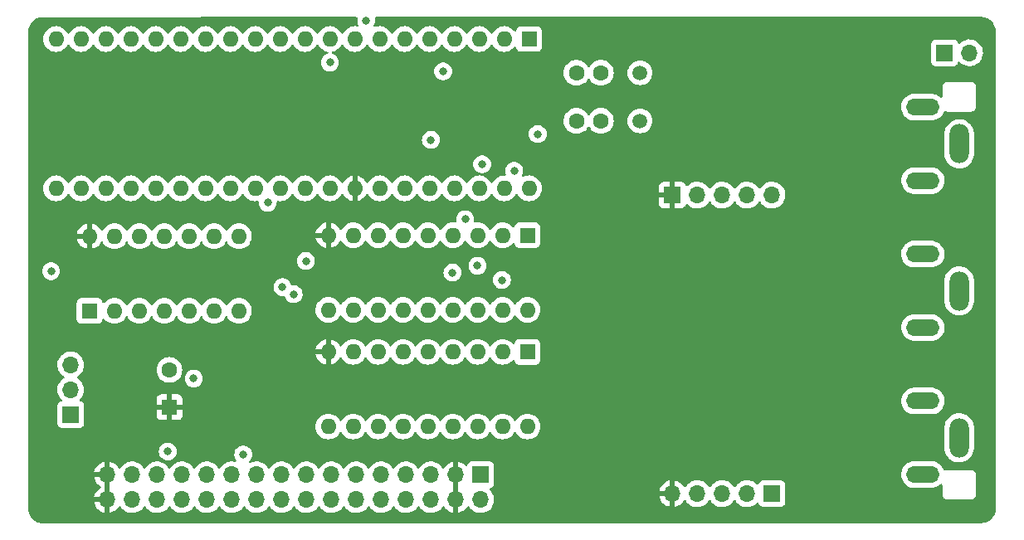
<source format=gbr>
%TF.GenerationSoftware,KiCad,Pcbnew,(6.0.5-0)*%
%TF.CreationDate,2023-04-14T17:42:22+02:00*%
%TF.ProjectId,pixel juice,70697865-6c20-46a7-9569-63652e6b6963,rev?*%
%TF.SameCoordinates,Original*%
%TF.FileFunction,Copper,L3,Inr*%
%TF.FilePolarity,Positive*%
%FSLAX46Y46*%
G04 Gerber Fmt 4.6, Leading zero omitted, Abs format (unit mm)*
G04 Created by KiCad (PCBNEW (6.0.5-0)) date 2023-04-14 17:42:22*
%MOMM*%
%LPD*%
G01*
G04 APERTURE LIST*
%TA.AperFunction,ComponentPad*%
%ADD10R,1.700000X1.700000*%
%TD*%
%TA.AperFunction,ComponentPad*%
%ADD11O,1.700000X1.700000*%
%TD*%
%TA.AperFunction,ComponentPad*%
%ADD12R,1.600000X1.600000*%
%TD*%
%TA.AperFunction,ComponentPad*%
%ADD13O,1.600000X1.600000*%
%TD*%
%TA.AperFunction,ComponentPad*%
%ADD14O,2.000000X4.000000*%
%TD*%
%TA.AperFunction,ComponentPad*%
%ADD15O,3.400000X1.700000*%
%TD*%
%TA.AperFunction,ComponentPad*%
%ADD16C,1.600000*%
%TD*%
%TA.AperFunction,ComponentPad*%
%ADD17C,1.500000*%
%TD*%
%TA.AperFunction,ViaPad*%
%ADD18C,0.800000*%
%TD*%
G04 APERTURE END LIST*
D10*
%TO.N,GND*%
%TO.C,J1*%
X147231100Y-112522000D03*
D11*
X147231100Y-115062000D03*
%TO.N,+5V*%
X144691100Y-112522000D03*
X144691100Y-115062000D03*
%TO.N,~{WRITE}*%
X142151100Y-112522000D03*
%TO.N,AUDIO_CLK_{OUT}*%
X142151100Y-115062000D03*
%TO.N,~{READ}*%
X139611100Y-112522000D03*
%TO.N,unconnected-(J1-Pad8)*%
X139611100Y-115062000D03*
%TO.N,~{NMI}*%
X137071100Y-112522000D03*
%TO.N,~{RES}*%
X137071100Y-115062000D03*
%TO.N,~{IRQ}*%
X134531100Y-112522000D03*
%TO.N,unconnected-(J1-Pad12)*%
X134531100Y-115062000D03*
%TO.N,D7*%
X131991100Y-112522000D03*
%TO.N,unconnected-(J1-Pad14)*%
X131991100Y-115062000D03*
%TO.N,D6*%
X129451100Y-112522000D03*
%TO.N,~{CS}*%
X129451100Y-115062000D03*
%TO.N,D5*%
X126911100Y-112522000D03*
%TO.N,unconnected-(J1-Pad18)*%
X126911100Y-115062000D03*
%TO.N,D4*%
X124371100Y-112522000D03*
%TO.N,unconnected-(J1-Pad20)*%
X124371100Y-115062000D03*
%TO.N,D3*%
X121831100Y-112522000D03*
%TO.N,unconnected-(J1-Pad22)*%
X121831100Y-115062000D03*
%TO.N,D2*%
X119291100Y-112522000D03*
%TO.N,unconnected-(J1-Pad24)*%
X119291100Y-115062000D03*
%TO.N,D1*%
X116751100Y-112522000D03*
%TO.N,unconnected-(J1-Pad26)*%
X116751100Y-115062000D03*
%TO.N,D0*%
X114211100Y-112522000D03*
%TO.N,A0*%
X114211100Y-115062000D03*
%TO.N,GND*%
X111671100Y-112522000D03*
X111671100Y-115062000D03*
%TO.N,+5V*%
X109131100Y-112522000D03*
X109131100Y-115062000D03*
%TD*%
D12*
%TO.N,GND*%
%TO.C,U3*%
X152003600Y-99979800D03*
D13*
%TO.N,RD0*%
X149463600Y-99979800D03*
%TO.N,RD1*%
X146923600Y-99979800D03*
%TO.N,R~{W}*%
X144383600Y-99979800D03*
%TO.N,~{RAS}*%
X141843600Y-99979800D03*
%TO.N,Net-(U1-Pad4)*%
X139303600Y-99979800D03*
%TO.N,Net-(U1-Pad5)*%
X136763600Y-99979800D03*
%TO.N,Net-(U1-Pad6)*%
X134223600Y-99979800D03*
%TO.N,+5V*%
X131683600Y-99979800D03*
%TO.N,Net-(U1-Pad3)*%
X131683600Y-107599800D03*
%TO.N,Net-(U1-Pad7)*%
X134223600Y-107599800D03*
%TO.N,Net-(U1-Pad8)*%
X136763600Y-107599800D03*
%TO.N,Net-(U1-Pad9)*%
X139303600Y-107599800D03*
%TO.N,Net-(U1-Pad10)*%
X141843600Y-107599800D03*
%TO.N,RD2*%
X144383600Y-107599800D03*
%TO.N,~{CAS}*%
X146923600Y-107599800D03*
%TO.N,RD3*%
X149463600Y-107599800D03*
%TO.N,GND*%
X152003600Y-107599800D03*
%TD*%
D12*
%TO.N,~{READ}*%
%TO.C,U4*%
X107325000Y-95800000D03*
D13*
%TO.N,~{CS}*%
X109865000Y-95800000D03*
%TO.N,~{CSR}*%
X112405000Y-95800000D03*
%TO.N,~{CS}*%
X114945000Y-95800000D03*
%TO.N,~{WRITE}*%
X117485000Y-95800000D03*
%TO.N,~{CSW}*%
X120025000Y-95800000D03*
%TO.N,GND*%
X122565000Y-95800000D03*
%TO.N,unconnected-(U4-Pad8)*%
X122565000Y-88180000D03*
%TO.N,GND*%
X120025000Y-88180000D03*
X117485000Y-88180000D03*
%TO.N,unconnected-(U4-Pad11)*%
X114945000Y-88180000D03*
%TO.N,GND*%
X112405000Y-88180000D03*
X109865000Y-88180000D03*
%TO.N,+5V*%
X107325000Y-88180000D03*
%TD*%
D12*
%TO.N,GND*%
%TO.C,U2*%
X152003600Y-88079800D03*
D13*
%TO.N,RD4*%
X149463600Y-88079800D03*
%TO.N,RD5*%
X146923600Y-88079800D03*
%TO.N,R~{W}*%
X144383600Y-88079800D03*
%TO.N,~{RAS}*%
X141843600Y-88079800D03*
%TO.N,Net-(U1-Pad4)*%
X139303600Y-88079800D03*
%TO.N,Net-(U1-Pad5)*%
X136763600Y-88079800D03*
%TO.N,Net-(U1-Pad6)*%
X134223600Y-88079800D03*
%TO.N,+5V*%
X131683600Y-88079800D03*
%TO.N,Net-(U1-Pad3)*%
X131683600Y-95699800D03*
%TO.N,Net-(U1-Pad7)*%
X134223600Y-95699800D03*
%TO.N,Net-(U1-Pad8)*%
X136763600Y-95699800D03*
%TO.N,Net-(U1-Pad9)*%
X139303600Y-95699800D03*
%TO.N,Net-(U1-Pad10)*%
X141843600Y-95699800D03*
%TO.N,RD6*%
X144383600Y-95699800D03*
%TO.N,~{CAS}*%
X146923600Y-95699800D03*
%TO.N,RD7*%
X149463600Y-95699800D03*
%TO.N,GND*%
X152003600Y-95699800D03*
%TD*%
D14*
%TO.N,GND*%
%TO.C,J4*%
X196050000Y-78750000D03*
D15*
%TO.N,/B-Y_{out}*%
X192350000Y-82500000D03*
%TO.N,unconnected-(J4-Pad3)*%
X192350000Y-75000000D03*
D14*
%TO.N,GND*%
X196050000Y-93750000D03*
D15*
%TO.N,/Y_{out}*%
X192350000Y-97500000D03*
%TO.N,unconnected-(J4-Pad6)*%
X192350000Y-90000000D03*
D14*
%TO.N,GND*%
X196050000Y-108750000D03*
D15*
%TO.N,/R-Y_{out}*%
X192350000Y-112500000D03*
%TO.N,unconnected-(J4-Pad9)*%
X192350000Y-105000000D03*
%TD*%
D10*
%TO.N,GND*%
%TO.C,J6*%
X176950000Y-114450000D03*
D11*
%TO.N,/B-Y_{out}*%
X174410000Y-114450000D03*
%TO.N,/Y_{out}*%
X171870000Y-114450000D03*
%TO.N,/R-Y_{out}*%
X169330000Y-114450000D03*
%TO.N,+5V*%
X166790000Y-114450000D03*
%TD*%
D10*
%TO.N,AUDIO_CLK_{OUT}*%
%TO.C,J3*%
X194575000Y-69450000D03*
D11*
%TO.N,AUDIO_CLK_{IN}*%
X197115000Y-69450000D03*
%TD*%
D12*
%TO.N,+5V*%
%TO.C,C6*%
X115475000Y-105627700D03*
D16*
%TO.N,GND*%
X115475000Y-101827700D03*
%TD*%
D17*
%TO.N,Net-(C2-Pad2)*%
%TO.C,Y1*%
X163475000Y-76400000D03*
%TO.N,Net-(C1-Pad2)*%
X163475000Y-71500000D03*
%TD*%
D16*
%TO.N,GND*%
%TO.C,C2*%
X157000000Y-76400000D03*
%TO.N,Net-(C2-Pad2)*%
X159500000Y-76400000D03*
%TD*%
%TO.N,GND*%
%TO.C,C1*%
X157000000Y-71500000D03*
%TO.N,Net-(C1-Pad2)*%
X159500000Y-71500000D03*
%TD*%
D12*
%TO.N,~{RAS}*%
%TO.C,U1*%
X152163000Y-68047600D03*
D13*
%TO.N,~{CAS}*%
X149623000Y-68047600D03*
%TO.N,Net-(U1-Pad3)*%
X147083000Y-68047600D03*
%TO.N,Net-(U1-Pad4)*%
X144543000Y-68047600D03*
%TO.N,Net-(U1-Pad5)*%
X142003000Y-68047600D03*
%TO.N,Net-(U1-Pad6)*%
X139463000Y-68047600D03*
%TO.N,Net-(U1-Pad7)*%
X136923000Y-68047600D03*
%TO.N,Net-(U1-Pad8)*%
X134383000Y-68047600D03*
%TO.N,Net-(U1-Pad9)*%
X131843000Y-68047600D03*
%TO.N,Net-(U1-Pad10)*%
X129303000Y-68047600D03*
%TO.N,R~{W}*%
X126763000Y-68047600D03*
%TO.N,GND*%
X124223000Y-68047600D03*
%TO.N,A0*%
X121683000Y-68047600D03*
%TO.N,~{CSW}*%
X119143000Y-68047600D03*
%TO.N,~{CSR}*%
X116603000Y-68047600D03*
%TO.N,~{INT}*%
X114063000Y-68047600D03*
%TO.N,D0*%
X111523000Y-68047600D03*
%TO.N,D1*%
X108983000Y-68047600D03*
%TO.N,D2*%
X106443000Y-68047600D03*
%TO.N,D3*%
X103903000Y-68047600D03*
%TO.N,D4*%
X103903000Y-83287600D03*
%TO.N,D5*%
X106443000Y-83287600D03*
%TO.N,D6*%
X108983000Y-83287600D03*
%TO.N,D7*%
X111523000Y-83287600D03*
%TO.N,RD7*%
X114063000Y-83287600D03*
%TO.N,RD6*%
X116603000Y-83287600D03*
%TO.N,RD5*%
X119143000Y-83287600D03*
%TO.N,RD4*%
X121683000Y-83287600D03*
%TO.N,RD3*%
X124223000Y-83287600D03*
%TO.N,RD2*%
X126763000Y-83287600D03*
%TO.N,RD1*%
X129303000Y-83287600D03*
%TO.N,RD0*%
X131843000Y-83287600D03*
%TO.N,+5V*%
X134383000Y-83287600D03*
%TO.N,~{RES}*%
X136923000Y-83287600D03*
%TO.N,B-Y*%
X139463000Y-83287600D03*
%TO.N,Y*%
X142003000Y-83287600D03*
%TO.N,AUDIO_CLK_{IN}*%
X144543000Y-83287600D03*
%TO.N,R-Y*%
X147083000Y-83287600D03*
%TO.N,Net-(C2-Pad2)*%
X149623000Y-83287600D03*
%TO.N,Net-(C1-Pad2)*%
X152163000Y-83287600D03*
%TD*%
D10*
%TO.N,~{NMI}*%
%TO.C,J2*%
X105400000Y-106380000D03*
D11*
%TO.N,~{INT}*%
X105400000Y-103840000D03*
%TO.N,~{IRQ}*%
X105400000Y-101300000D03*
%TD*%
D10*
%TO.N,+5V*%
%TO.C,J5*%
X166800000Y-83975000D03*
D11*
%TO.N,R-Y*%
X169340000Y-83975000D03*
%TO.N,Y*%
X171880000Y-83975000D03*
%TO.N,B-Y*%
X174420000Y-83975000D03*
%TO.N,GND*%
X176960000Y-83975000D03*
%TD*%
D18*
%TO.N,+5V*%
X134450000Y-79650000D03*
%TO.N,GND*%
X103400000Y-91750000D03*
X129400000Y-90700000D03*
%TO.N,~{CS}*%
X123000000Y-110450000D03*
%TO.N,R~{W}*%
X143400000Y-71350000D03*
%TO.N,~{RES}*%
X125500000Y-84750000D03*
%TO.N,~{WRITE}*%
X117950000Y-102700000D03*
%TO.N,A0*%
X115300000Y-110150000D03*
%TO.N,~{RAS}*%
X145650000Y-86450000D03*
%TO.N,Net-(U1-Pad3)*%
X131850000Y-70450000D03*
%TO.N,RD7*%
X149400000Y-92650000D03*
%TO.N,RD6*%
X144350000Y-91900000D03*
%TO.N,RD5*%
X146900000Y-91200000D03*
%TO.N,RD3*%
X153050000Y-77750000D03*
%TO.N,RD2*%
X142150000Y-78350000D03*
%TO.N,RD1*%
X147375480Y-80824520D03*
%TO.N,RD0*%
X150650000Y-81500000D03*
%TO.N,Net-(U1-Pad7)*%
X135550000Y-66150000D03*
%TO.N,Net-(U1-Pad9)*%
X128150000Y-94100000D03*
%TO.N,Net-(U1-Pad10)*%
X127000000Y-93375000D03*
%TD*%
%TA.AperFunction,Conductor*%
%TO.N,+5V*%
G36*
X198270712Y-65793433D02*
G01*
X198286235Y-65795813D01*
X198286240Y-65795813D01*
X198295110Y-65797173D01*
X198304011Y-65795988D01*
X198304012Y-65795988D01*
X198310370Y-65795142D01*
X198335684Y-65794340D01*
X198501552Y-65805805D01*
X198519339Y-65808318D01*
X198706717Y-65848590D01*
X198723963Y-65853606D01*
X198903707Y-65920112D01*
X198920061Y-65927528D01*
X199088528Y-66018922D01*
X199103666Y-66028591D01*
X199235840Y-66126951D01*
X199257414Y-66143006D01*
X199271021Y-66154727D01*
X199281583Y-66165227D01*
X199406943Y-66289850D01*
X199418747Y-66303390D01*
X199534070Y-66456462D01*
X199543828Y-66471541D01*
X199556977Y-66495440D01*
X199636214Y-66639461D01*
X199643729Y-66655778D01*
X199711293Y-66835121D01*
X199716411Y-66852338D01*
X199757789Y-67039476D01*
X199760408Y-67057247D01*
X199771084Y-67199466D01*
X199772319Y-67215925D01*
X199771628Y-67234094D01*
X199771558Y-67242207D01*
X199770208Y-67251084D01*
X199771404Y-67259982D01*
X199774323Y-67281704D01*
X199775446Y-67298406D01*
X199793015Y-94501029D01*
X199806779Y-115811097D01*
X199806828Y-115887323D01*
X199805329Y-115906781D01*
X199801668Y-115930293D01*
X199803655Y-115945489D01*
X199803663Y-115945547D01*
X199804406Y-115970872D01*
X199801861Y-116006473D01*
X199791999Y-116144396D01*
X199789442Y-116162185D01*
X199774061Y-116232896D01*
X199747069Y-116356985D01*
X199742004Y-116374234D01*
X199672343Y-116561008D01*
X199664875Y-116577361D01*
X199569338Y-116752329D01*
X199559621Y-116767449D01*
X199463935Y-116895271D01*
X199440153Y-116927040D01*
X199428380Y-116940626D01*
X199287426Y-117081580D01*
X199273840Y-117093353D01*
X199114249Y-117212821D01*
X199099129Y-117222538D01*
X198924161Y-117318075D01*
X198907808Y-117325543D01*
X198721034Y-117395204D01*
X198703784Y-117400269D01*
X198508987Y-117442642D01*
X198491197Y-117445199D01*
X198324766Y-117457099D01*
X198306789Y-117456351D01*
X198298518Y-117456250D01*
X198289645Y-117454868D01*
X198280742Y-117456032D01*
X198280740Y-117456032D01*
X198258023Y-117459002D01*
X198241708Y-117460065D01*
X165337050Y-117465029D01*
X102599362Y-117474494D01*
X102580258Y-117473039D01*
X102555852Y-117469296D01*
X102546951Y-117470481D01*
X102540596Y-117471327D01*
X102515278Y-117472129D01*
X102467877Y-117468851D01*
X102349409Y-117460659D01*
X102331624Y-117458146D01*
X102181729Y-117425928D01*
X102144239Y-117417870D01*
X102127002Y-117412856D01*
X102026861Y-117375802D01*
X101947252Y-117346345D01*
X101930892Y-117338926D01*
X101762430Y-117247532D01*
X101747299Y-117237868D01*
X101593531Y-117123439D01*
X101579933Y-117111724D01*
X101444006Y-116976597D01*
X101432217Y-116963076D01*
X101316878Y-116809985D01*
X101307123Y-116794910D01*
X101283695Y-116752329D01*
X101214730Y-116626982D01*
X101207221Y-116610679D01*
X101139649Y-116431329D01*
X101134530Y-116414111D01*
X101093148Y-116226973D01*
X101090530Y-116209203D01*
X101078620Y-116050600D01*
X101079324Y-116032073D01*
X101079391Y-116024238D01*
X101080740Y-116015367D01*
X101076659Y-115985016D01*
X101075536Y-115968215D01*
X101075540Y-115945547D01*
X101075635Y-115329966D01*
X107799357Y-115329966D01*
X107829665Y-115464446D01*
X107832745Y-115474275D01*
X107912870Y-115671603D01*
X107917513Y-115680794D01*
X108028794Y-115862388D01*
X108034877Y-115870699D01*
X108174313Y-116031667D01*
X108181680Y-116038883D01*
X108345534Y-116174916D01*
X108353981Y-116180831D01*
X108537856Y-116288279D01*
X108547142Y-116292729D01*
X108746101Y-116368703D01*
X108755999Y-116371579D01*
X108859350Y-116392606D01*
X108873399Y-116391410D01*
X108877100Y-116381065D01*
X108877100Y-116380517D01*
X109385100Y-116380517D01*
X109389164Y-116394359D01*
X109402578Y-116396393D01*
X109409284Y-116395534D01*
X109419362Y-116393392D01*
X109623355Y-116332191D01*
X109632942Y-116328433D01*
X109824195Y-116234739D01*
X109833045Y-116229464D01*
X110006428Y-116105792D01*
X110014300Y-116099139D01*
X110165152Y-115948812D01*
X110171830Y-115940965D01*
X110299122Y-115763819D01*
X110300379Y-115764722D01*
X110347473Y-115721362D01*
X110417411Y-115709145D01*
X110482851Y-115736678D01*
X110510679Y-115768511D01*
X110517358Y-115779410D01*
X110571087Y-115867088D01*
X110717350Y-116035938D01*
X110889226Y-116178632D01*
X111082100Y-116291338D01*
X111290792Y-116371030D01*
X111295860Y-116372061D01*
X111295863Y-116372062D01*
X111390962Y-116391410D01*
X111509697Y-116415567D01*
X111514872Y-116415757D01*
X111514874Y-116415757D01*
X111727773Y-116423564D01*
X111727777Y-116423564D01*
X111732937Y-116423753D01*
X111738057Y-116423097D01*
X111738059Y-116423097D01*
X111949388Y-116396025D01*
X111949389Y-116396025D01*
X111954516Y-116395368D01*
X111959466Y-116393883D01*
X112163529Y-116332661D01*
X112163534Y-116332659D01*
X112168484Y-116331174D01*
X112369094Y-116232896D01*
X112550960Y-116103173D01*
X112709196Y-115945489D01*
X112720116Y-115930293D01*
X112839553Y-115764077D01*
X112840876Y-115765028D01*
X112887745Y-115721857D01*
X112957680Y-115709625D01*
X113023126Y-115737144D01*
X113050975Y-115768994D01*
X113111087Y-115867088D01*
X113257350Y-116035938D01*
X113429226Y-116178632D01*
X113622100Y-116291338D01*
X113830792Y-116371030D01*
X113835860Y-116372061D01*
X113835863Y-116372062D01*
X113930962Y-116391410D01*
X114049697Y-116415567D01*
X114054872Y-116415757D01*
X114054874Y-116415757D01*
X114267773Y-116423564D01*
X114267777Y-116423564D01*
X114272937Y-116423753D01*
X114278057Y-116423097D01*
X114278059Y-116423097D01*
X114489388Y-116396025D01*
X114489389Y-116396025D01*
X114494516Y-116395368D01*
X114499466Y-116393883D01*
X114703529Y-116332661D01*
X114703534Y-116332659D01*
X114708484Y-116331174D01*
X114909094Y-116232896D01*
X115090960Y-116103173D01*
X115249196Y-115945489D01*
X115260116Y-115930293D01*
X115379553Y-115764077D01*
X115380876Y-115765028D01*
X115427745Y-115721857D01*
X115497680Y-115709625D01*
X115563126Y-115737144D01*
X115590975Y-115768994D01*
X115651087Y-115867088D01*
X115797350Y-116035938D01*
X115969226Y-116178632D01*
X116162100Y-116291338D01*
X116370792Y-116371030D01*
X116375860Y-116372061D01*
X116375863Y-116372062D01*
X116470962Y-116391410D01*
X116589697Y-116415567D01*
X116594872Y-116415757D01*
X116594874Y-116415757D01*
X116807773Y-116423564D01*
X116807777Y-116423564D01*
X116812937Y-116423753D01*
X116818057Y-116423097D01*
X116818059Y-116423097D01*
X117029388Y-116396025D01*
X117029389Y-116396025D01*
X117034516Y-116395368D01*
X117039466Y-116393883D01*
X117243529Y-116332661D01*
X117243534Y-116332659D01*
X117248484Y-116331174D01*
X117449094Y-116232896D01*
X117630960Y-116103173D01*
X117789196Y-115945489D01*
X117800116Y-115930293D01*
X117919553Y-115764077D01*
X117920876Y-115765028D01*
X117967745Y-115721857D01*
X118037680Y-115709625D01*
X118103126Y-115737144D01*
X118130975Y-115768994D01*
X118191087Y-115867088D01*
X118337350Y-116035938D01*
X118509226Y-116178632D01*
X118702100Y-116291338D01*
X118910792Y-116371030D01*
X118915860Y-116372061D01*
X118915863Y-116372062D01*
X119010962Y-116391410D01*
X119129697Y-116415567D01*
X119134872Y-116415757D01*
X119134874Y-116415757D01*
X119347773Y-116423564D01*
X119347777Y-116423564D01*
X119352937Y-116423753D01*
X119358057Y-116423097D01*
X119358059Y-116423097D01*
X119569388Y-116396025D01*
X119569389Y-116396025D01*
X119574516Y-116395368D01*
X119579466Y-116393883D01*
X119783529Y-116332661D01*
X119783534Y-116332659D01*
X119788484Y-116331174D01*
X119989094Y-116232896D01*
X120170960Y-116103173D01*
X120329196Y-115945489D01*
X120340116Y-115930293D01*
X120459553Y-115764077D01*
X120460876Y-115765028D01*
X120507745Y-115721857D01*
X120577680Y-115709625D01*
X120643126Y-115737144D01*
X120670975Y-115768994D01*
X120731087Y-115867088D01*
X120877350Y-116035938D01*
X121049226Y-116178632D01*
X121242100Y-116291338D01*
X121450792Y-116371030D01*
X121455860Y-116372061D01*
X121455863Y-116372062D01*
X121550962Y-116391410D01*
X121669697Y-116415567D01*
X121674872Y-116415757D01*
X121674874Y-116415757D01*
X121887773Y-116423564D01*
X121887777Y-116423564D01*
X121892937Y-116423753D01*
X121898057Y-116423097D01*
X121898059Y-116423097D01*
X122109388Y-116396025D01*
X122109389Y-116396025D01*
X122114516Y-116395368D01*
X122119466Y-116393883D01*
X122323529Y-116332661D01*
X122323534Y-116332659D01*
X122328484Y-116331174D01*
X122529094Y-116232896D01*
X122710960Y-116103173D01*
X122869196Y-115945489D01*
X122880116Y-115930293D01*
X122999553Y-115764077D01*
X123000876Y-115765028D01*
X123047745Y-115721857D01*
X123117680Y-115709625D01*
X123183126Y-115737144D01*
X123210975Y-115768994D01*
X123271087Y-115867088D01*
X123417350Y-116035938D01*
X123589226Y-116178632D01*
X123782100Y-116291338D01*
X123990792Y-116371030D01*
X123995860Y-116372061D01*
X123995863Y-116372062D01*
X124090962Y-116391410D01*
X124209697Y-116415567D01*
X124214872Y-116415757D01*
X124214874Y-116415757D01*
X124427773Y-116423564D01*
X124427777Y-116423564D01*
X124432937Y-116423753D01*
X124438057Y-116423097D01*
X124438059Y-116423097D01*
X124649388Y-116396025D01*
X124649389Y-116396025D01*
X124654516Y-116395368D01*
X124659466Y-116393883D01*
X124863529Y-116332661D01*
X124863534Y-116332659D01*
X124868484Y-116331174D01*
X125069094Y-116232896D01*
X125250960Y-116103173D01*
X125409196Y-115945489D01*
X125420116Y-115930293D01*
X125539553Y-115764077D01*
X125540876Y-115765028D01*
X125587745Y-115721857D01*
X125657680Y-115709625D01*
X125723126Y-115737144D01*
X125750975Y-115768994D01*
X125811087Y-115867088D01*
X125957350Y-116035938D01*
X126129226Y-116178632D01*
X126322100Y-116291338D01*
X126530792Y-116371030D01*
X126535860Y-116372061D01*
X126535863Y-116372062D01*
X126630962Y-116391410D01*
X126749697Y-116415567D01*
X126754872Y-116415757D01*
X126754874Y-116415757D01*
X126967773Y-116423564D01*
X126967777Y-116423564D01*
X126972937Y-116423753D01*
X126978057Y-116423097D01*
X126978059Y-116423097D01*
X127189388Y-116396025D01*
X127189389Y-116396025D01*
X127194516Y-116395368D01*
X127199466Y-116393883D01*
X127403529Y-116332661D01*
X127403534Y-116332659D01*
X127408484Y-116331174D01*
X127609094Y-116232896D01*
X127790960Y-116103173D01*
X127949196Y-115945489D01*
X127960116Y-115930293D01*
X128079553Y-115764077D01*
X128080876Y-115765028D01*
X128127745Y-115721857D01*
X128197680Y-115709625D01*
X128263126Y-115737144D01*
X128290975Y-115768994D01*
X128351087Y-115867088D01*
X128497350Y-116035938D01*
X128669226Y-116178632D01*
X128862100Y-116291338D01*
X129070792Y-116371030D01*
X129075860Y-116372061D01*
X129075863Y-116372062D01*
X129170962Y-116391410D01*
X129289697Y-116415567D01*
X129294872Y-116415757D01*
X129294874Y-116415757D01*
X129507773Y-116423564D01*
X129507777Y-116423564D01*
X129512937Y-116423753D01*
X129518057Y-116423097D01*
X129518059Y-116423097D01*
X129729388Y-116396025D01*
X129729389Y-116396025D01*
X129734516Y-116395368D01*
X129739466Y-116393883D01*
X129943529Y-116332661D01*
X129943534Y-116332659D01*
X129948484Y-116331174D01*
X130149094Y-116232896D01*
X130330960Y-116103173D01*
X130489196Y-115945489D01*
X130500116Y-115930293D01*
X130619553Y-115764077D01*
X130620876Y-115765028D01*
X130667745Y-115721857D01*
X130737680Y-115709625D01*
X130803126Y-115737144D01*
X130830975Y-115768994D01*
X130891087Y-115867088D01*
X131037350Y-116035938D01*
X131209226Y-116178632D01*
X131402100Y-116291338D01*
X131610792Y-116371030D01*
X131615860Y-116372061D01*
X131615863Y-116372062D01*
X131710962Y-116391410D01*
X131829697Y-116415567D01*
X131834872Y-116415757D01*
X131834874Y-116415757D01*
X132047773Y-116423564D01*
X132047777Y-116423564D01*
X132052937Y-116423753D01*
X132058057Y-116423097D01*
X132058059Y-116423097D01*
X132269388Y-116396025D01*
X132269389Y-116396025D01*
X132274516Y-116395368D01*
X132279466Y-116393883D01*
X132483529Y-116332661D01*
X132483534Y-116332659D01*
X132488484Y-116331174D01*
X132689094Y-116232896D01*
X132870960Y-116103173D01*
X133029196Y-115945489D01*
X133040116Y-115930293D01*
X133159553Y-115764077D01*
X133160876Y-115765028D01*
X133207745Y-115721857D01*
X133277680Y-115709625D01*
X133343126Y-115737144D01*
X133370975Y-115768994D01*
X133431087Y-115867088D01*
X133577350Y-116035938D01*
X133749226Y-116178632D01*
X133942100Y-116291338D01*
X134150792Y-116371030D01*
X134155860Y-116372061D01*
X134155863Y-116372062D01*
X134250962Y-116391410D01*
X134369697Y-116415567D01*
X134374872Y-116415757D01*
X134374874Y-116415757D01*
X134587773Y-116423564D01*
X134587777Y-116423564D01*
X134592937Y-116423753D01*
X134598057Y-116423097D01*
X134598059Y-116423097D01*
X134809388Y-116396025D01*
X134809389Y-116396025D01*
X134814516Y-116395368D01*
X134819466Y-116393883D01*
X135023529Y-116332661D01*
X135023534Y-116332659D01*
X135028484Y-116331174D01*
X135229094Y-116232896D01*
X135410960Y-116103173D01*
X135569196Y-115945489D01*
X135580116Y-115930293D01*
X135699553Y-115764077D01*
X135700876Y-115765028D01*
X135747745Y-115721857D01*
X135817680Y-115709625D01*
X135883126Y-115737144D01*
X135910975Y-115768994D01*
X135971087Y-115867088D01*
X136117350Y-116035938D01*
X136289226Y-116178632D01*
X136482100Y-116291338D01*
X136690792Y-116371030D01*
X136695860Y-116372061D01*
X136695863Y-116372062D01*
X136790962Y-116391410D01*
X136909697Y-116415567D01*
X136914872Y-116415757D01*
X136914874Y-116415757D01*
X137127773Y-116423564D01*
X137127777Y-116423564D01*
X137132937Y-116423753D01*
X137138057Y-116423097D01*
X137138059Y-116423097D01*
X137349388Y-116396025D01*
X137349389Y-116396025D01*
X137354516Y-116395368D01*
X137359466Y-116393883D01*
X137563529Y-116332661D01*
X137563534Y-116332659D01*
X137568484Y-116331174D01*
X137769094Y-116232896D01*
X137950960Y-116103173D01*
X138109196Y-115945489D01*
X138120116Y-115930293D01*
X138239553Y-115764077D01*
X138240876Y-115765028D01*
X138287745Y-115721857D01*
X138357680Y-115709625D01*
X138423126Y-115737144D01*
X138450975Y-115768994D01*
X138511087Y-115867088D01*
X138657350Y-116035938D01*
X138829226Y-116178632D01*
X139022100Y-116291338D01*
X139230792Y-116371030D01*
X139235860Y-116372061D01*
X139235863Y-116372062D01*
X139330962Y-116391410D01*
X139449697Y-116415567D01*
X139454872Y-116415757D01*
X139454874Y-116415757D01*
X139667773Y-116423564D01*
X139667777Y-116423564D01*
X139672937Y-116423753D01*
X139678057Y-116423097D01*
X139678059Y-116423097D01*
X139889388Y-116396025D01*
X139889389Y-116396025D01*
X139894516Y-116395368D01*
X139899466Y-116393883D01*
X140103529Y-116332661D01*
X140103534Y-116332659D01*
X140108484Y-116331174D01*
X140309094Y-116232896D01*
X140490960Y-116103173D01*
X140649196Y-115945489D01*
X140660116Y-115930293D01*
X140779553Y-115764077D01*
X140780876Y-115765028D01*
X140827745Y-115721857D01*
X140897680Y-115709625D01*
X140963126Y-115737144D01*
X140990975Y-115768994D01*
X141051087Y-115867088D01*
X141197350Y-116035938D01*
X141369226Y-116178632D01*
X141562100Y-116291338D01*
X141770792Y-116371030D01*
X141775860Y-116372061D01*
X141775863Y-116372062D01*
X141870962Y-116391410D01*
X141989697Y-116415567D01*
X141994872Y-116415757D01*
X141994874Y-116415757D01*
X142207773Y-116423564D01*
X142207777Y-116423564D01*
X142212937Y-116423753D01*
X142218057Y-116423097D01*
X142218059Y-116423097D01*
X142429388Y-116396025D01*
X142429389Y-116396025D01*
X142434516Y-116395368D01*
X142439466Y-116393883D01*
X142643529Y-116332661D01*
X142643534Y-116332659D01*
X142648484Y-116331174D01*
X142849094Y-116232896D01*
X143030960Y-116103173D01*
X143189196Y-115945489D01*
X143200116Y-115930293D01*
X143319553Y-115764077D01*
X143320740Y-115764930D01*
X143368060Y-115721362D01*
X143437997Y-115709145D01*
X143503438Y-115736678D01*
X143531266Y-115768511D01*
X143588794Y-115862388D01*
X143594877Y-115870699D01*
X143734313Y-116031667D01*
X143741680Y-116038883D01*
X143905534Y-116174916D01*
X143913981Y-116180831D01*
X144097856Y-116288279D01*
X144107142Y-116292729D01*
X144306101Y-116368703D01*
X144315999Y-116371579D01*
X144419350Y-116392606D01*
X144433399Y-116391410D01*
X144437100Y-116381065D01*
X144437100Y-116380517D01*
X144945100Y-116380517D01*
X144949164Y-116394359D01*
X144962578Y-116396393D01*
X144969284Y-116395534D01*
X144979362Y-116393392D01*
X145183355Y-116332191D01*
X145192942Y-116328433D01*
X145384195Y-116234739D01*
X145393045Y-116229464D01*
X145566428Y-116105792D01*
X145574300Y-116099139D01*
X145725152Y-115948812D01*
X145731830Y-115940965D01*
X145859122Y-115763819D01*
X145860379Y-115764722D01*
X145907473Y-115721362D01*
X145977411Y-115709145D01*
X146042851Y-115736678D01*
X146070679Y-115768511D01*
X146077358Y-115779410D01*
X146131087Y-115867088D01*
X146277350Y-116035938D01*
X146449226Y-116178632D01*
X146642100Y-116291338D01*
X146850792Y-116371030D01*
X146855860Y-116372061D01*
X146855863Y-116372062D01*
X146950962Y-116391410D01*
X147069697Y-116415567D01*
X147074872Y-116415757D01*
X147074874Y-116415757D01*
X147287773Y-116423564D01*
X147287777Y-116423564D01*
X147292937Y-116423753D01*
X147298057Y-116423097D01*
X147298059Y-116423097D01*
X147509388Y-116396025D01*
X147509389Y-116396025D01*
X147514516Y-116395368D01*
X147519466Y-116393883D01*
X147723529Y-116332661D01*
X147723534Y-116332659D01*
X147728484Y-116331174D01*
X147929094Y-116232896D01*
X148110960Y-116103173D01*
X148269196Y-115945489D01*
X148280116Y-115930293D01*
X148396535Y-115768277D01*
X148399553Y-115764077D01*
X148402048Y-115759030D01*
X148496236Y-115568453D01*
X148496237Y-115568451D01*
X148498530Y-115563811D01*
X148563470Y-115350069D01*
X148592629Y-115128590D01*
X148594256Y-115062000D01*
X148575952Y-114839361D01*
X148545460Y-114717966D01*
X165458257Y-114717966D01*
X165488565Y-114852446D01*
X165491645Y-114862275D01*
X165571770Y-115059603D01*
X165576413Y-115068794D01*
X165687694Y-115250388D01*
X165693777Y-115258699D01*
X165833213Y-115419667D01*
X165840580Y-115426883D01*
X166004434Y-115562916D01*
X166012881Y-115568831D01*
X166196756Y-115676279D01*
X166206042Y-115680729D01*
X166405001Y-115756703D01*
X166414899Y-115759579D01*
X166518250Y-115780606D01*
X166532299Y-115779410D01*
X166536000Y-115769065D01*
X166536000Y-115768517D01*
X167044000Y-115768517D01*
X167048064Y-115782359D01*
X167061478Y-115784393D01*
X167068184Y-115783534D01*
X167078262Y-115781392D01*
X167282255Y-115720191D01*
X167291842Y-115716433D01*
X167483095Y-115622739D01*
X167491945Y-115617464D01*
X167665328Y-115493792D01*
X167673200Y-115487139D01*
X167824052Y-115336812D01*
X167830730Y-115328965D01*
X167958022Y-115151819D01*
X167959279Y-115152722D01*
X168006373Y-115109362D01*
X168076311Y-115097145D01*
X168141751Y-115124678D01*
X168169579Y-115156511D01*
X168229987Y-115255088D01*
X168376250Y-115423938D01*
X168548126Y-115566632D01*
X168741000Y-115679338D01*
X168949692Y-115759030D01*
X168954760Y-115760061D01*
X168954763Y-115760062D01*
X169049862Y-115779410D01*
X169168597Y-115803567D01*
X169173772Y-115803757D01*
X169173774Y-115803757D01*
X169386673Y-115811564D01*
X169386677Y-115811564D01*
X169391837Y-115811753D01*
X169396957Y-115811097D01*
X169396959Y-115811097D01*
X169608288Y-115784025D01*
X169608289Y-115784025D01*
X169613416Y-115783368D01*
X169618366Y-115781883D01*
X169822429Y-115720661D01*
X169822434Y-115720659D01*
X169827384Y-115719174D01*
X170027994Y-115620896D01*
X170209860Y-115491173D01*
X170231470Y-115469639D01*
X170304124Y-115397238D01*
X170368096Y-115333489D01*
X170378597Y-115318876D01*
X170498453Y-115152077D01*
X170499776Y-115153028D01*
X170546645Y-115109857D01*
X170616580Y-115097625D01*
X170682026Y-115125144D01*
X170709875Y-115156994D01*
X170769987Y-115255088D01*
X170916250Y-115423938D01*
X171088126Y-115566632D01*
X171281000Y-115679338D01*
X171489692Y-115759030D01*
X171494760Y-115760061D01*
X171494763Y-115760062D01*
X171589862Y-115779410D01*
X171708597Y-115803567D01*
X171713772Y-115803757D01*
X171713774Y-115803757D01*
X171926673Y-115811564D01*
X171926677Y-115811564D01*
X171931837Y-115811753D01*
X171936957Y-115811097D01*
X171936959Y-115811097D01*
X172148288Y-115784025D01*
X172148289Y-115784025D01*
X172153416Y-115783368D01*
X172158366Y-115781883D01*
X172362429Y-115720661D01*
X172362434Y-115720659D01*
X172367384Y-115719174D01*
X172567994Y-115620896D01*
X172749860Y-115491173D01*
X172771470Y-115469639D01*
X172844124Y-115397238D01*
X172908096Y-115333489D01*
X172918597Y-115318876D01*
X173038453Y-115152077D01*
X173039776Y-115153028D01*
X173086645Y-115109857D01*
X173156580Y-115097625D01*
X173222026Y-115125144D01*
X173249875Y-115156994D01*
X173309987Y-115255088D01*
X173456250Y-115423938D01*
X173628126Y-115566632D01*
X173821000Y-115679338D01*
X174029692Y-115759030D01*
X174034760Y-115760061D01*
X174034763Y-115760062D01*
X174129862Y-115779410D01*
X174248597Y-115803567D01*
X174253772Y-115803757D01*
X174253774Y-115803757D01*
X174466673Y-115811564D01*
X174466677Y-115811564D01*
X174471837Y-115811753D01*
X174476957Y-115811097D01*
X174476959Y-115811097D01*
X174688288Y-115784025D01*
X174688289Y-115784025D01*
X174693416Y-115783368D01*
X174698366Y-115781883D01*
X174902429Y-115720661D01*
X174902434Y-115720659D01*
X174907384Y-115719174D01*
X175107994Y-115620896D01*
X175289860Y-115491173D01*
X175398091Y-115383319D01*
X175460462Y-115349404D01*
X175531268Y-115354592D01*
X175588030Y-115397238D01*
X175605012Y-115428341D01*
X175649385Y-115546705D01*
X175736739Y-115663261D01*
X175853295Y-115750615D01*
X175989684Y-115801745D01*
X176051866Y-115808500D01*
X177848134Y-115808500D01*
X177910316Y-115801745D01*
X178046705Y-115750615D01*
X178163261Y-115663261D01*
X178250615Y-115546705D01*
X178301745Y-115410316D01*
X178308500Y-115348134D01*
X178308500Y-113551866D01*
X178301745Y-113489684D01*
X178250615Y-113353295D01*
X178163261Y-113236739D01*
X178046705Y-113149385D01*
X177910316Y-113098255D01*
X177848134Y-113091500D01*
X176051866Y-113091500D01*
X175989684Y-113098255D01*
X175853295Y-113149385D01*
X175736739Y-113236739D01*
X175649385Y-113353295D01*
X175646233Y-113361703D01*
X175604919Y-113471907D01*
X175562277Y-113528671D01*
X175495716Y-113553371D01*
X175426367Y-113538163D01*
X175393743Y-113512476D01*
X175343151Y-113456875D01*
X175343142Y-113456866D01*
X175339670Y-113453051D01*
X175335619Y-113449852D01*
X175335615Y-113449848D01*
X175168414Y-113317800D01*
X175168410Y-113317798D01*
X175164359Y-113314598D01*
X175143924Y-113303317D01*
X175112136Y-113285769D01*
X174968789Y-113206638D01*
X174963920Y-113204914D01*
X174963916Y-113204912D01*
X174763087Y-113133795D01*
X174763083Y-113133794D01*
X174758212Y-113132069D01*
X174753119Y-113131162D01*
X174753116Y-113131161D01*
X174543373Y-113093800D01*
X174543367Y-113093799D01*
X174538284Y-113092894D01*
X174464452Y-113091992D01*
X174320081Y-113090228D01*
X174320079Y-113090228D01*
X174314911Y-113090165D01*
X174094091Y-113123955D01*
X173881756Y-113193357D01*
X173683607Y-113296507D01*
X173679474Y-113299610D01*
X173679471Y-113299612D01*
X173509100Y-113427530D01*
X173504965Y-113430635D01*
X173479541Y-113457240D01*
X173376048Y-113565539D01*
X173350629Y-113592138D01*
X173243201Y-113749621D01*
X173188293Y-113794621D01*
X173117768Y-113802792D01*
X173054021Y-113771538D01*
X173033324Y-113747054D01*
X172952822Y-113622617D01*
X172952820Y-113622614D01*
X172950014Y-113618277D01*
X172799670Y-113453051D01*
X172795619Y-113449852D01*
X172795615Y-113449848D01*
X172628414Y-113317800D01*
X172628410Y-113317798D01*
X172624359Y-113314598D01*
X172603924Y-113303317D01*
X172572136Y-113285769D01*
X172428789Y-113206638D01*
X172423920Y-113204914D01*
X172423916Y-113204912D01*
X172223087Y-113133795D01*
X172223083Y-113133794D01*
X172218212Y-113132069D01*
X172213119Y-113131162D01*
X172213116Y-113131161D01*
X172003373Y-113093800D01*
X172003367Y-113093799D01*
X171998284Y-113092894D01*
X171924452Y-113091992D01*
X171780081Y-113090228D01*
X171780079Y-113090228D01*
X171774911Y-113090165D01*
X171554091Y-113123955D01*
X171341756Y-113193357D01*
X171143607Y-113296507D01*
X171139474Y-113299610D01*
X171139471Y-113299612D01*
X170969100Y-113427530D01*
X170964965Y-113430635D01*
X170939541Y-113457240D01*
X170836048Y-113565539D01*
X170810629Y-113592138D01*
X170703201Y-113749621D01*
X170648293Y-113794621D01*
X170577768Y-113802792D01*
X170514021Y-113771538D01*
X170493324Y-113747054D01*
X170412822Y-113622617D01*
X170412820Y-113622614D01*
X170410014Y-113618277D01*
X170259670Y-113453051D01*
X170255619Y-113449852D01*
X170255615Y-113449848D01*
X170088414Y-113317800D01*
X170088410Y-113317798D01*
X170084359Y-113314598D01*
X170063924Y-113303317D01*
X170032136Y-113285769D01*
X169888789Y-113206638D01*
X169883920Y-113204914D01*
X169883916Y-113204912D01*
X169683087Y-113133795D01*
X169683083Y-113133794D01*
X169678212Y-113132069D01*
X169673119Y-113131162D01*
X169673116Y-113131161D01*
X169463373Y-113093800D01*
X169463367Y-113093799D01*
X169458284Y-113092894D01*
X169384452Y-113091992D01*
X169240081Y-113090228D01*
X169240079Y-113090228D01*
X169234911Y-113090165D01*
X169014091Y-113123955D01*
X168801756Y-113193357D01*
X168603607Y-113296507D01*
X168599474Y-113299610D01*
X168599471Y-113299612D01*
X168429100Y-113427530D01*
X168424965Y-113430635D01*
X168399541Y-113457240D01*
X168296048Y-113565539D01*
X168270629Y-113592138D01*
X168267720Y-113596403D01*
X168267714Y-113596411D01*
X168216153Y-113671997D01*
X168163204Y-113749618D01*
X168162898Y-113750066D01*
X168107987Y-113795069D01*
X168037462Y-113803240D01*
X167973715Y-113771986D01*
X167953018Y-113747502D01*
X167872426Y-113622926D01*
X167866136Y-113614757D01*
X167722806Y-113457240D01*
X167715273Y-113450215D01*
X167548139Y-113318222D01*
X167539552Y-113312517D01*
X167353117Y-113209599D01*
X167343705Y-113205369D01*
X167142959Y-113134280D01*
X167132988Y-113131646D01*
X167061837Y-113118972D01*
X167048540Y-113120432D01*
X167044000Y-113134989D01*
X167044000Y-115768517D01*
X166536000Y-115768517D01*
X166536000Y-114722115D01*
X166531525Y-114706876D01*
X166530135Y-114705671D01*
X166522452Y-114704000D01*
X165473225Y-114704000D01*
X165459694Y-114707973D01*
X165458257Y-114717966D01*
X148545460Y-114717966D01*
X148521531Y-114622702D01*
X148432454Y-114417840D01*
X148311114Y-114230277D01*
X148291505Y-114208727D01*
X148269172Y-114184183D01*
X165454389Y-114184183D01*
X165455912Y-114192607D01*
X165468292Y-114196000D01*
X166517885Y-114196000D01*
X166533124Y-114191525D01*
X166534329Y-114190135D01*
X166536000Y-114182452D01*
X166536000Y-113133102D01*
X166532082Y-113119758D01*
X166517806Y-113117771D01*
X166479324Y-113123660D01*
X166469288Y-113126051D01*
X166266868Y-113192212D01*
X166257359Y-113196209D01*
X166068463Y-113294542D01*
X166059738Y-113300036D01*
X165889433Y-113427905D01*
X165881726Y-113434748D01*
X165734590Y-113588717D01*
X165728104Y-113596727D01*
X165608098Y-113772649D01*
X165603000Y-113781623D01*
X165513338Y-113974783D01*
X165509775Y-113984470D01*
X165454389Y-114184183D01*
X148269172Y-114184183D01*
X148163898Y-114068488D01*
X148132846Y-114004642D01*
X148141241Y-113934143D01*
X148186417Y-113879375D01*
X148212861Y-113865706D01*
X148319397Y-113825767D01*
X148327805Y-113822615D01*
X148444361Y-113735261D01*
X148531715Y-113618705D01*
X148582845Y-113482316D01*
X148589600Y-113420134D01*
X148589600Y-112435774D01*
X190138102Y-112435774D01*
X190146751Y-112666158D01*
X190194093Y-112891791D01*
X190196051Y-112896750D01*
X190196052Y-112896752D01*
X190276726Y-113101029D01*
X190278776Y-113106221D01*
X190281543Y-113110780D01*
X190281544Y-113110783D01*
X190353277Y-113228994D01*
X190398377Y-113303317D01*
X190401874Y-113307347D01*
X190525530Y-113449848D01*
X190549477Y-113477445D01*
X190566822Y-113491667D01*
X190723627Y-113620240D01*
X190723633Y-113620244D01*
X190727755Y-113623624D01*
X190732391Y-113626263D01*
X190732394Y-113626265D01*
X190850522Y-113693507D01*
X190928114Y-113737675D01*
X191144825Y-113816337D01*
X191150074Y-113817286D01*
X191150077Y-113817287D01*
X191367608Y-113856623D01*
X191367615Y-113856624D01*
X191371692Y-113857361D01*
X191389414Y-113858197D01*
X191394356Y-113858430D01*
X191394363Y-113858430D01*
X191395844Y-113858500D01*
X193257890Y-113858500D01*
X193324809Y-113852822D01*
X193424409Y-113844371D01*
X193424413Y-113844370D01*
X193429720Y-113843920D01*
X193434875Y-113842582D01*
X193434881Y-113842581D01*
X193647703Y-113787343D01*
X193647707Y-113787342D01*
X193652872Y-113786001D01*
X193657738Y-113783809D01*
X193657741Y-113783808D01*
X193858202Y-113693507D01*
X193863075Y-113691312D01*
X194054319Y-113562559D01*
X194061947Y-113555283D01*
X194129528Y-113490813D01*
X194192625Y-113458266D01*
X194263301Y-113464997D01*
X194319119Y-113508871D01*
X194342500Y-113581983D01*
X194342500Y-114541377D01*
X194342498Y-114542147D01*
X194342024Y-114619721D01*
X194344491Y-114628352D01*
X194350150Y-114648153D01*
X194353728Y-114664915D01*
X194357920Y-114694187D01*
X194361634Y-114702355D01*
X194361634Y-114702356D01*
X194368548Y-114717562D01*
X194374996Y-114735086D01*
X194382051Y-114759771D01*
X194386843Y-114767365D01*
X194386844Y-114767368D01*
X194397830Y-114784780D01*
X194405969Y-114799863D01*
X194418208Y-114826782D01*
X194424069Y-114833584D01*
X194434970Y-114846235D01*
X194446073Y-114861239D01*
X194459776Y-114882958D01*
X194466501Y-114888897D01*
X194466504Y-114888901D01*
X194481938Y-114902532D01*
X194493982Y-114914724D01*
X194507427Y-114930327D01*
X194507430Y-114930329D01*
X194513287Y-114937127D01*
X194520816Y-114942007D01*
X194520817Y-114942008D01*
X194534835Y-114951094D01*
X194549709Y-114962385D01*
X194562217Y-114973431D01*
X194568951Y-114979378D01*
X194595711Y-114991942D01*
X194610691Y-115000263D01*
X194627983Y-115011471D01*
X194627988Y-115011473D01*
X194635515Y-115016352D01*
X194644108Y-115018922D01*
X194644113Y-115018924D01*
X194660120Y-115023711D01*
X194677564Y-115030372D01*
X194692676Y-115037467D01*
X194692678Y-115037468D01*
X194700800Y-115041281D01*
X194709667Y-115042662D01*
X194709668Y-115042662D01*
X194712353Y-115043080D01*
X194730017Y-115045830D01*
X194746732Y-115049613D01*
X194766466Y-115055515D01*
X194766472Y-115055516D01*
X194775066Y-115058086D01*
X194784037Y-115058141D01*
X194784038Y-115058141D01*
X194794097Y-115058202D01*
X194809506Y-115058296D01*
X194810289Y-115058329D01*
X194811386Y-115058500D01*
X194842377Y-115058500D01*
X194843147Y-115058502D01*
X194916785Y-115058952D01*
X194916786Y-115058952D01*
X194920721Y-115058976D01*
X194922065Y-115058592D01*
X194923410Y-115058500D01*
X197240377Y-115058500D01*
X197241148Y-115058502D01*
X197318721Y-115058976D01*
X197347152Y-115050850D01*
X197363915Y-115047272D01*
X197364753Y-115047152D01*
X197393187Y-115043080D01*
X197416564Y-115032451D01*
X197434087Y-115026004D01*
X197458771Y-115018949D01*
X197466365Y-115014157D01*
X197466368Y-115014156D01*
X197483780Y-115003170D01*
X197498865Y-114995030D01*
X197525782Y-114982792D01*
X197545235Y-114966030D01*
X197560239Y-114954927D01*
X197581958Y-114941224D01*
X197587897Y-114934499D01*
X197587901Y-114934496D01*
X197601532Y-114919062D01*
X197613724Y-114907018D01*
X197629327Y-114893573D01*
X197629329Y-114893570D01*
X197636127Y-114887713D01*
X197650094Y-114866165D01*
X197661385Y-114851291D01*
X197672431Y-114838783D01*
X197672432Y-114838782D01*
X197678378Y-114832049D01*
X197690943Y-114805287D01*
X197699263Y-114790309D01*
X197710471Y-114773017D01*
X197710473Y-114773012D01*
X197715352Y-114765485D01*
X197717922Y-114756892D01*
X197717924Y-114756887D01*
X197722711Y-114740880D01*
X197729372Y-114723436D01*
X197736467Y-114708324D01*
X197736468Y-114708322D01*
X197740281Y-114700200D01*
X197744830Y-114670983D01*
X197748613Y-114654268D01*
X197754515Y-114634534D01*
X197754516Y-114634528D01*
X197757086Y-114625934D01*
X197757296Y-114591494D01*
X197757329Y-114590711D01*
X197757500Y-114589614D01*
X197757500Y-114558623D01*
X197757502Y-114557853D01*
X197757952Y-114484215D01*
X197757952Y-114484214D01*
X197757976Y-114480279D01*
X197757592Y-114478935D01*
X197757500Y-114477590D01*
X197757500Y-112557623D01*
X197757502Y-112556853D01*
X197757921Y-112488254D01*
X197757976Y-112479279D01*
X197749850Y-112450847D01*
X197746272Y-112434085D01*
X197743352Y-112413698D01*
X197742080Y-112404813D01*
X197731451Y-112381436D01*
X197725004Y-112363913D01*
X197720416Y-112347862D01*
X197717949Y-112339229D01*
X197713156Y-112331632D01*
X197702170Y-112314220D01*
X197694030Y-112299135D01*
X197681792Y-112272218D01*
X197665030Y-112252765D01*
X197653927Y-112237761D01*
X197640224Y-112216042D01*
X197633499Y-112210103D01*
X197633496Y-112210099D01*
X197618062Y-112196468D01*
X197606018Y-112184276D01*
X197592573Y-112168673D01*
X197592570Y-112168671D01*
X197586713Y-112161873D01*
X197565165Y-112147906D01*
X197550291Y-112136615D01*
X197537783Y-112125569D01*
X197537782Y-112125568D01*
X197531049Y-112119622D01*
X197504287Y-112107057D01*
X197489309Y-112098737D01*
X197472017Y-112087529D01*
X197472012Y-112087527D01*
X197464485Y-112082648D01*
X197455892Y-112080078D01*
X197455887Y-112080076D01*
X197439880Y-112075289D01*
X197422436Y-112068628D01*
X197407324Y-112061533D01*
X197407322Y-112061532D01*
X197399200Y-112057719D01*
X197390333Y-112056338D01*
X197390332Y-112056338D01*
X197379478Y-112054648D01*
X197369983Y-112053170D01*
X197353268Y-112049387D01*
X197333534Y-112043485D01*
X197333528Y-112043484D01*
X197324934Y-112040914D01*
X197315963Y-112040859D01*
X197315962Y-112040859D01*
X197305903Y-112040798D01*
X197290494Y-112040704D01*
X197289711Y-112040671D01*
X197288614Y-112040500D01*
X197257623Y-112040500D01*
X197256853Y-112040498D01*
X197183215Y-112040048D01*
X197183214Y-112040048D01*
X197179279Y-112040024D01*
X197177935Y-112040408D01*
X197176590Y-112040500D01*
X194859623Y-112040500D01*
X194858853Y-112040498D01*
X194858037Y-112040493D01*
X194781279Y-112040024D01*
X194758918Y-112046415D01*
X194752847Y-112048150D01*
X194736085Y-112051728D01*
X194706813Y-112055920D01*
X194698645Y-112059634D01*
X194698644Y-112059634D01*
X194683438Y-112066548D01*
X194665913Y-112072996D01*
X194649859Y-112077584D01*
X194649856Y-112077585D01*
X194641229Y-112080051D01*
X194636065Y-112083309D01*
X194567146Y-112092674D01*
X194502796Y-112062681D01*
X194468852Y-112014380D01*
X194423187Y-111898748D01*
X194423184Y-111898742D01*
X194421224Y-111893779D01*
X194409979Y-111875247D01*
X194304390Y-111701243D01*
X194301623Y-111696683D01*
X194273382Y-111664138D01*
X194154023Y-111526588D01*
X194154021Y-111526586D01*
X194150523Y-111522555D01*
X194108970Y-111488484D01*
X193976373Y-111379760D01*
X193976367Y-111379756D01*
X193972245Y-111376376D01*
X193967609Y-111373737D01*
X193967606Y-111373735D01*
X193776529Y-111264968D01*
X193771886Y-111262325D01*
X193555175Y-111183663D01*
X193549926Y-111182714D01*
X193549923Y-111182713D01*
X193332392Y-111143377D01*
X193332385Y-111143376D01*
X193328308Y-111142639D01*
X193310586Y-111141803D01*
X193305644Y-111141570D01*
X193305637Y-111141570D01*
X193304156Y-111141500D01*
X191442110Y-111141500D01*
X191375191Y-111147178D01*
X191275591Y-111155629D01*
X191275587Y-111155630D01*
X191270280Y-111156080D01*
X191265125Y-111157418D01*
X191265119Y-111157419D01*
X191052297Y-111212657D01*
X191052293Y-111212658D01*
X191047128Y-111213999D01*
X191042262Y-111216191D01*
X191042259Y-111216192D01*
X190906451Y-111277369D01*
X190836925Y-111308688D01*
X190645681Y-111437441D01*
X190641824Y-111441120D01*
X190641822Y-111441122D01*
X190580595Y-111499530D01*
X190478865Y-111596576D01*
X190341246Y-111781542D01*
X190338830Y-111786293D01*
X190338828Y-111786297D01*
X190309498Y-111843986D01*
X190236760Y-111987051D01*
X190235178Y-111992145D01*
X190235177Y-111992148D01*
X190183748Y-112157776D01*
X190168393Y-112207227D01*
X190167692Y-112212516D01*
X190141028Y-112413698D01*
X190138102Y-112435774D01*
X148589600Y-112435774D01*
X148589600Y-111623866D01*
X148582845Y-111561684D01*
X148531715Y-111425295D01*
X148444361Y-111308739D01*
X148327805Y-111221385D01*
X148191416Y-111170255D01*
X148129234Y-111163500D01*
X146332966Y-111163500D01*
X146270784Y-111170255D01*
X146134395Y-111221385D01*
X146017839Y-111308739D01*
X145930485Y-111425295D01*
X145927333Y-111433703D01*
X145927332Y-111433705D01*
X145885822Y-111544433D01*
X145843181Y-111601198D01*
X145776619Y-111625898D01*
X145707270Y-111610691D01*
X145674646Y-111585004D01*
X145623899Y-111529234D01*
X145616373Y-111522215D01*
X145449239Y-111390222D01*
X145440652Y-111384517D01*
X145254217Y-111281599D01*
X145244805Y-111277369D01*
X145044059Y-111206280D01*
X145034088Y-111203646D01*
X144962937Y-111190972D01*
X144949640Y-111192432D01*
X144945100Y-111206989D01*
X144945100Y-116380517D01*
X144437100Y-116380517D01*
X144437100Y-111205102D01*
X144433182Y-111191758D01*
X144418906Y-111189771D01*
X144380424Y-111195660D01*
X144370388Y-111198051D01*
X144167968Y-111264212D01*
X144158459Y-111268209D01*
X143969563Y-111366542D01*
X143960838Y-111372036D01*
X143790533Y-111499905D01*
X143782826Y-111506748D01*
X143635690Y-111660717D01*
X143629209Y-111668722D01*
X143524598Y-111822074D01*
X143469687Y-111867076D01*
X143399162Y-111875247D01*
X143335415Y-111843993D01*
X143314718Y-111819509D01*
X143233922Y-111694617D01*
X143233920Y-111694614D01*
X143231114Y-111690277D01*
X143080770Y-111525051D01*
X143076719Y-111521852D01*
X143076715Y-111521848D01*
X142909514Y-111389800D01*
X142909510Y-111389798D01*
X142905459Y-111386598D01*
X142869128Y-111366542D01*
X142785117Y-111320166D01*
X142709889Y-111278638D01*
X142705020Y-111276914D01*
X142705016Y-111276912D01*
X142504187Y-111205795D01*
X142504183Y-111205794D01*
X142499312Y-111204069D01*
X142494219Y-111203162D01*
X142494216Y-111203161D01*
X142284473Y-111165800D01*
X142284467Y-111165799D01*
X142279384Y-111164894D01*
X142205552Y-111163992D01*
X142061181Y-111162228D01*
X142061179Y-111162228D01*
X142056011Y-111162165D01*
X141835191Y-111195955D01*
X141622856Y-111265357D01*
X141424707Y-111368507D01*
X141420574Y-111371610D01*
X141420571Y-111371612D01*
X141250200Y-111499530D01*
X141246065Y-111502635D01*
X141091729Y-111664138D01*
X140984301Y-111821621D01*
X140929393Y-111866621D01*
X140858868Y-111874792D01*
X140795121Y-111843538D01*
X140774424Y-111819054D01*
X140693922Y-111694617D01*
X140693920Y-111694614D01*
X140691114Y-111690277D01*
X140540770Y-111525051D01*
X140536719Y-111521852D01*
X140536715Y-111521848D01*
X140369514Y-111389800D01*
X140369510Y-111389798D01*
X140365459Y-111386598D01*
X140329128Y-111366542D01*
X140245117Y-111320166D01*
X140169889Y-111278638D01*
X140165020Y-111276914D01*
X140165016Y-111276912D01*
X139964187Y-111205795D01*
X139964183Y-111205794D01*
X139959312Y-111204069D01*
X139954219Y-111203162D01*
X139954216Y-111203161D01*
X139744473Y-111165800D01*
X139744467Y-111165799D01*
X139739384Y-111164894D01*
X139665552Y-111163992D01*
X139521181Y-111162228D01*
X139521179Y-111162228D01*
X139516011Y-111162165D01*
X139295191Y-111195955D01*
X139082856Y-111265357D01*
X138884707Y-111368507D01*
X138880574Y-111371610D01*
X138880571Y-111371612D01*
X138710200Y-111499530D01*
X138706065Y-111502635D01*
X138551729Y-111664138D01*
X138444301Y-111821621D01*
X138389393Y-111866621D01*
X138318868Y-111874792D01*
X138255121Y-111843538D01*
X138234424Y-111819054D01*
X138153922Y-111694617D01*
X138153920Y-111694614D01*
X138151114Y-111690277D01*
X138000770Y-111525051D01*
X137996719Y-111521852D01*
X137996715Y-111521848D01*
X137829514Y-111389800D01*
X137829510Y-111389798D01*
X137825459Y-111386598D01*
X137789128Y-111366542D01*
X137705117Y-111320166D01*
X137629889Y-111278638D01*
X137625020Y-111276914D01*
X137625016Y-111276912D01*
X137424187Y-111205795D01*
X137424183Y-111205794D01*
X137419312Y-111204069D01*
X137414219Y-111203162D01*
X137414216Y-111203161D01*
X137204473Y-111165800D01*
X137204467Y-111165799D01*
X137199384Y-111164894D01*
X137125552Y-111163992D01*
X136981181Y-111162228D01*
X136981179Y-111162228D01*
X136976011Y-111162165D01*
X136755191Y-111195955D01*
X136542856Y-111265357D01*
X136344707Y-111368507D01*
X136340574Y-111371610D01*
X136340571Y-111371612D01*
X136170200Y-111499530D01*
X136166065Y-111502635D01*
X136011729Y-111664138D01*
X135904301Y-111821621D01*
X135849393Y-111866621D01*
X135778868Y-111874792D01*
X135715121Y-111843538D01*
X135694424Y-111819054D01*
X135613922Y-111694617D01*
X135613920Y-111694614D01*
X135611114Y-111690277D01*
X135460770Y-111525051D01*
X135456719Y-111521852D01*
X135456715Y-111521848D01*
X135289514Y-111389800D01*
X135289510Y-111389798D01*
X135285459Y-111386598D01*
X135249128Y-111366542D01*
X135165117Y-111320166D01*
X135089889Y-111278638D01*
X135085020Y-111276914D01*
X135085016Y-111276912D01*
X134884187Y-111205795D01*
X134884183Y-111205794D01*
X134879312Y-111204069D01*
X134874219Y-111203162D01*
X134874216Y-111203161D01*
X134664473Y-111165800D01*
X134664467Y-111165799D01*
X134659384Y-111164894D01*
X134585552Y-111163992D01*
X134441181Y-111162228D01*
X134441179Y-111162228D01*
X134436011Y-111162165D01*
X134215191Y-111195955D01*
X134002856Y-111265357D01*
X133804707Y-111368507D01*
X133800574Y-111371610D01*
X133800571Y-111371612D01*
X133630200Y-111499530D01*
X133626065Y-111502635D01*
X133471729Y-111664138D01*
X133364301Y-111821621D01*
X133309393Y-111866621D01*
X133238868Y-111874792D01*
X133175121Y-111843538D01*
X133154424Y-111819054D01*
X133073922Y-111694617D01*
X133073920Y-111694614D01*
X133071114Y-111690277D01*
X132920770Y-111525051D01*
X132916719Y-111521852D01*
X132916715Y-111521848D01*
X132749514Y-111389800D01*
X132749510Y-111389798D01*
X132745459Y-111386598D01*
X132709128Y-111366542D01*
X132625117Y-111320166D01*
X132549889Y-111278638D01*
X132545020Y-111276914D01*
X132545016Y-111276912D01*
X132344187Y-111205795D01*
X132344183Y-111205794D01*
X132339312Y-111204069D01*
X132334219Y-111203162D01*
X132334216Y-111203161D01*
X132124473Y-111165800D01*
X132124467Y-111165799D01*
X132119384Y-111164894D01*
X132045552Y-111163992D01*
X131901181Y-111162228D01*
X131901179Y-111162228D01*
X131896011Y-111162165D01*
X131675191Y-111195955D01*
X131462856Y-111265357D01*
X131264707Y-111368507D01*
X131260574Y-111371610D01*
X131260571Y-111371612D01*
X131090200Y-111499530D01*
X131086065Y-111502635D01*
X130931729Y-111664138D01*
X130824301Y-111821621D01*
X130769393Y-111866621D01*
X130698868Y-111874792D01*
X130635121Y-111843538D01*
X130614424Y-111819054D01*
X130533922Y-111694617D01*
X130533920Y-111694614D01*
X130531114Y-111690277D01*
X130380770Y-111525051D01*
X130376719Y-111521852D01*
X130376715Y-111521848D01*
X130209514Y-111389800D01*
X130209510Y-111389798D01*
X130205459Y-111386598D01*
X130169128Y-111366542D01*
X130085117Y-111320166D01*
X130009889Y-111278638D01*
X130005020Y-111276914D01*
X130005016Y-111276912D01*
X129804187Y-111205795D01*
X129804183Y-111205794D01*
X129799312Y-111204069D01*
X129794219Y-111203162D01*
X129794216Y-111203161D01*
X129584473Y-111165800D01*
X129584467Y-111165799D01*
X129579384Y-111164894D01*
X129505552Y-111163992D01*
X129361181Y-111162228D01*
X129361179Y-111162228D01*
X129356011Y-111162165D01*
X129135191Y-111195955D01*
X128922856Y-111265357D01*
X128724707Y-111368507D01*
X128720574Y-111371610D01*
X128720571Y-111371612D01*
X128550200Y-111499530D01*
X128546065Y-111502635D01*
X128391729Y-111664138D01*
X128284301Y-111821621D01*
X128229393Y-111866621D01*
X128158868Y-111874792D01*
X128095121Y-111843538D01*
X128074424Y-111819054D01*
X127993922Y-111694617D01*
X127993920Y-111694614D01*
X127991114Y-111690277D01*
X127840770Y-111525051D01*
X127836719Y-111521852D01*
X127836715Y-111521848D01*
X127669514Y-111389800D01*
X127669510Y-111389798D01*
X127665459Y-111386598D01*
X127629128Y-111366542D01*
X127545117Y-111320166D01*
X127469889Y-111278638D01*
X127465020Y-111276914D01*
X127465016Y-111276912D01*
X127264187Y-111205795D01*
X127264183Y-111205794D01*
X127259312Y-111204069D01*
X127254219Y-111203162D01*
X127254216Y-111203161D01*
X127044473Y-111165800D01*
X127044467Y-111165799D01*
X127039384Y-111164894D01*
X126965552Y-111163992D01*
X126821181Y-111162228D01*
X126821179Y-111162228D01*
X126816011Y-111162165D01*
X126595191Y-111195955D01*
X126382856Y-111265357D01*
X126184707Y-111368507D01*
X126180574Y-111371610D01*
X126180571Y-111371612D01*
X126010200Y-111499530D01*
X126006065Y-111502635D01*
X125851729Y-111664138D01*
X125744301Y-111821621D01*
X125689393Y-111866621D01*
X125618868Y-111874792D01*
X125555121Y-111843538D01*
X125534424Y-111819054D01*
X125453922Y-111694617D01*
X125453920Y-111694614D01*
X125451114Y-111690277D01*
X125300770Y-111525051D01*
X125296719Y-111521852D01*
X125296715Y-111521848D01*
X125129514Y-111389800D01*
X125129510Y-111389798D01*
X125125459Y-111386598D01*
X125089128Y-111366542D01*
X125005117Y-111320166D01*
X124929889Y-111278638D01*
X124925020Y-111276914D01*
X124925016Y-111276912D01*
X124724187Y-111205795D01*
X124724183Y-111205794D01*
X124719312Y-111204069D01*
X124714219Y-111203162D01*
X124714216Y-111203161D01*
X124504473Y-111165800D01*
X124504467Y-111165799D01*
X124499384Y-111164894D01*
X124425552Y-111163992D01*
X124281181Y-111162228D01*
X124281179Y-111162228D01*
X124276011Y-111162165D01*
X124055191Y-111195955D01*
X123842856Y-111265357D01*
X123793655Y-111290969D01*
X123723997Y-111304682D01*
X123657982Y-111278557D01*
X123616570Y-111220889D01*
X123612911Y-111149987D01*
X123641840Y-111094896D01*
X123734621Y-110991852D01*
X123734622Y-110991851D01*
X123739040Y-110986944D01*
X123834527Y-110821556D01*
X123893542Y-110639928D01*
X123900488Y-110573846D01*
X123912814Y-110456565D01*
X123913504Y-110450000D01*
X123893542Y-110260072D01*
X123834527Y-110078444D01*
X123739040Y-109913056D01*
X123719248Y-109891074D01*
X123647150Y-109811001D01*
X194541500Y-109811001D01*
X194541702Y-109813509D01*
X194541702Y-109813514D01*
X194552989Y-109953794D01*
X194556060Y-109991965D01*
X194613963Y-110227706D01*
X194615938Y-110232358D01*
X194615939Y-110232362D01*
X194630487Y-110266635D01*
X194708812Y-110451156D01*
X194711510Y-110455440D01*
X194827689Y-110639928D01*
X194838167Y-110656567D01*
X194841512Y-110660361D01*
X194995350Y-110834858D01*
X194995353Y-110834861D01*
X194998698Y-110838655D01*
X195002606Y-110841865D01*
X195002607Y-110841866D01*
X195172268Y-110981226D01*
X195186278Y-110992734D01*
X195396078Y-111114841D01*
X195400801Y-111116654D01*
X195617978Y-111200020D01*
X195617982Y-111200021D01*
X195622702Y-111201833D01*
X195627652Y-111202867D01*
X195627655Y-111202868D01*
X195855369Y-111250440D01*
X195855373Y-111250440D01*
X195860320Y-111251474D01*
X196102817Y-111262486D01*
X196107837Y-111261905D01*
X196107841Y-111261905D01*
X196338929Y-111235167D01*
X196338933Y-111235166D01*
X196343956Y-111234585D01*
X196348820Y-111233209D01*
X196348823Y-111233208D01*
X196561491Y-111173029D01*
X196577532Y-111168490D01*
X196582108Y-111166356D01*
X196582114Y-111166354D01*
X196792954Y-111068038D01*
X196792958Y-111068036D01*
X196797536Y-111065901D01*
X196998307Y-110929456D01*
X197174681Y-110762668D01*
X197228824Y-110691852D01*
X197319047Y-110573846D01*
X197319050Y-110573842D01*
X197322120Y-110569826D01*
X197436831Y-110355891D01*
X197515862Y-110126369D01*
X197557179Y-109887164D01*
X197558500Y-109858075D01*
X197558500Y-107688999D01*
X197558079Y-107683767D01*
X197544346Y-107513076D01*
X197544345Y-107513071D01*
X197543940Y-107508035D01*
X197511803Y-107377193D01*
X197487244Y-107277208D01*
X197486037Y-107272294D01*
X197391188Y-107048844D01*
X197308529Y-106917584D01*
X197264528Y-106847712D01*
X197264526Y-106847709D01*
X197261833Y-106843433D01*
X197180875Y-106751603D01*
X197104650Y-106665142D01*
X197104647Y-106665139D01*
X197101302Y-106661345D01*
X196994993Y-106574022D01*
X196917628Y-106510474D01*
X196917625Y-106510472D01*
X196913722Y-106507266D01*
X196703922Y-106385159D01*
X196699199Y-106383346D01*
X196482022Y-106299980D01*
X196482018Y-106299979D01*
X196477298Y-106298167D01*
X196472348Y-106297133D01*
X196472345Y-106297132D01*
X196244631Y-106249560D01*
X196244627Y-106249560D01*
X196239680Y-106248526D01*
X195997183Y-106237514D01*
X195992163Y-106238095D01*
X195992159Y-106238095D01*
X195761071Y-106264833D01*
X195761067Y-106264834D01*
X195756044Y-106265415D01*
X195751180Y-106266791D01*
X195751177Y-106266792D01*
X195643958Y-106297132D01*
X195522468Y-106331510D01*
X195517892Y-106333644D01*
X195517886Y-106333646D01*
X195307046Y-106431962D01*
X195307042Y-106431964D01*
X195302464Y-106434099D01*
X195101693Y-106570544D01*
X194925319Y-106737332D01*
X194922241Y-106741358D01*
X194922240Y-106741359D01*
X194780953Y-106926154D01*
X194780950Y-106926158D01*
X194777880Y-106930174D01*
X194775490Y-106934632D01*
X194775489Y-106934633D01*
X194770975Y-106943051D01*
X194663169Y-107144109D01*
X194584138Y-107373631D01*
X194583276Y-107378623D01*
X194545073Y-107599800D01*
X194542821Y-107612836D01*
X194541500Y-107641925D01*
X194541500Y-109811001D01*
X123647150Y-109811001D01*
X123615675Y-109776045D01*
X123615674Y-109776044D01*
X123611253Y-109771134D01*
X123456752Y-109658882D01*
X123450724Y-109656198D01*
X123450722Y-109656197D01*
X123288319Y-109583891D01*
X123288318Y-109583891D01*
X123282288Y-109581206D01*
X123188887Y-109561353D01*
X123101944Y-109542872D01*
X123101939Y-109542872D01*
X123095487Y-109541500D01*
X122904513Y-109541500D01*
X122898061Y-109542872D01*
X122898056Y-109542872D01*
X122811113Y-109561353D01*
X122717712Y-109581206D01*
X122711682Y-109583891D01*
X122711681Y-109583891D01*
X122549278Y-109656197D01*
X122549276Y-109656198D01*
X122543248Y-109658882D01*
X122388747Y-109771134D01*
X122384326Y-109776044D01*
X122384325Y-109776045D01*
X122280753Y-109891074D01*
X122260960Y-109913056D01*
X122165473Y-110078444D01*
X122106458Y-110260072D01*
X122086496Y-110450000D01*
X122087186Y-110456565D01*
X122099513Y-110573846D01*
X122106458Y-110639928D01*
X122165473Y-110821556D01*
X122260960Y-110986944D01*
X122265380Y-110991852D01*
X122269259Y-110997192D01*
X122267754Y-110998285D01*
X122294570Y-111054165D01*
X122285805Y-111124619D01*
X122240341Y-111179149D01*
X122172613Y-111200443D01*
X122148121Y-111198513D01*
X122099043Y-111189771D01*
X121964473Y-111165800D01*
X121964467Y-111165799D01*
X121959384Y-111164894D01*
X121885552Y-111163992D01*
X121741181Y-111162228D01*
X121741179Y-111162228D01*
X121736011Y-111162165D01*
X121515191Y-111195955D01*
X121302856Y-111265357D01*
X121104707Y-111368507D01*
X121100574Y-111371610D01*
X121100571Y-111371612D01*
X120930200Y-111499530D01*
X120926065Y-111502635D01*
X120771729Y-111664138D01*
X120664301Y-111821621D01*
X120609393Y-111866621D01*
X120538868Y-111874792D01*
X120475121Y-111843538D01*
X120454424Y-111819054D01*
X120373922Y-111694617D01*
X120373920Y-111694614D01*
X120371114Y-111690277D01*
X120220770Y-111525051D01*
X120216719Y-111521852D01*
X120216715Y-111521848D01*
X120049514Y-111389800D01*
X120049510Y-111389798D01*
X120045459Y-111386598D01*
X120009128Y-111366542D01*
X119925117Y-111320166D01*
X119849889Y-111278638D01*
X119845020Y-111276914D01*
X119845016Y-111276912D01*
X119644187Y-111205795D01*
X119644183Y-111205794D01*
X119639312Y-111204069D01*
X119634219Y-111203162D01*
X119634216Y-111203161D01*
X119424473Y-111165800D01*
X119424467Y-111165799D01*
X119419384Y-111164894D01*
X119345552Y-111163992D01*
X119201181Y-111162228D01*
X119201179Y-111162228D01*
X119196011Y-111162165D01*
X118975191Y-111195955D01*
X118762856Y-111265357D01*
X118564707Y-111368507D01*
X118560574Y-111371610D01*
X118560571Y-111371612D01*
X118390200Y-111499530D01*
X118386065Y-111502635D01*
X118231729Y-111664138D01*
X118124301Y-111821621D01*
X118069393Y-111866621D01*
X117998868Y-111874792D01*
X117935121Y-111843538D01*
X117914424Y-111819054D01*
X117833922Y-111694617D01*
X117833920Y-111694614D01*
X117831114Y-111690277D01*
X117680770Y-111525051D01*
X117676719Y-111521852D01*
X117676715Y-111521848D01*
X117509514Y-111389800D01*
X117509510Y-111389798D01*
X117505459Y-111386598D01*
X117469128Y-111366542D01*
X117385117Y-111320166D01*
X117309889Y-111278638D01*
X117305020Y-111276914D01*
X117305016Y-111276912D01*
X117104187Y-111205795D01*
X117104183Y-111205794D01*
X117099312Y-111204069D01*
X117094219Y-111203162D01*
X117094216Y-111203161D01*
X116884473Y-111165800D01*
X116884467Y-111165799D01*
X116879384Y-111164894D01*
X116805552Y-111163992D01*
X116661181Y-111162228D01*
X116661179Y-111162228D01*
X116656011Y-111162165D01*
X116435191Y-111195955D01*
X116222856Y-111265357D01*
X116024707Y-111368507D01*
X116020574Y-111371610D01*
X116020571Y-111371612D01*
X115850200Y-111499530D01*
X115846065Y-111502635D01*
X115691729Y-111664138D01*
X115584301Y-111821621D01*
X115529393Y-111866621D01*
X115458868Y-111874792D01*
X115395121Y-111843538D01*
X115374424Y-111819054D01*
X115293922Y-111694617D01*
X115293920Y-111694614D01*
X115291114Y-111690277D01*
X115140770Y-111525051D01*
X115136719Y-111521852D01*
X115136715Y-111521848D01*
X114969514Y-111389800D01*
X114969510Y-111389798D01*
X114965459Y-111386598D01*
X114929128Y-111366542D01*
X114845117Y-111320166D01*
X114769889Y-111278638D01*
X114765020Y-111276914D01*
X114765016Y-111276912D01*
X114564187Y-111205795D01*
X114564183Y-111205794D01*
X114559312Y-111204069D01*
X114554219Y-111203162D01*
X114554216Y-111203161D01*
X114344473Y-111165800D01*
X114344467Y-111165799D01*
X114339384Y-111164894D01*
X114265552Y-111163992D01*
X114121181Y-111162228D01*
X114121179Y-111162228D01*
X114116011Y-111162165D01*
X113895191Y-111195955D01*
X113682856Y-111265357D01*
X113484707Y-111368507D01*
X113480574Y-111371610D01*
X113480571Y-111371612D01*
X113310200Y-111499530D01*
X113306065Y-111502635D01*
X113151729Y-111664138D01*
X113044301Y-111821621D01*
X112989393Y-111866621D01*
X112918868Y-111874792D01*
X112855121Y-111843538D01*
X112834424Y-111819054D01*
X112753922Y-111694617D01*
X112753920Y-111694614D01*
X112751114Y-111690277D01*
X112600770Y-111525051D01*
X112596719Y-111521852D01*
X112596715Y-111521848D01*
X112429514Y-111389800D01*
X112429510Y-111389798D01*
X112425459Y-111386598D01*
X112389128Y-111366542D01*
X112305117Y-111320166D01*
X112229889Y-111278638D01*
X112225020Y-111276914D01*
X112225016Y-111276912D01*
X112024187Y-111205795D01*
X112024183Y-111205794D01*
X112019312Y-111204069D01*
X112014219Y-111203162D01*
X112014216Y-111203161D01*
X111804473Y-111165800D01*
X111804467Y-111165799D01*
X111799384Y-111164894D01*
X111725552Y-111163992D01*
X111581181Y-111162228D01*
X111581179Y-111162228D01*
X111576011Y-111162165D01*
X111355191Y-111195955D01*
X111142856Y-111265357D01*
X110944707Y-111368507D01*
X110940574Y-111371610D01*
X110940571Y-111371612D01*
X110770200Y-111499530D01*
X110766065Y-111502635D01*
X110611729Y-111664138D01*
X110608820Y-111668403D01*
X110608814Y-111668411D01*
X110596504Y-111686457D01*
X110504304Y-111821618D01*
X110503998Y-111822066D01*
X110449087Y-111867069D01*
X110378562Y-111875240D01*
X110314815Y-111843986D01*
X110294118Y-111819502D01*
X110213526Y-111694926D01*
X110207236Y-111686757D01*
X110063906Y-111529240D01*
X110056373Y-111522215D01*
X109889239Y-111390222D01*
X109880652Y-111384517D01*
X109694217Y-111281599D01*
X109684805Y-111277369D01*
X109484059Y-111206280D01*
X109474088Y-111203646D01*
X109402937Y-111190972D01*
X109389640Y-111192432D01*
X109385100Y-111206989D01*
X109385100Y-116380517D01*
X108877100Y-116380517D01*
X108877100Y-115334115D01*
X108872625Y-115318876D01*
X108871235Y-115317671D01*
X108863552Y-115316000D01*
X107814325Y-115316000D01*
X107800794Y-115319973D01*
X107799357Y-115329966D01*
X101075635Y-115329966D01*
X101075717Y-114796183D01*
X107795489Y-114796183D01*
X107797012Y-114804607D01*
X107809392Y-114808000D01*
X108858985Y-114808000D01*
X108874224Y-114803525D01*
X108875429Y-114802135D01*
X108877100Y-114794452D01*
X108877100Y-112794115D01*
X108872625Y-112778876D01*
X108871235Y-112777671D01*
X108863552Y-112776000D01*
X107814325Y-112776000D01*
X107800794Y-112779973D01*
X107799357Y-112789966D01*
X107829665Y-112924446D01*
X107832745Y-112934275D01*
X107912870Y-113131603D01*
X107917513Y-113140794D01*
X108028794Y-113322388D01*
X108034877Y-113330699D01*
X108174313Y-113491667D01*
X108181680Y-113498883D01*
X108345534Y-113634916D01*
X108353981Y-113640831D01*
X108423579Y-113681501D01*
X108472303Y-113733140D01*
X108485374Y-113802923D01*
X108458643Y-113868694D01*
X108418187Y-113902053D01*
X108409562Y-113906542D01*
X108400838Y-113912036D01*
X108230533Y-114039905D01*
X108222826Y-114046748D01*
X108075690Y-114200717D01*
X108069204Y-114208727D01*
X107949198Y-114384649D01*
X107944100Y-114393623D01*
X107854438Y-114586783D01*
X107850875Y-114596470D01*
X107795489Y-114796183D01*
X101075717Y-114796183D01*
X101076109Y-112256183D01*
X107795489Y-112256183D01*
X107797012Y-112264607D01*
X107809392Y-112268000D01*
X108858985Y-112268000D01*
X108874224Y-112263525D01*
X108875429Y-112262135D01*
X108877100Y-112254452D01*
X108877100Y-111205102D01*
X108873182Y-111191758D01*
X108858906Y-111189771D01*
X108820424Y-111195660D01*
X108810388Y-111198051D01*
X108607968Y-111264212D01*
X108598459Y-111268209D01*
X108409563Y-111366542D01*
X108400838Y-111372036D01*
X108230533Y-111499905D01*
X108222826Y-111506748D01*
X108075690Y-111660717D01*
X108069204Y-111668727D01*
X107949198Y-111844649D01*
X107944100Y-111853623D01*
X107854438Y-112046783D01*
X107850875Y-112056470D01*
X107795489Y-112256183D01*
X101076109Y-112256183D01*
X101076434Y-110150000D01*
X114386496Y-110150000D01*
X114406458Y-110339928D01*
X114465473Y-110521556D01*
X114560960Y-110686944D01*
X114565378Y-110691851D01*
X114565379Y-110691852D01*
X114676506Y-110815271D01*
X114688747Y-110828866D01*
X114706640Y-110841866D01*
X114827197Y-110929456D01*
X114843248Y-110941118D01*
X114849276Y-110943802D01*
X114849278Y-110943803D01*
X115011681Y-111016109D01*
X115017712Y-111018794D01*
X115111113Y-111038647D01*
X115198056Y-111057128D01*
X115198061Y-111057128D01*
X115204513Y-111058500D01*
X115395487Y-111058500D01*
X115401939Y-111057128D01*
X115401944Y-111057128D01*
X115488887Y-111038647D01*
X115582288Y-111018794D01*
X115588319Y-111016109D01*
X115750722Y-110943803D01*
X115750724Y-110943802D01*
X115756752Y-110941118D01*
X115772804Y-110929456D01*
X115893360Y-110841866D01*
X115911253Y-110828866D01*
X115923494Y-110815271D01*
X116034621Y-110691852D01*
X116034622Y-110691851D01*
X116039040Y-110686944D01*
X116134527Y-110521556D01*
X116193542Y-110339928D01*
X116213504Y-110150000D01*
X116193542Y-109960072D01*
X116134527Y-109778444D01*
X116039040Y-109613056D01*
X115911253Y-109471134D01*
X115756752Y-109358882D01*
X115750724Y-109356198D01*
X115750722Y-109356197D01*
X115588319Y-109283891D01*
X115588318Y-109283891D01*
X115582288Y-109281206D01*
X115488888Y-109261353D01*
X115401944Y-109242872D01*
X115401939Y-109242872D01*
X115395487Y-109241500D01*
X115204513Y-109241500D01*
X115198061Y-109242872D01*
X115198056Y-109242872D01*
X115111113Y-109261353D01*
X115017712Y-109281206D01*
X115011682Y-109283891D01*
X115011681Y-109283891D01*
X114849278Y-109356197D01*
X114849276Y-109356198D01*
X114843248Y-109358882D01*
X114688747Y-109471134D01*
X114560960Y-109613056D01*
X114465473Y-109778444D01*
X114406458Y-109960072D01*
X114386496Y-110150000D01*
X101076434Y-110150000D01*
X101077413Y-103806695D01*
X104037251Y-103806695D01*
X104037548Y-103811848D01*
X104037548Y-103811851D01*
X104045002Y-103941122D01*
X104050110Y-104029715D01*
X104051247Y-104034761D01*
X104051248Y-104034767D01*
X104064349Y-104092897D01*
X104099222Y-104247639D01*
X104183266Y-104454616D01*
X104185965Y-104459020D01*
X104277388Y-104608209D01*
X104299987Y-104645088D01*
X104446250Y-104813938D01*
X104450230Y-104817242D01*
X104454981Y-104821187D01*
X104494616Y-104880090D01*
X104496113Y-104951071D01*
X104458997Y-105011593D01*
X104418725Y-105036112D01*
X104329634Y-105069511D01*
X104303295Y-105079385D01*
X104186739Y-105166739D01*
X104099385Y-105283295D01*
X104048255Y-105419684D01*
X104041500Y-105481866D01*
X104041500Y-107278134D01*
X104048255Y-107340316D01*
X104099385Y-107476705D01*
X104186739Y-107593261D01*
X104303295Y-107680615D01*
X104439684Y-107731745D01*
X104501866Y-107738500D01*
X106298134Y-107738500D01*
X106360316Y-107731745D01*
X106496705Y-107680615D01*
X106604536Y-107599800D01*
X130370102Y-107599800D01*
X130390057Y-107827887D01*
X130449316Y-108049043D01*
X130451639Y-108054024D01*
X130451639Y-108054025D01*
X130543751Y-108251562D01*
X130543754Y-108251567D01*
X130546077Y-108256549D01*
X130677402Y-108444100D01*
X130839300Y-108605998D01*
X130843808Y-108609155D01*
X130843811Y-108609157D01*
X130921989Y-108663898D01*
X131026851Y-108737323D01*
X131031833Y-108739646D01*
X131031838Y-108739649D01*
X131229375Y-108831761D01*
X131234357Y-108834084D01*
X131239665Y-108835506D01*
X131239667Y-108835507D01*
X131450198Y-108891919D01*
X131450200Y-108891919D01*
X131455513Y-108893343D01*
X131683600Y-108913298D01*
X131911687Y-108893343D01*
X131917000Y-108891919D01*
X131917002Y-108891919D01*
X132127533Y-108835507D01*
X132127535Y-108835506D01*
X132132843Y-108834084D01*
X132137825Y-108831761D01*
X132335362Y-108739649D01*
X132335367Y-108739646D01*
X132340349Y-108737323D01*
X132445211Y-108663898D01*
X132523389Y-108609157D01*
X132523392Y-108609155D01*
X132527900Y-108605998D01*
X132689798Y-108444100D01*
X132821123Y-108256549D01*
X132823446Y-108251567D01*
X132823449Y-108251562D01*
X132839405Y-108217343D01*
X132886322Y-108164058D01*
X132954599Y-108144597D01*
X133022559Y-108165139D01*
X133067795Y-108217343D01*
X133083751Y-108251562D01*
X133083754Y-108251567D01*
X133086077Y-108256549D01*
X133217402Y-108444100D01*
X133379300Y-108605998D01*
X133383808Y-108609155D01*
X133383811Y-108609157D01*
X133461989Y-108663898D01*
X133566851Y-108737323D01*
X133571833Y-108739646D01*
X133571838Y-108739649D01*
X133769375Y-108831761D01*
X133774357Y-108834084D01*
X133779665Y-108835506D01*
X133779667Y-108835507D01*
X133990198Y-108891919D01*
X133990200Y-108891919D01*
X133995513Y-108893343D01*
X134223600Y-108913298D01*
X134451687Y-108893343D01*
X134457000Y-108891919D01*
X134457002Y-108891919D01*
X134667533Y-108835507D01*
X134667535Y-108835506D01*
X134672843Y-108834084D01*
X134677825Y-108831761D01*
X134875362Y-108739649D01*
X134875367Y-108739646D01*
X134880349Y-108737323D01*
X134985211Y-108663898D01*
X135063389Y-108609157D01*
X135063392Y-108609155D01*
X135067900Y-108605998D01*
X135229798Y-108444100D01*
X135361123Y-108256549D01*
X135363446Y-108251567D01*
X135363449Y-108251562D01*
X135379405Y-108217343D01*
X135426322Y-108164058D01*
X135494599Y-108144597D01*
X135562559Y-108165139D01*
X135607795Y-108217343D01*
X135623751Y-108251562D01*
X135623754Y-108251567D01*
X135626077Y-108256549D01*
X135757402Y-108444100D01*
X135919300Y-108605998D01*
X135923808Y-108609155D01*
X135923811Y-108609157D01*
X136001989Y-108663898D01*
X136106851Y-108737323D01*
X136111833Y-108739646D01*
X136111838Y-108739649D01*
X136309375Y-108831761D01*
X136314357Y-108834084D01*
X136319665Y-108835506D01*
X136319667Y-108835507D01*
X136530198Y-108891919D01*
X136530200Y-108891919D01*
X136535513Y-108893343D01*
X136763600Y-108913298D01*
X136991687Y-108893343D01*
X136997000Y-108891919D01*
X136997002Y-108891919D01*
X137207533Y-108835507D01*
X137207535Y-108835506D01*
X137212843Y-108834084D01*
X137217825Y-108831761D01*
X137415362Y-108739649D01*
X137415367Y-108739646D01*
X137420349Y-108737323D01*
X137525211Y-108663898D01*
X137603389Y-108609157D01*
X137603392Y-108609155D01*
X137607900Y-108605998D01*
X137769798Y-108444100D01*
X137901123Y-108256549D01*
X137903446Y-108251567D01*
X137903449Y-108251562D01*
X137919405Y-108217343D01*
X137966322Y-108164058D01*
X138034599Y-108144597D01*
X138102559Y-108165139D01*
X138147795Y-108217343D01*
X138163751Y-108251562D01*
X138163754Y-108251567D01*
X138166077Y-108256549D01*
X138297402Y-108444100D01*
X138459300Y-108605998D01*
X138463808Y-108609155D01*
X138463811Y-108609157D01*
X138541989Y-108663898D01*
X138646851Y-108737323D01*
X138651833Y-108739646D01*
X138651838Y-108739649D01*
X138849375Y-108831761D01*
X138854357Y-108834084D01*
X138859665Y-108835506D01*
X138859667Y-108835507D01*
X139070198Y-108891919D01*
X139070200Y-108891919D01*
X139075513Y-108893343D01*
X139303600Y-108913298D01*
X139531687Y-108893343D01*
X139537000Y-108891919D01*
X139537002Y-108891919D01*
X139747533Y-108835507D01*
X139747535Y-108835506D01*
X139752843Y-108834084D01*
X139757825Y-108831761D01*
X139955362Y-108739649D01*
X139955367Y-108739646D01*
X139960349Y-108737323D01*
X140065211Y-108663898D01*
X140143389Y-108609157D01*
X140143392Y-108609155D01*
X140147900Y-108605998D01*
X140309798Y-108444100D01*
X140441123Y-108256549D01*
X140443446Y-108251567D01*
X140443449Y-108251562D01*
X140459405Y-108217343D01*
X140506322Y-108164058D01*
X140574599Y-108144597D01*
X140642559Y-108165139D01*
X140687795Y-108217343D01*
X140703751Y-108251562D01*
X140703754Y-108251567D01*
X140706077Y-108256549D01*
X140837402Y-108444100D01*
X140999300Y-108605998D01*
X141003808Y-108609155D01*
X141003811Y-108609157D01*
X141081989Y-108663898D01*
X141186851Y-108737323D01*
X141191833Y-108739646D01*
X141191838Y-108739649D01*
X141389375Y-108831761D01*
X141394357Y-108834084D01*
X141399665Y-108835506D01*
X141399667Y-108835507D01*
X141610198Y-108891919D01*
X141610200Y-108891919D01*
X141615513Y-108893343D01*
X141843600Y-108913298D01*
X142071687Y-108893343D01*
X142077000Y-108891919D01*
X142077002Y-108891919D01*
X142287533Y-108835507D01*
X142287535Y-108835506D01*
X142292843Y-108834084D01*
X142297825Y-108831761D01*
X142495362Y-108739649D01*
X142495367Y-108739646D01*
X142500349Y-108737323D01*
X142605211Y-108663898D01*
X142683389Y-108609157D01*
X142683392Y-108609155D01*
X142687900Y-108605998D01*
X142849798Y-108444100D01*
X142981123Y-108256549D01*
X142983446Y-108251567D01*
X142983449Y-108251562D01*
X142999405Y-108217343D01*
X143046322Y-108164058D01*
X143114599Y-108144597D01*
X143182559Y-108165139D01*
X143227795Y-108217343D01*
X143243751Y-108251562D01*
X143243754Y-108251567D01*
X143246077Y-108256549D01*
X143377402Y-108444100D01*
X143539300Y-108605998D01*
X143543808Y-108609155D01*
X143543811Y-108609157D01*
X143621989Y-108663898D01*
X143726851Y-108737323D01*
X143731833Y-108739646D01*
X143731838Y-108739649D01*
X143929375Y-108831761D01*
X143934357Y-108834084D01*
X143939665Y-108835506D01*
X143939667Y-108835507D01*
X144150198Y-108891919D01*
X144150200Y-108891919D01*
X144155513Y-108893343D01*
X144383600Y-108913298D01*
X144611687Y-108893343D01*
X144617000Y-108891919D01*
X144617002Y-108891919D01*
X144827533Y-108835507D01*
X144827535Y-108835506D01*
X144832843Y-108834084D01*
X144837825Y-108831761D01*
X145035362Y-108739649D01*
X145035367Y-108739646D01*
X145040349Y-108737323D01*
X145145211Y-108663898D01*
X145223389Y-108609157D01*
X145223392Y-108609155D01*
X145227900Y-108605998D01*
X145389798Y-108444100D01*
X145521123Y-108256549D01*
X145523446Y-108251567D01*
X145523449Y-108251562D01*
X145539405Y-108217343D01*
X145586322Y-108164058D01*
X145654599Y-108144597D01*
X145722559Y-108165139D01*
X145767795Y-108217343D01*
X145783751Y-108251562D01*
X145783754Y-108251567D01*
X145786077Y-108256549D01*
X145917402Y-108444100D01*
X146079300Y-108605998D01*
X146083808Y-108609155D01*
X146083811Y-108609157D01*
X146161989Y-108663898D01*
X146266851Y-108737323D01*
X146271833Y-108739646D01*
X146271838Y-108739649D01*
X146469375Y-108831761D01*
X146474357Y-108834084D01*
X146479665Y-108835506D01*
X146479667Y-108835507D01*
X146690198Y-108891919D01*
X146690200Y-108891919D01*
X146695513Y-108893343D01*
X146923600Y-108913298D01*
X147151687Y-108893343D01*
X147157000Y-108891919D01*
X147157002Y-108891919D01*
X147367533Y-108835507D01*
X147367535Y-108835506D01*
X147372843Y-108834084D01*
X147377825Y-108831761D01*
X147575362Y-108739649D01*
X147575367Y-108739646D01*
X147580349Y-108737323D01*
X147685211Y-108663898D01*
X147763389Y-108609157D01*
X147763392Y-108609155D01*
X147767900Y-108605998D01*
X147929798Y-108444100D01*
X148061123Y-108256549D01*
X148063446Y-108251567D01*
X148063449Y-108251562D01*
X148079405Y-108217343D01*
X148126322Y-108164058D01*
X148194599Y-108144597D01*
X148262559Y-108165139D01*
X148307795Y-108217343D01*
X148323751Y-108251562D01*
X148323754Y-108251567D01*
X148326077Y-108256549D01*
X148457402Y-108444100D01*
X148619300Y-108605998D01*
X148623808Y-108609155D01*
X148623811Y-108609157D01*
X148701989Y-108663898D01*
X148806851Y-108737323D01*
X148811833Y-108739646D01*
X148811838Y-108739649D01*
X149009375Y-108831761D01*
X149014357Y-108834084D01*
X149019665Y-108835506D01*
X149019667Y-108835507D01*
X149230198Y-108891919D01*
X149230200Y-108891919D01*
X149235513Y-108893343D01*
X149463600Y-108913298D01*
X149691687Y-108893343D01*
X149697000Y-108891919D01*
X149697002Y-108891919D01*
X149907533Y-108835507D01*
X149907535Y-108835506D01*
X149912843Y-108834084D01*
X149917825Y-108831761D01*
X150115362Y-108739649D01*
X150115367Y-108739646D01*
X150120349Y-108737323D01*
X150225211Y-108663898D01*
X150303389Y-108609157D01*
X150303392Y-108609155D01*
X150307900Y-108605998D01*
X150469798Y-108444100D01*
X150601123Y-108256549D01*
X150603446Y-108251567D01*
X150603449Y-108251562D01*
X150619405Y-108217343D01*
X150666322Y-108164058D01*
X150734599Y-108144597D01*
X150802559Y-108165139D01*
X150847795Y-108217343D01*
X150863751Y-108251562D01*
X150863754Y-108251567D01*
X150866077Y-108256549D01*
X150997402Y-108444100D01*
X151159300Y-108605998D01*
X151163808Y-108609155D01*
X151163811Y-108609157D01*
X151241989Y-108663898D01*
X151346851Y-108737323D01*
X151351833Y-108739646D01*
X151351838Y-108739649D01*
X151549375Y-108831761D01*
X151554357Y-108834084D01*
X151559665Y-108835506D01*
X151559667Y-108835507D01*
X151770198Y-108891919D01*
X151770200Y-108891919D01*
X151775513Y-108893343D01*
X152003600Y-108913298D01*
X152231687Y-108893343D01*
X152237000Y-108891919D01*
X152237002Y-108891919D01*
X152447533Y-108835507D01*
X152447535Y-108835506D01*
X152452843Y-108834084D01*
X152457825Y-108831761D01*
X152655362Y-108739649D01*
X152655367Y-108739646D01*
X152660349Y-108737323D01*
X152765211Y-108663898D01*
X152843389Y-108609157D01*
X152843392Y-108609155D01*
X152847900Y-108605998D01*
X153009798Y-108444100D01*
X153141123Y-108256549D01*
X153143446Y-108251567D01*
X153143449Y-108251562D01*
X153235561Y-108054025D01*
X153235561Y-108054024D01*
X153237884Y-108049043D01*
X153297143Y-107827887D01*
X153317098Y-107599800D01*
X153297143Y-107371713D01*
X153272979Y-107281531D01*
X153239307Y-107155867D01*
X153239306Y-107155865D01*
X153237884Y-107150557D01*
X153159405Y-106982257D01*
X153143449Y-106948038D01*
X153143446Y-106948033D01*
X153141123Y-106943051D01*
X153009798Y-106755500D01*
X152847900Y-106593602D01*
X152843392Y-106590445D01*
X152843389Y-106590443D01*
X152674766Y-106472372D01*
X152660349Y-106462277D01*
X152655367Y-106459954D01*
X152655362Y-106459951D01*
X152457825Y-106367839D01*
X152457824Y-106367839D01*
X152452843Y-106365516D01*
X152447535Y-106364094D01*
X152447533Y-106364093D01*
X152237002Y-106307681D01*
X152237000Y-106307681D01*
X152231687Y-106306257D01*
X152003600Y-106286302D01*
X151775513Y-106306257D01*
X151770200Y-106307681D01*
X151770198Y-106307681D01*
X151559667Y-106364093D01*
X151559665Y-106364094D01*
X151554357Y-106365516D01*
X151549376Y-106367839D01*
X151549375Y-106367839D01*
X151351838Y-106459951D01*
X151351833Y-106459954D01*
X151346851Y-106462277D01*
X151332434Y-106472372D01*
X151163811Y-106590443D01*
X151163808Y-106590445D01*
X151159300Y-106593602D01*
X150997402Y-106755500D01*
X150866077Y-106943051D01*
X150863754Y-106948033D01*
X150863751Y-106948038D01*
X150847795Y-106982257D01*
X150800878Y-107035542D01*
X150732601Y-107055003D01*
X150664641Y-107034461D01*
X150619405Y-106982257D01*
X150603449Y-106948038D01*
X150603446Y-106948033D01*
X150601123Y-106943051D01*
X150469798Y-106755500D01*
X150307900Y-106593602D01*
X150303392Y-106590445D01*
X150303389Y-106590443D01*
X150134766Y-106472372D01*
X150120349Y-106462277D01*
X150115367Y-106459954D01*
X150115362Y-106459951D01*
X149917825Y-106367839D01*
X149917824Y-106367839D01*
X149912843Y-106365516D01*
X149907535Y-106364094D01*
X149907533Y-106364093D01*
X149697002Y-106307681D01*
X149697000Y-106307681D01*
X149691687Y-106306257D01*
X149463600Y-106286302D01*
X149235513Y-106306257D01*
X149230200Y-106307681D01*
X149230198Y-106307681D01*
X149019667Y-106364093D01*
X149019665Y-106364094D01*
X149014357Y-106365516D01*
X149009376Y-106367839D01*
X149009375Y-106367839D01*
X148811838Y-106459951D01*
X148811833Y-106459954D01*
X148806851Y-106462277D01*
X148792434Y-106472372D01*
X148623811Y-106590443D01*
X148623808Y-106590445D01*
X148619300Y-106593602D01*
X148457402Y-106755500D01*
X148326077Y-106943051D01*
X148323754Y-106948033D01*
X148323751Y-106948038D01*
X148307795Y-106982257D01*
X148260878Y-107035542D01*
X148192601Y-107055003D01*
X148124641Y-107034461D01*
X148079405Y-106982257D01*
X148063449Y-106948038D01*
X148063446Y-106948033D01*
X148061123Y-106943051D01*
X147929798Y-106755500D01*
X147767900Y-106593602D01*
X147763392Y-106590445D01*
X147763389Y-106590443D01*
X147594766Y-106472372D01*
X147580349Y-106462277D01*
X147575367Y-106459954D01*
X147575362Y-106459951D01*
X147377825Y-106367839D01*
X147377824Y-106367839D01*
X147372843Y-106365516D01*
X147367535Y-106364094D01*
X147367533Y-106364093D01*
X147157002Y-106307681D01*
X147157000Y-106307681D01*
X147151687Y-106306257D01*
X146923600Y-106286302D01*
X146695513Y-106306257D01*
X146690200Y-106307681D01*
X146690198Y-106307681D01*
X146479667Y-106364093D01*
X146479665Y-106364094D01*
X146474357Y-106365516D01*
X146469376Y-106367839D01*
X146469375Y-106367839D01*
X146271838Y-106459951D01*
X146271833Y-106459954D01*
X146266851Y-106462277D01*
X146252434Y-106472372D01*
X146083811Y-106590443D01*
X146083808Y-106590445D01*
X146079300Y-106593602D01*
X145917402Y-106755500D01*
X145786077Y-106943051D01*
X145783754Y-106948033D01*
X145783751Y-106948038D01*
X145767795Y-106982257D01*
X145720878Y-107035542D01*
X145652601Y-107055003D01*
X145584641Y-107034461D01*
X145539405Y-106982257D01*
X145523449Y-106948038D01*
X145523446Y-106948033D01*
X145521123Y-106943051D01*
X145389798Y-106755500D01*
X145227900Y-106593602D01*
X145223392Y-106590445D01*
X145223389Y-106590443D01*
X145054766Y-106472372D01*
X145040349Y-106462277D01*
X145035367Y-106459954D01*
X145035362Y-106459951D01*
X144837825Y-106367839D01*
X144837824Y-106367839D01*
X144832843Y-106365516D01*
X144827535Y-106364094D01*
X144827533Y-106364093D01*
X144617002Y-106307681D01*
X144617000Y-106307681D01*
X144611687Y-106306257D01*
X144383600Y-106286302D01*
X144155513Y-106306257D01*
X144150200Y-106307681D01*
X144150198Y-106307681D01*
X143939667Y-106364093D01*
X143939665Y-106364094D01*
X143934357Y-106365516D01*
X143929376Y-106367839D01*
X143929375Y-106367839D01*
X143731838Y-106459951D01*
X143731833Y-106459954D01*
X143726851Y-106462277D01*
X143712434Y-106472372D01*
X143543811Y-106590443D01*
X143543808Y-106590445D01*
X143539300Y-106593602D01*
X143377402Y-106755500D01*
X143246077Y-106943051D01*
X143243754Y-106948033D01*
X143243751Y-106948038D01*
X143227795Y-106982257D01*
X143180878Y-107035542D01*
X143112601Y-107055003D01*
X143044641Y-107034461D01*
X142999405Y-106982257D01*
X142983449Y-106948038D01*
X142983446Y-106948033D01*
X142981123Y-106943051D01*
X142849798Y-106755500D01*
X142687900Y-106593602D01*
X142683392Y-106590445D01*
X142683389Y-106590443D01*
X142514766Y-106472372D01*
X142500349Y-106462277D01*
X142495367Y-106459954D01*
X142495362Y-106459951D01*
X142297825Y-106367839D01*
X142297824Y-106367839D01*
X142292843Y-106365516D01*
X142287535Y-106364094D01*
X142287533Y-106364093D01*
X142077002Y-106307681D01*
X142077000Y-106307681D01*
X142071687Y-106306257D01*
X141843600Y-106286302D01*
X141615513Y-106306257D01*
X141610200Y-106307681D01*
X141610198Y-106307681D01*
X141399667Y-106364093D01*
X141399665Y-106364094D01*
X141394357Y-106365516D01*
X141389376Y-106367839D01*
X141389375Y-106367839D01*
X141191838Y-106459951D01*
X141191833Y-106459954D01*
X141186851Y-106462277D01*
X141172434Y-106472372D01*
X141003811Y-106590443D01*
X141003808Y-106590445D01*
X140999300Y-106593602D01*
X140837402Y-106755500D01*
X140706077Y-106943051D01*
X140703754Y-106948033D01*
X140703751Y-106948038D01*
X140687795Y-106982257D01*
X140640878Y-107035542D01*
X140572601Y-107055003D01*
X140504641Y-107034461D01*
X140459405Y-106982257D01*
X140443449Y-106948038D01*
X140443446Y-106948033D01*
X140441123Y-106943051D01*
X140309798Y-106755500D01*
X140147900Y-106593602D01*
X140143392Y-106590445D01*
X140143389Y-106590443D01*
X139974766Y-106472372D01*
X139960349Y-106462277D01*
X139955367Y-106459954D01*
X139955362Y-106459951D01*
X139757825Y-106367839D01*
X139757824Y-106367839D01*
X139752843Y-106365516D01*
X139747535Y-106364094D01*
X139747533Y-106364093D01*
X139537002Y-106307681D01*
X139537000Y-106307681D01*
X139531687Y-106306257D01*
X139303600Y-106286302D01*
X139075513Y-106306257D01*
X139070200Y-106307681D01*
X139070198Y-106307681D01*
X138859667Y-106364093D01*
X138859665Y-106364094D01*
X138854357Y-106365516D01*
X138849376Y-106367839D01*
X138849375Y-106367839D01*
X138651838Y-106459951D01*
X138651833Y-106459954D01*
X138646851Y-106462277D01*
X138632434Y-106472372D01*
X138463811Y-106590443D01*
X138463808Y-106590445D01*
X138459300Y-106593602D01*
X138297402Y-106755500D01*
X138166077Y-106943051D01*
X138163754Y-106948033D01*
X138163751Y-106948038D01*
X138147795Y-106982257D01*
X138100878Y-107035542D01*
X138032601Y-107055003D01*
X137964641Y-107034461D01*
X137919405Y-106982257D01*
X137903449Y-106948038D01*
X137903446Y-106948033D01*
X137901123Y-106943051D01*
X137769798Y-106755500D01*
X137607900Y-106593602D01*
X137603392Y-106590445D01*
X137603389Y-106590443D01*
X137434766Y-106472372D01*
X137420349Y-106462277D01*
X137415367Y-106459954D01*
X137415362Y-106459951D01*
X137217825Y-106367839D01*
X137217824Y-106367839D01*
X137212843Y-106365516D01*
X137207535Y-106364094D01*
X137207533Y-106364093D01*
X136997002Y-106307681D01*
X136997000Y-106307681D01*
X136991687Y-106306257D01*
X136763600Y-106286302D01*
X136535513Y-106306257D01*
X136530200Y-106307681D01*
X136530198Y-106307681D01*
X136319667Y-106364093D01*
X136319665Y-106364094D01*
X136314357Y-106365516D01*
X136309376Y-106367839D01*
X136309375Y-106367839D01*
X136111838Y-106459951D01*
X136111833Y-106459954D01*
X136106851Y-106462277D01*
X136092434Y-106472372D01*
X135923811Y-106590443D01*
X135923808Y-106590445D01*
X135919300Y-106593602D01*
X135757402Y-106755500D01*
X135626077Y-106943051D01*
X135623754Y-106948033D01*
X135623751Y-106948038D01*
X135607795Y-106982257D01*
X135560878Y-107035542D01*
X135492601Y-107055003D01*
X135424641Y-107034461D01*
X135379405Y-106982257D01*
X135363449Y-106948038D01*
X135363446Y-106948033D01*
X135361123Y-106943051D01*
X135229798Y-106755500D01*
X135067900Y-106593602D01*
X135063392Y-106590445D01*
X135063389Y-106590443D01*
X134894766Y-106472372D01*
X134880349Y-106462277D01*
X134875367Y-106459954D01*
X134875362Y-106459951D01*
X134677825Y-106367839D01*
X134677824Y-106367839D01*
X134672843Y-106365516D01*
X134667535Y-106364094D01*
X134667533Y-106364093D01*
X134457002Y-106307681D01*
X134457000Y-106307681D01*
X134451687Y-106306257D01*
X134223600Y-106286302D01*
X133995513Y-106306257D01*
X133990200Y-106307681D01*
X133990198Y-106307681D01*
X133779667Y-106364093D01*
X133779665Y-106364094D01*
X133774357Y-106365516D01*
X133769376Y-106367839D01*
X133769375Y-106367839D01*
X133571838Y-106459951D01*
X133571833Y-106459954D01*
X133566851Y-106462277D01*
X133552434Y-106472372D01*
X133383811Y-106590443D01*
X133383808Y-106590445D01*
X133379300Y-106593602D01*
X133217402Y-106755500D01*
X133086077Y-106943051D01*
X133083754Y-106948033D01*
X133083751Y-106948038D01*
X133067795Y-106982257D01*
X133020878Y-107035542D01*
X132952601Y-107055003D01*
X132884641Y-107034461D01*
X132839405Y-106982257D01*
X132823449Y-106948038D01*
X132823446Y-106948033D01*
X132821123Y-106943051D01*
X132689798Y-106755500D01*
X132527900Y-106593602D01*
X132523392Y-106590445D01*
X132523389Y-106590443D01*
X132354766Y-106472372D01*
X132340349Y-106462277D01*
X132335367Y-106459954D01*
X132335362Y-106459951D01*
X132137825Y-106367839D01*
X132137824Y-106367839D01*
X132132843Y-106365516D01*
X132127535Y-106364094D01*
X132127533Y-106364093D01*
X131917002Y-106307681D01*
X131917000Y-106307681D01*
X131911687Y-106306257D01*
X131683600Y-106286302D01*
X131455513Y-106306257D01*
X131450200Y-106307681D01*
X131450198Y-106307681D01*
X131239667Y-106364093D01*
X131239665Y-106364094D01*
X131234357Y-106365516D01*
X131229376Y-106367839D01*
X131229375Y-106367839D01*
X131031838Y-106459951D01*
X131031833Y-106459954D01*
X131026851Y-106462277D01*
X131012434Y-106472372D01*
X130843811Y-106590443D01*
X130843808Y-106590445D01*
X130839300Y-106593602D01*
X130677402Y-106755500D01*
X130546077Y-106943051D01*
X130543754Y-106948033D01*
X130543751Y-106948038D01*
X130527795Y-106982257D01*
X130449316Y-107150557D01*
X130447894Y-107155865D01*
X130447893Y-107155867D01*
X130414221Y-107281531D01*
X130390057Y-107371713D01*
X130370102Y-107599800D01*
X106604536Y-107599800D01*
X106613261Y-107593261D01*
X106700615Y-107476705D01*
X106751745Y-107340316D01*
X106758500Y-107278134D01*
X106758500Y-106472369D01*
X114167001Y-106472369D01*
X114167371Y-106479190D01*
X114172895Y-106530052D01*
X114176521Y-106545304D01*
X114221676Y-106665754D01*
X114230214Y-106681349D01*
X114306715Y-106783424D01*
X114319276Y-106795985D01*
X114421351Y-106872486D01*
X114436946Y-106881024D01*
X114557394Y-106926178D01*
X114572649Y-106929805D01*
X114623514Y-106935331D01*
X114630328Y-106935700D01*
X115202885Y-106935700D01*
X115218124Y-106931225D01*
X115219329Y-106929835D01*
X115221000Y-106922152D01*
X115221000Y-106917584D01*
X115729000Y-106917584D01*
X115733475Y-106932823D01*
X115734865Y-106934028D01*
X115742548Y-106935699D01*
X116319669Y-106935699D01*
X116326490Y-106935329D01*
X116377352Y-106929805D01*
X116392604Y-106926179D01*
X116513054Y-106881024D01*
X116528649Y-106872486D01*
X116630724Y-106795985D01*
X116643285Y-106783424D01*
X116719786Y-106681349D01*
X116728324Y-106665754D01*
X116773478Y-106545306D01*
X116777105Y-106530051D01*
X116782631Y-106479186D01*
X116783000Y-106472372D01*
X116783000Y-105899815D01*
X116778525Y-105884576D01*
X116777135Y-105883371D01*
X116769452Y-105881700D01*
X115747115Y-105881700D01*
X115731876Y-105886175D01*
X115730671Y-105887565D01*
X115729000Y-105895248D01*
X115729000Y-106917584D01*
X115221000Y-106917584D01*
X115221000Y-105899815D01*
X115216525Y-105884576D01*
X115215135Y-105883371D01*
X115207452Y-105881700D01*
X114185116Y-105881700D01*
X114169877Y-105886175D01*
X114168672Y-105887565D01*
X114167001Y-105895248D01*
X114167001Y-106472369D01*
X106758500Y-106472369D01*
X106758500Y-105481866D01*
X106751745Y-105419684D01*
X106727715Y-105355585D01*
X114167000Y-105355585D01*
X114171475Y-105370824D01*
X114172865Y-105372029D01*
X114180548Y-105373700D01*
X115202885Y-105373700D01*
X115218124Y-105369225D01*
X115219329Y-105367835D01*
X115221000Y-105360152D01*
X115221000Y-105355585D01*
X115729000Y-105355585D01*
X115733475Y-105370824D01*
X115734865Y-105372029D01*
X115742548Y-105373700D01*
X116764884Y-105373700D01*
X116780123Y-105369225D01*
X116781328Y-105367835D01*
X116782999Y-105360152D01*
X116782999Y-104935774D01*
X190138102Y-104935774D01*
X190146751Y-105166158D01*
X190194093Y-105391791D01*
X190196051Y-105396750D01*
X190196052Y-105396752D01*
X190229666Y-105481866D01*
X190278776Y-105606221D01*
X190398377Y-105803317D01*
X190401874Y-105807347D01*
X190488438Y-105907103D01*
X190549477Y-105977445D01*
X190553608Y-105980832D01*
X190723627Y-106120240D01*
X190723633Y-106120244D01*
X190727755Y-106123624D01*
X190732391Y-106126263D01*
X190732394Y-106126265D01*
X190841422Y-106188327D01*
X190928114Y-106237675D01*
X191144825Y-106316337D01*
X191150074Y-106317286D01*
X191150077Y-106317287D01*
X191367608Y-106356623D01*
X191367615Y-106356624D01*
X191371692Y-106357361D01*
X191389414Y-106358197D01*
X191394356Y-106358430D01*
X191394363Y-106358430D01*
X191395844Y-106358500D01*
X193257890Y-106358500D01*
X193324809Y-106352822D01*
X193424409Y-106344371D01*
X193424413Y-106344370D01*
X193429720Y-106343920D01*
X193434875Y-106342582D01*
X193434881Y-106342581D01*
X193647703Y-106287343D01*
X193647707Y-106287342D01*
X193652872Y-106286001D01*
X193657738Y-106283809D01*
X193657741Y-106283808D01*
X193858202Y-106193507D01*
X193863075Y-106191312D01*
X194054319Y-106062559D01*
X194221135Y-105903424D01*
X194232935Y-105887565D01*
X194355568Y-105722740D01*
X194358754Y-105718458D01*
X194463240Y-105512949D01*
X194473947Y-105478469D01*
X194530024Y-105297871D01*
X194531607Y-105292773D01*
X194547360Y-105173919D01*
X194561198Y-105069511D01*
X194561198Y-105069506D01*
X194561898Y-105064226D01*
X194559199Y-104992318D01*
X194553449Y-104839173D01*
X194553249Y-104833842D01*
X194505907Y-104608209D01*
X194445250Y-104454616D01*
X194423185Y-104398744D01*
X194423184Y-104398742D01*
X194421224Y-104393779D01*
X194378018Y-104322577D01*
X194304390Y-104201243D01*
X194301623Y-104196683D01*
X194242083Y-104128069D01*
X194154023Y-104026588D01*
X194154021Y-104026586D01*
X194150523Y-104022555D01*
X194108970Y-103988484D01*
X193976373Y-103879760D01*
X193976367Y-103879756D01*
X193972245Y-103876376D01*
X193967609Y-103873737D01*
X193967606Y-103873735D01*
X193776529Y-103764968D01*
X193771886Y-103762325D01*
X193555175Y-103683663D01*
X193549926Y-103682714D01*
X193549923Y-103682713D01*
X193332392Y-103643377D01*
X193332385Y-103643376D01*
X193328308Y-103642639D01*
X193310586Y-103641803D01*
X193305644Y-103641570D01*
X193305637Y-103641570D01*
X193304156Y-103641500D01*
X191442110Y-103641500D01*
X191375191Y-103647178D01*
X191275591Y-103655629D01*
X191275587Y-103655630D01*
X191270280Y-103656080D01*
X191265125Y-103657418D01*
X191265119Y-103657419D01*
X191052297Y-103712657D01*
X191052293Y-103712658D01*
X191047128Y-103713999D01*
X191042262Y-103716191D01*
X191042259Y-103716192D01*
X190933980Y-103764968D01*
X190836925Y-103808688D01*
X190645681Y-103937441D01*
X190478865Y-104096576D01*
X190341246Y-104281542D01*
X190338830Y-104286293D01*
X190338828Y-104286297D01*
X190294047Y-104374376D01*
X190236760Y-104487051D01*
X190235178Y-104492145D01*
X190235177Y-104492148D01*
X190189054Y-104640689D01*
X190168393Y-104707227D01*
X190167692Y-104712516D01*
X190139430Y-104925756D01*
X190138102Y-104935774D01*
X116782999Y-104935774D01*
X116782999Y-104783031D01*
X116782629Y-104776210D01*
X116777105Y-104725348D01*
X116773479Y-104710096D01*
X116728324Y-104589646D01*
X116719786Y-104574051D01*
X116643285Y-104471976D01*
X116630724Y-104459415D01*
X116528649Y-104382914D01*
X116513054Y-104374376D01*
X116392606Y-104329222D01*
X116377351Y-104325595D01*
X116326486Y-104320069D01*
X116319672Y-104319700D01*
X115747115Y-104319700D01*
X115731876Y-104324175D01*
X115730671Y-104325565D01*
X115729000Y-104333248D01*
X115729000Y-105355585D01*
X115221000Y-105355585D01*
X115221000Y-104337816D01*
X115216525Y-104322577D01*
X115215135Y-104321372D01*
X115207452Y-104319701D01*
X114630331Y-104319701D01*
X114623510Y-104320071D01*
X114572648Y-104325595D01*
X114557396Y-104329221D01*
X114436946Y-104374376D01*
X114421351Y-104382914D01*
X114319276Y-104459415D01*
X114306715Y-104471976D01*
X114230214Y-104574051D01*
X114221676Y-104589646D01*
X114176522Y-104710094D01*
X114172895Y-104725349D01*
X114167369Y-104776214D01*
X114167000Y-104783028D01*
X114167000Y-105355585D01*
X106727715Y-105355585D01*
X106700615Y-105283295D01*
X106613261Y-105166739D01*
X106496705Y-105079385D01*
X106470366Y-105069511D01*
X106378203Y-105034960D01*
X106321439Y-104992318D01*
X106296739Y-104925756D01*
X106311947Y-104856408D01*
X106333493Y-104827727D01*
X106351251Y-104810031D01*
X106438096Y-104723489D01*
X106449782Y-104707227D01*
X106565435Y-104546277D01*
X106568453Y-104542077D01*
X106593130Y-104492148D01*
X106665136Y-104346453D01*
X106665137Y-104346451D01*
X106667430Y-104341811D01*
X106732370Y-104128069D01*
X106761529Y-103906590D01*
X106763156Y-103840000D01*
X106744852Y-103617361D01*
X106690431Y-103400702D01*
X106601354Y-103195840D01*
X106552174Y-103119819D01*
X106482822Y-103012617D01*
X106482820Y-103012614D01*
X106480014Y-103008277D01*
X106329670Y-102843051D01*
X106325619Y-102839852D01*
X106325615Y-102839848D01*
X106158414Y-102707800D01*
X106158410Y-102707798D01*
X106154359Y-102704598D01*
X106113053Y-102681796D01*
X106063084Y-102631364D01*
X106048312Y-102561921D01*
X106073428Y-102495516D01*
X106100780Y-102468909D01*
X106144603Y-102437650D01*
X106279860Y-102341173D01*
X106438096Y-102183489D01*
X106497594Y-102100689D01*
X106565435Y-102006277D01*
X106568453Y-102002077D01*
X106612595Y-101912763D01*
X106654635Y-101827700D01*
X114161502Y-101827700D01*
X114181457Y-102055787D01*
X114182881Y-102061100D01*
X114182881Y-102061102D01*
X114193489Y-102100689D01*
X114240716Y-102276943D01*
X114243039Y-102281924D01*
X114243039Y-102281925D01*
X114335151Y-102479462D01*
X114335154Y-102479467D01*
X114337477Y-102484449D01*
X114468802Y-102672000D01*
X114630700Y-102833898D01*
X114635208Y-102837055D01*
X114635211Y-102837057D01*
X114701346Y-102883365D01*
X114818251Y-102965223D01*
X114823233Y-102967546D01*
X114823238Y-102967549D01*
X114919888Y-103012617D01*
X115025757Y-103061984D01*
X115031065Y-103063406D01*
X115031067Y-103063407D01*
X115241598Y-103119819D01*
X115241600Y-103119819D01*
X115246913Y-103121243D01*
X115475000Y-103141198D01*
X115703087Y-103121243D01*
X115708400Y-103119819D01*
X115708402Y-103119819D01*
X115918933Y-103063407D01*
X115918935Y-103063406D01*
X115924243Y-103061984D01*
X116030112Y-103012617D01*
X116126762Y-102967549D01*
X116126767Y-102967546D01*
X116131749Y-102965223D01*
X116248654Y-102883365D01*
X116314789Y-102837057D01*
X116314792Y-102837055D01*
X116319300Y-102833898D01*
X116453198Y-102700000D01*
X117036496Y-102700000D01*
X117056458Y-102889928D01*
X117115473Y-103071556D01*
X117210960Y-103236944D01*
X117338747Y-103378866D01*
X117493248Y-103491118D01*
X117499276Y-103493802D01*
X117499278Y-103493803D01*
X117661681Y-103566109D01*
X117667712Y-103568794D01*
X117741932Y-103584570D01*
X117848056Y-103607128D01*
X117848061Y-103607128D01*
X117854513Y-103608500D01*
X118045487Y-103608500D01*
X118051939Y-103607128D01*
X118051944Y-103607128D01*
X118158068Y-103584570D01*
X118232288Y-103568794D01*
X118238319Y-103566109D01*
X118400722Y-103493803D01*
X118400724Y-103493802D01*
X118406752Y-103491118D01*
X118561253Y-103378866D01*
X118689040Y-103236944D01*
X118784527Y-103071556D01*
X118843542Y-102889928D01*
X118863504Y-102700000D01*
X118852640Y-102596638D01*
X118844232Y-102516635D01*
X118844232Y-102516633D01*
X118843542Y-102510072D01*
X118784527Y-102328444D01*
X118689040Y-102163056D01*
X118636846Y-102105088D01*
X118565675Y-102026045D01*
X118565674Y-102026044D01*
X118561253Y-102021134D01*
X118406752Y-101908882D01*
X118400724Y-101906198D01*
X118400722Y-101906197D01*
X118238319Y-101833891D01*
X118238318Y-101833891D01*
X118232288Y-101831206D01*
X118138888Y-101811353D01*
X118051944Y-101792872D01*
X118051939Y-101792872D01*
X118045487Y-101791500D01*
X117854513Y-101791500D01*
X117848061Y-101792872D01*
X117848056Y-101792872D01*
X117761112Y-101811353D01*
X117667712Y-101831206D01*
X117661682Y-101833891D01*
X117661681Y-101833891D01*
X117499278Y-101906197D01*
X117499276Y-101906198D01*
X117493248Y-101908882D01*
X117338747Y-102021134D01*
X117334326Y-102026044D01*
X117334325Y-102026045D01*
X117263155Y-102105088D01*
X117210960Y-102163056D01*
X117115473Y-102328444D01*
X117056458Y-102510072D01*
X117055768Y-102516633D01*
X117055768Y-102516635D01*
X117047360Y-102596638D01*
X117036496Y-102700000D01*
X116453198Y-102700000D01*
X116481198Y-102672000D01*
X116612523Y-102484449D01*
X116614846Y-102479467D01*
X116614849Y-102479462D01*
X116706961Y-102281925D01*
X116706961Y-102281924D01*
X116709284Y-102276943D01*
X116756512Y-102100689D01*
X116767119Y-102061102D01*
X116767119Y-102061100D01*
X116768543Y-102055787D01*
X116788498Y-101827700D01*
X116768543Y-101599613D01*
X116764075Y-101582939D01*
X116710707Y-101383767D01*
X116710706Y-101383765D01*
X116709284Y-101378457D01*
X116705298Y-101369908D01*
X116614849Y-101175938D01*
X116614846Y-101175933D01*
X116612523Y-101170951D01*
X116481198Y-100983400D01*
X116319300Y-100821502D01*
X116314792Y-100818345D01*
X116314789Y-100818343D01*
X116236611Y-100763602D01*
X116131749Y-100690177D01*
X116126767Y-100687854D01*
X116126762Y-100687851D01*
X115929225Y-100595739D01*
X115929224Y-100595739D01*
X115924243Y-100593416D01*
X115918935Y-100591994D01*
X115918933Y-100591993D01*
X115708402Y-100535581D01*
X115708400Y-100535581D01*
X115703087Y-100534157D01*
X115475000Y-100514202D01*
X115246913Y-100534157D01*
X115241600Y-100535581D01*
X115241598Y-100535581D01*
X115031067Y-100591993D01*
X115031065Y-100591994D01*
X115025757Y-100593416D01*
X115020776Y-100595739D01*
X115020775Y-100595739D01*
X114823238Y-100687851D01*
X114823233Y-100687854D01*
X114818251Y-100690177D01*
X114713389Y-100763602D01*
X114635211Y-100818343D01*
X114635208Y-100818345D01*
X114630700Y-100821502D01*
X114468802Y-100983400D01*
X114337477Y-101170951D01*
X114335154Y-101175933D01*
X114335151Y-101175938D01*
X114244702Y-101369908D01*
X114240716Y-101378457D01*
X114239294Y-101383765D01*
X114239293Y-101383767D01*
X114185925Y-101582939D01*
X114181457Y-101599613D01*
X114161502Y-101827700D01*
X106654635Y-101827700D01*
X106665136Y-101806453D01*
X106665137Y-101806451D01*
X106667430Y-101801811D01*
X106728863Y-101599613D01*
X106730865Y-101593023D01*
X106730865Y-101593021D01*
X106732370Y-101588069D01*
X106761529Y-101366590D01*
X106763156Y-101300000D01*
X106744852Y-101077361D01*
X106690431Y-100860702D01*
X106601354Y-100655840D01*
X106480014Y-100468277D01*
X106329670Y-100303051D01*
X106325619Y-100299852D01*
X106325615Y-100299848D01*
X106257840Y-100246322D01*
X130400873Y-100246322D01*
X130448364Y-100423561D01*
X130452110Y-100433853D01*
X130544186Y-100631311D01*
X130549669Y-100640807D01*
X130674628Y-100819267D01*
X130681684Y-100827675D01*
X130835725Y-100981716D01*
X130844133Y-100988772D01*
X131022593Y-101113731D01*
X131032089Y-101119214D01*
X131229547Y-101211290D01*
X131239839Y-101215036D01*
X131412103Y-101261194D01*
X131426199Y-101260858D01*
X131429600Y-101252916D01*
X131429600Y-101247767D01*
X131937600Y-101247767D01*
X131941573Y-101261298D01*
X131950122Y-101262527D01*
X132127361Y-101215036D01*
X132137653Y-101211290D01*
X132335111Y-101119214D01*
X132344607Y-101113731D01*
X132523067Y-100988772D01*
X132531475Y-100981716D01*
X132685516Y-100827675D01*
X132692572Y-100819267D01*
X132817531Y-100640807D01*
X132823014Y-100631311D01*
X132839129Y-100596751D01*
X132886046Y-100543466D01*
X132954323Y-100524005D01*
X133022283Y-100544547D01*
X133067519Y-100596751D01*
X133083751Y-100631562D01*
X133083754Y-100631567D01*
X133086077Y-100636549D01*
X133217402Y-100824100D01*
X133379300Y-100985998D01*
X133383808Y-100989155D01*
X133383811Y-100989157D01*
X133425142Y-101018097D01*
X133566851Y-101117323D01*
X133571833Y-101119646D01*
X133571838Y-101119649D01*
X133768365Y-101211290D01*
X133774357Y-101214084D01*
X133779665Y-101215506D01*
X133779667Y-101215507D01*
X133990198Y-101271919D01*
X133990200Y-101271919D01*
X133995513Y-101273343D01*
X134223600Y-101293298D01*
X134451687Y-101273343D01*
X134457000Y-101271919D01*
X134457002Y-101271919D01*
X134667533Y-101215507D01*
X134667535Y-101215506D01*
X134672843Y-101214084D01*
X134678835Y-101211290D01*
X134875362Y-101119649D01*
X134875367Y-101119646D01*
X134880349Y-101117323D01*
X135022058Y-101018097D01*
X135063389Y-100989157D01*
X135063392Y-100989155D01*
X135067900Y-100985998D01*
X135229798Y-100824100D01*
X135361123Y-100636549D01*
X135363446Y-100631567D01*
X135363449Y-100631562D01*
X135379405Y-100597343D01*
X135426322Y-100544058D01*
X135494599Y-100524597D01*
X135562559Y-100545139D01*
X135607795Y-100597343D01*
X135623751Y-100631562D01*
X135623754Y-100631567D01*
X135626077Y-100636549D01*
X135757402Y-100824100D01*
X135919300Y-100985998D01*
X135923808Y-100989155D01*
X135923811Y-100989157D01*
X135965142Y-101018097D01*
X136106851Y-101117323D01*
X136111833Y-101119646D01*
X136111838Y-101119649D01*
X136308365Y-101211290D01*
X136314357Y-101214084D01*
X136319665Y-101215506D01*
X136319667Y-101215507D01*
X136530198Y-101271919D01*
X136530200Y-101271919D01*
X136535513Y-101273343D01*
X136763600Y-101293298D01*
X136991687Y-101273343D01*
X136997000Y-101271919D01*
X136997002Y-101271919D01*
X137207533Y-101215507D01*
X137207535Y-101215506D01*
X137212843Y-101214084D01*
X137218835Y-101211290D01*
X137415362Y-101119649D01*
X137415367Y-101119646D01*
X137420349Y-101117323D01*
X137562058Y-101018097D01*
X137603389Y-100989157D01*
X137603392Y-100989155D01*
X137607900Y-100985998D01*
X137769798Y-100824100D01*
X137901123Y-100636549D01*
X137903446Y-100631567D01*
X137903449Y-100631562D01*
X137919405Y-100597343D01*
X137966322Y-100544058D01*
X138034599Y-100524597D01*
X138102559Y-100545139D01*
X138147795Y-100597343D01*
X138163751Y-100631562D01*
X138163754Y-100631567D01*
X138166077Y-100636549D01*
X138297402Y-100824100D01*
X138459300Y-100985998D01*
X138463808Y-100989155D01*
X138463811Y-100989157D01*
X138505142Y-101018097D01*
X138646851Y-101117323D01*
X138651833Y-101119646D01*
X138651838Y-101119649D01*
X138848365Y-101211290D01*
X138854357Y-101214084D01*
X138859665Y-101215506D01*
X138859667Y-101215507D01*
X139070198Y-101271919D01*
X139070200Y-101271919D01*
X139075513Y-101273343D01*
X139303600Y-101293298D01*
X139531687Y-101273343D01*
X139537000Y-101271919D01*
X139537002Y-101271919D01*
X139747533Y-101215507D01*
X139747535Y-101215506D01*
X139752843Y-101214084D01*
X139758835Y-101211290D01*
X139955362Y-101119649D01*
X139955367Y-101119646D01*
X139960349Y-101117323D01*
X140102058Y-101018097D01*
X140143389Y-100989157D01*
X140143392Y-100989155D01*
X140147900Y-100985998D01*
X140309798Y-100824100D01*
X140441123Y-100636549D01*
X140443446Y-100631567D01*
X140443449Y-100631562D01*
X140459405Y-100597343D01*
X140506322Y-100544058D01*
X140574599Y-100524597D01*
X140642559Y-100545139D01*
X140687795Y-100597343D01*
X140703751Y-100631562D01*
X140703754Y-100631567D01*
X140706077Y-100636549D01*
X140837402Y-100824100D01*
X140999300Y-100985998D01*
X141003808Y-100989155D01*
X141003811Y-100989157D01*
X141045142Y-101018097D01*
X141186851Y-101117323D01*
X141191833Y-101119646D01*
X141191838Y-101119649D01*
X141388365Y-101211290D01*
X141394357Y-101214084D01*
X141399665Y-101215506D01*
X141399667Y-101215507D01*
X141610198Y-101271919D01*
X141610200Y-101271919D01*
X141615513Y-101273343D01*
X141843600Y-101293298D01*
X142071687Y-101273343D01*
X142077000Y-101271919D01*
X142077002Y-101271919D01*
X142287533Y-101215507D01*
X142287535Y-101215506D01*
X142292843Y-101214084D01*
X142298835Y-101211290D01*
X142495362Y-101119649D01*
X142495367Y-101119646D01*
X142500349Y-101117323D01*
X142642058Y-101018097D01*
X142683389Y-100989157D01*
X142683392Y-100989155D01*
X142687900Y-100985998D01*
X142849798Y-100824100D01*
X142981123Y-100636549D01*
X142983446Y-100631567D01*
X142983449Y-100631562D01*
X142999405Y-100597343D01*
X143046322Y-100544058D01*
X143114599Y-100524597D01*
X143182559Y-100545139D01*
X143227795Y-100597343D01*
X143243751Y-100631562D01*
X143243754Y-100631567D01*
X143246077Y-100636549D01*
X143377402Y-100824100D01*
X143539300Y-100985998D01*
X143543808Y-100989155D01*
X143543811Y-100989157D01*
X143585142Y-101018097D01*
X143726851Y-101117323D01*
X143731833Y-101119646D01*
X143731838Y-101119649D01*
X143928365Y-101211290D01*
X143934357Y-101214084D01*
X143939665Y-101215506D01*
X143939667Y-101215507D01*
X144150198Y-101271919D01*
X144150200Y-101271919D01*
X144155513Y-101273343D01*
X144383600Y-101293298D01*
X144611687Y-101273343D01*
X144617000Y-101271919D01*
X144617002Y-101271919D01*
X144827533Y-101215507D01*
X144827535Y-101215506D01*
X144832843Y-101214084D01*
X144838835Y-101211290D01*
X145035362Y-101119649D01*
X145035367Y-101119646D01*
X145040349Y-101117323D01*
X145182058Y-101018097D01*
X145223389Y-100989157D01*
X145223392Y-100989155D01*
X145227900Y-100985998D01*
X145389798Y-100824100D01*
X145521123Y-100636549D01*
X145523446Y-100631567D01*
X145523449Y-100631562D01*
X145539405Y-100597343D01*
X145586322Y-100544058D01*
X145654599Y-100524597D01*
X145722559Y-100545139D01*
X145767795Y-100597343D01*
X145783751Y-100631562D01*
X145783754Y-100631567D01*
X145786077Y-100636549D01*
X145917402Y-100824100D01*
X146079300Y-100985998D01*
X146083808Y-100989155D01*
X146083811Y-100989157D01*
X146125142Y-101018097D01*
X146266851Y-101117323D01*
X146271833Y-101119646D01*
X146271838Y-101119649D01*
X146468365Y-101211290D01*
X146474357Y-101214084D01*
X146479665Y-101215506D01*
X146479667Y-101215507D01*
X146690198Y-101271919D01*
X146690200Y-101271919D01*
X146695513Y-101273343D01*
X146923600Y-101293298D01*
X147151687Y-101273343D01*
X147157000Y-101271919D01*
X147157002Y-101271919D01*
X147367533Y-101215507D01*
X147367535Y-101215506D01*
X147372843Y-101214084D01*
X147378835Y-101211290D01*
X147575362Y-101119649D01*
X147575367Y-101119646D01*
X147580349Y-101117323D01*
X147722058Y-101018097D01*
X147763389Y-100989157D01*
X147763392Y-100989155D01*
X147767900Y-100985998D01*
X147929798Y-100824100D01*
X148061123Y-100636549D01*
X148063446Y-100631567D01*
X148063449Y-100631562D01*
X148079405Y-100597343D01*
X148126322Y-100544058D01*
X148194599Y-100524597D01*
X148262559Y-100545139D01*
X148307795Y-100597343D01*
X148323751Y-100631562D01*
X148323754Y-100631567D01*
X148326077Y-100636549D01*
X148457402Y-100824100D01*
X148619300Y-100985998D01*
X148623808Y-100989155D01*
X148623811Y-100989157D01*
X148665142Y-101018097D01*
X148806851Y-101117323D01*
X148811833Y-101119646D01*
X148811838Y-101119649D01*
X149008365Y-101211290D01*
X149014357Y-101214084D01*
X149019665Y-101215506D01*
X149019667Y-101215507D01*
X149230198Y-101271919D01*
X149230200Y-101271919D01*
X149235513Y-101273343D01*
X149463600Y-101293298D01*
X149691687Y-101273343D01*
X149697000Y-101271919D01*
X149697002Y-101271919D01*
X149907533Y-101215507D01*
X149907535Y-101215506D01*
X149912843Y-101214084D01*
X149918835Y-101211290D01*
X150115362Y-101119649D01*
X150115367Y-101119646D01*
X150120349Y-101117323D01*
X150262058Y-101018097D01*
X150303389Y-100989157D01*
X150303392Y-100989155D01*
X150307900Y-100985998D01*
X150469798Y-100824100D01*
X150472957Y-100819589D01*
X150476492Y-100815376D01*
X150477626Y-100816327D01*
X150527671Y-100776329D01*
X150598290Y-100769024D01*
X150661649Y-100801058D01*
X150697630Y-100862262D01*
X150700682Y-100879317D01*
X150701855Y-100890116D01*
X150752985Y-101026505D01*
X150840339Y-101143061D01*
X150956895Y-101230415D01*
X151093284Y-101281545D01*
X151155466Y-101288300D01*
X152851734Y-101288300D01*
X152913916Y-101281545D01*
X153050305Y-101230415D01*
X153166861Y-101143061D01*
X153254215Y-101026505D01*
X153305345Y-100890116D01*
X153312100Y-100827934D01*
X153312100Y-99131666D01*
X153305345Y-99069484D01*
X153254215Y-98933095D01*
X153166861Y-98816539D01*
X153050305Y-98729185D01*
X152913916Y-98678055D01*
X152851734Y-98671300D01*
X151155466Y-98671300D01*
X151093284Y-98678055D01*
X150956895Y-98729185D01*
X150840339Y-98816539D01*
X150752985Y-98933095D01*
X150701855Y-99069484D01*
X150700683Y-99080274D01*
X150699797Y-99082406D01*
X150699175Y-99085022D01*
X150698752Y-99084921D01*
X150673445Y-99145835D01*
X150615083Y-99186263D01*
X150544129Y-99188722D01*
X150483110Y-99152429D01*
X150476111Y-99143769D01*
X150472954Y-99140007D01*
X150469798Y-99135500D01*
X150307900Y-98973602D01*
X150303392Y-98970445D01*
X150303389Y-98970443D01*
X150225211Y-98915702D01*
X150120349Y-98842277D01*
X150115367Y-98839954D01*
X150115362Y-98839951D01*
X149917825Y-98747839D01*
X149917824Y-98747839D01*
X149912843Y-98745516D01*
X149907535Y-98744094D01*
X149907533Y-98744093D01*
X149697002Y-98687681D01*
X149697000Y-98687681D01*
X149691687Y-98686257D01*
X149463600Y-98666302D01*
X149235513Y-98686257D01*
X149230200Y-98687681D01*
X149230198Y-98687681D01*
X149019667Y-98744093D01*
X149019665Y-98744094D01*
X149014357Y-98745516D01*
X149009376Y-98747839D01*
X149009375Y-98747839D01*
X148811838Y-98839951D01*
X148811833Y-98839954D01*
X148806851Y-98842277D01*
X148701989Y-98915702D01*
X148623811Y-98970443D01*
X148623808Y-98970445D01*
X148619300Y-98973602D01*
X148457402Y-99135500D01*
X148326077Y-99323051D01*
X148323754Y-99328033D01*
X148323751Y-99328038D01*
X148307795Y-99362257D01*
X148260878Y-99415542D01*
X148192601Y-99435003D01*
X148124641Y-99414461D01*
X148079405Y-99362257D01*
X148063449Y-99328038D01*
X148063446Y-99328033D01*
X148061123Y-99323051D01*
X147929798Y-99135500D01*
X147767900Y-98973602D01*
X147763392Y-98970445D01*
X147763389Y-98970443D01*
X147685211Y-98915702D01*
X147580349Y-98842277D01*
X147575367Y-98839954D01*
X147575362Y-98839951D01*
X147377825Y-98747839D01*
X147377824Y-98747839D01*
X147372843Y-98745516D01*
X147367535Y-98744094D01*
X147367533Y-98744093D01*
X147157002Y-98687681D01*
X147157000Y-98687681D01*
X147151687Y-98686257D01*
X146923600Y-98666302D01*
X146695513Y-98686257D01*
X146690200Y-98687681D01*
X146690198Y-98687681D01*
X146479667Y-98744093D01*
X146479665Y-98744094D01*
X146474357Y-98745516D01*
X146469376Y-98747839D01*
X146469375Y-98747839D01*
X146271838Y-98839951D01*
X146271833Y-98839954D01*
X146266851Y-98842277D01*
X146161989Y-98915702D01*
X146083811Y-98970443D01*
X146083808Y-98970445D01*
X146079300Y-98973602D01*
X145917402Y-99135500D01*
X145786077Y-99323051D01*
X145783754Y-99328033D01*
X145783751Y-99328038D01*
X145767795Y-99362257D01*
X145720878Y-99415542D01*
X145652601Y-99435003D01*
X145584641Y-99414461D01*
X145539405Y-99362257D01*
X145523449Y-99328038D01*
X145523446Y-99328033D01*
X145521123Y-99323051D01*
X145389798Y-99135500D01*
X145227900Y-98973602D01*
X145223392Y-98970445D01*
X145223389Y-98970443D01*
X145145211Y-98915702D01*
X145040349Y-98842277D01*
X145035367Y-98839954D01*
X145035362Y-98839951D01*
X144837825Y-98747839D01*
X144837824Y-98747839D01*
X144832843Y-98745516D01*
X144827535Y-98744094D01*
X144827533Y-98744093D01*
X144617002Y-98687681D01*
X144617000Y-98687681D01*
X144611687Y-98686257D01*
X144383600Y-98666302D01*
X144155513Y-98686257D01*
X144150200Y-98687681D01*
X144150198Y-98687681D01*
X143939667Y-98744093D01*
X143939665Y-98744094D01*
X143934357Y-98745516D01*
X143929376Y-98747839D01*
X143929375Y-98747839D01*
X143731838Y-98839951D01*
X143731833Y-98839954D01*
X143726851Y-98842277D01*
X143621989Y-98915702D01*
X143543811Y-98970443D01*
X143543808Y-98970445D01*
X143539300Y-98973602D01*
X143377402Y-99135500D01*
X143246077Y-99323051D01*
X143243754Y-99328033D01*
X143243751Y-99328038D01*
X143227795Y-99362257D01*
X143180878Y-99415542D01*
X143112601Y-99435003D01*
X143044641Y-99414461D01*
X142999405Y-99362257D01*
X142983449Y-99328038D01*
X142983446Y-99328033D01*
X142981123Y-99323051D01*
X142849798Y-99135500D01*
X142687900Y-98973602D01*
X142683392Y-98970445D01*
X142683389Y-98970443D01*
X142605211Y-98915702D01*
X142500349Y-98842277D01*
X142495367Y-98839954D01*
X142495362Y-98839951D01*
X142297825Y-98747839D01*
X142297824Y-98747839D01*
X142292843Y-98745516D01*
X142287535Y-98744094D01*
X142287533Y-98744093D01*
X142077002Y-98687681D01*
X142077000Y-98687681D01*
X142071687Y-98686257D01*
X141843600Y-98666302D01*
X141615513Y-98686257D01*
X141610200Y-98687681D01*
X141610198Y-98687681D01*
X141399667Y-98744093D01*
X141399665Y-98744094D01*
X141394357Y-98745516D01*
X141389376Y-98747839D01*
X141389375Y-98747839D01*
X141191838Y-98839951D01*
X141191833Y-98839954D01*
X141186851Y-98842277D01*
X141081989Y-98915702D01*
X141003811Y-98970443D01*
X141003808Y-98970445D01*
X140999300Y-98973602D01*
X140837402Y-99135500D01*
X140706077Y-99323051D01*
X140703754Y-99328033D01*
X140703751Y-99328038D01*
X140687795Y-99362257D01*
X140640878Y-99415542D01*
X140572601Y-99435003D01*
X140504641Y-99414461D01*
X140459405Y-99362257D01*
X140443449Y-99328038D01*
X140443446Y-99328033D01*
X140441123Y-99323051D01*
X140309798Y-99135500D01*
X140147900Y-98973602D01*
X140143392Y-98970445D01*
X140143389Y-98970443D01*
X140065211Y-98915702D01*
X139960349Y-98842277D01*
X139955367Y-98839954D01*
X139955362Y-98839951D01*
X139757825Y-98747839D01*
X139757824Y-98747839D01*
X139752843Y-98745516D01*
X139747535Y-98744094D01*
X139747533Y-98744093D01*
X139537002Y-98687681D01*
X139537000Y-98687681D01*
X139531687Y-98686257D01*
X139303600Y-98666302D01*
X139075513Y-98686257D01*
X139070200Y-98687681D01*
X139070198Y-98687681D01*
X138859667Y-98744093D01*
X138859665Y-98744094D01*
X138854357Y-98745516D01*
X138849376Y-98747839D01*
X138849375Y-98747839D01*
X138651838Y-98839951D01*
X138651833Y-98839954D01*
X138646851Y-98842277D01*
X138541989Y-98915702D01*
X138463811Y-98970443D01*
X138463808Y-98970445D01*
X138459300Y-98973602D01*
X138297402Y-99135500D01*
X138166077Y-99323051D01*
X138163754Y-99328033D01*
X138163751Y-99328038D01*
X138147795Y-99362257D01*
X138100878Y-99415542D01*
X138032601Y-99435003D01*
X137964641Y-99414461D01*
X137919405Y-99362257D01*
X137903449Y-99328038D01*
X137903446Y-99328033D01*
X137901123Y-99323051D01*
X137769798Y-99135500D01*
X137607900Y-98973602D01*
X137603392Y-98970445D01*
X137603389Y-98970443D01*
X137525211Y-98915702D01*
X137420349Y-98842277D01*
X137415367Y-98839954D01*
X137415362Y-98839951D01*
X137217825Y-98747839D01*
X137217824Y-98747839D01*
X137212843Y-98745516D01*
X137207535Y-98744094D01*
X137207533Y-98744093D01*
X136997002Y-98687681D01*
X136997000Y-98687681D01*
X136991687Y-98686257D01*
X136763600Y-98666302D01*
X136535513Y-98686257D01*
X136530200Y-98687681D01*
X136530198Y-98687681D01*
X136319667Y-98744093D01*
X136319665Y-98744094D01*
X136314357Y-98745516D01*
X136309376Y-98747839D01*
X136309375Y-98747839D01*
X136111838Y-98839951D01*
X136111833Y-98839954D01*
X136106851Y-98842277D01*
X136001989Y-98915702D01*
X135923811Y-98970443D01*
X135923808Y-98970445D01*
X135919300Y-98973602D01*
X135757402Y-99135500D01*
X135626077Y-99323051D01*
X135623754Y-99328033D01*
X135623751Y-99328038D01*
X135607795Y-99362257D01*
X135560878Y-99415542D01*
X135492601Y-99435003D01*
X135424641Y-99414461D01*
X135379405Y-99362257D01*
X135363449Y-99328038D01*
X135363446Y-99328033D01*
X135361123Y-99323051D01*
X135229798Y-99135500D01*
X135067900Y-98973602D01*
X135063392Y-98970445D01*
X135063389Y-98970443D01*
X134985211Y-98915702D01*
X134880349Y-98842277D01*
X134875367Y-98839954D01*
X134875362Y-98839951D01*
X134677825Y-98747839D01*
X134677824Y-98747839D01*
X134672843Y-98745516D01*
X134667535Y-98744094D01*
X134667533Y-98744093D01*
X134457002Y-98687681D01*
X134457000Y-98687681D01*
X134451687Y-98686257D01*
X134223600Y-98666302D01*
X133995513Y-98686257D01*
X133990200Y-98687681D01*
X133990198Y-98687681D01*
X133779667Y-98744093D01*
X133779665Y-98744094D01*
X133774357Y-98745516D01*
X133769376Y-98747839D01*
X133769375Y-98747839D01*
X133571838Y-98839951D01*
X133571833Y-98839954D01*
X133566851Y-98842277D01*
X133461989Y-98915702D01*
X133383811Y-98970443D01*
X133383808Y-98970445D01*
X133379300Y-98973602D01*
X133217402Y-99135500D01*
X133086077Y-99323051D01*
X133083754Y-99328033D01*
X133083751Y-99328038D01*
X133067519Y-99362849D01*
X133020602Y-99416134D01*
X132952325Y-99435595D01*
X132884365Y-99415053D01*
X132839129Y-99362849D01*
X132823014Y-99328289D01*
X132817531Y-99318793D01*
X132692572Y-99140333D01*
X132685516Y-99131925D01*
X132531475Y-98977884D01*
X132523067Y-98970828D01*
X132344607Y-98845869D01*
X132335111Y-98840386D01*
X132137653Y-98748310D01*
X132127361Y-98744564D01*
X131955097Y-98698406D01*
X131941001Y-98698742D01*
X131937600Y-98706684D01*
X131937600Y-101247767D01*
X131429600Y-101247767D01*
X131429600Y-100251915D01*
X131425125Y-100236676D01*
X131423735Y-100235471D01*
X131416052Y-100233800D01*
X130415633Y-100233800D01*
X130402102Y-100237773D01*
X130400873Y-100246322D01*
X106257840Y-100246322D01*
X106158414Y-100167800D01*
X106158410Y-100167798D01*
X106154359Y-100164598D01*
X105958789Y-100056638D01*
X105953920Y-100054914D01*
X105953916Y-100054912D01*
X105753087Y-99983795D01*
X105753083Y-99983794D01*
X105748212Y-99982069D01*
X105743119Y-99981162D01*
X105743116Y-99981161D01*
X105533373Y-99943800D01*
X105533367Y-99943799D01*
X105528284Y-99942894D01*
X105454452Y-99941992D01*
X105310081Y-99940228D01*
X105310079Y-99940228D01*
X105304911Y-99940165D01*
X105084091Y-99973955D01*
X104871756Y-100043357D01*
X104673607Y-100146507D01*
X104669474Y-100149610D01*
X104669471Y-100149612D01*
X104499100Y-100277530D01*
X104494965Y-100280635D01*
X104491393Y-100284373D01*
X104358382Y-100423561D01*
X104340629Y-100442138D01*
X104337715Y-100446410D01*
X104337714Y-100446411D01*
X104271508Y-100543466D01*
X104214743Y-100626680D01*
X104185269Y-100690177D01*
X104122911Y-100824517D01*
X104120688Y-100829305D01*
X104060989Y-101044570D01*
X104037251Y-101266695D01*
X104037548Y-101271848D01*
X104037548Y-101271851D01*
X104043011Y-101366590D01*
X104050110Y-101489715D01*
X104051247Y-101494761D01*
X104051248Y-101494767D01*
X104071119Y-101582939D01*
X104099222Y-101707639D01*
X104150487Y-101833891D01*
X104180938Y-101908882D01*
X104183266Y-101914616D01*
X104185965Y-101919020D01*
X104251550Y-102026045D01*
X104299987Y-102105088D01*
X104446250Y-102273938D01*
X104618126Y-102416632D01*
X104688595Y-102457811D01*
X104691445Y-102459476D01*
X104740169Y-102511114D01*
X104753240Y-102580897D01*
X104726509Y-102646669D01*
X104686055Y-102680027D01*
X104673607Y-102686507D01*
X104669474Y-102689610D01*
X104669471Y-102689612D01*
X104646892Y-102706565D01*
X104494965Y-102820635D01*
X104491393Y-102824373D01*
X104354571Y-102967549D01*
X104340629Y-102982138D01*
X104337715Y-102986410D01*
X104337714Y-102986411D01*
X104279632Y-103071556D01*
X104214743Y-103166680D01*
X104120688Y-103369305D01*
X104060989Y-103584570D01*
X104037251Y-103806695D01*
X101077413Y-103806695D01*
X101078046Y-99708303D01*
X130402206Y-99708303D01*
X130402542Y-99722399D01*
X130410484Y-99725800D01*
X131411485Y-99725800D01*
X131426724Y-99721325D01*
X131427929Y-99719935D01*
X131429600Y-99712252D01*
X131429600Y-98711833D01*
X131425627Y-98698302D01*
X131417078Y-98697073D01*
X131239839Y-98744564D01*
X131229547Y-98748310D01*
X131032089Y-98840386D01*
X131022593Y-98845869D01*
X130844133Y-98970828D01*
X130835725Y-98977884D01*
X130681684Y-99131925D01*
X130674628Y-99140333D01*
X130549669Y-99318793D01*
X130544186Y-99328289D01*
X130452110Y-99525747D01*
X130448364Y-99536039D01*
X130402206Y-99708303D01*
X101078046Y-99708303D01*
X101078397Y-97435774D01*
X190138102Y-97435774D01*
X190146751Y-97666158D01*
X190194093Y-97891791D01*
X190278776Y-98106221D01*
X190398377Y-98303317D01*
X190401874Y-98307347D01*
X190488438Y-98407103D01*
X190549477Y-98477445D01*
X190553608Y-98480832D01*
X190723627Y-98620240D01*
X190723633Y-98620244D01*
X190727755Y-98623624D01*
X190732391Y-98626263D01*
X190732394Y-98626265D01*
X190859128Y-98698406D01*
X190928114Y-98737675D01*
X191144825Y-98816337D01*
X191150074Y-98817286D01*
X191150077Y-98817287D01*
X191367608Y-98856623D01*
X191367615Y-98856624D01*
X191371692Y-98857361D01*
X191389414Y-98858197D01*
X191394356Y-98858430D01*
X191394363Y-98858430D01*
X191395844Y-98858500D01*
X193257890Y-98858500D01*
X193324809Y-98852822D01*
X193424409Y-98844371D01*
X193424413Y-98844370D01*
X193429720Y-98843920D01*
X193434875Y-98842582D01*
X193434881Y-98842581D01*
X193647703Y-98787343D01*
X193647707Y-98787342D01*
X193652872Y-98786001D01*
X193657738Y-98783809D01*
X193657741Y-98783808D01*
X193847327Y-98698406D01*
X193863075Y-98691312D01*
X194054319Y-98562559D01*
X194221135Y-98403424D01*
X194358754Y-98218458D01*
X194463240Y-98012949D01*
X194499321Y-97896752D01*
X194530024Y-97797871D01*
X194531607Y-97792773D01*
X194532308Y-97787484D01*
X194561198Y-97569511D01*
X194561198Y-97569506D01*
X194561898Y-97564226D01*
X194553249Y-97333842D01*
X194505907Y-97108209D01*
X194481035Y-97045229D01*
X194423185Y-96898744D01*
X194423184Y-96898742D01*
X194421224Y-96893779D01*
X194397020Y-96853891D01*
X194305132Y-96702466D01*
X194301623Y-96696683D01*
X194259549Y-96648197D01*
X194154023Y-96526588D01*
X194154021Y-96526586D01*
X194150523Y-96522555D01*
X194064185Y-96451762D01*
X193976373Y-96379760D01*
X193976367Y-96379756D01*
X193972245Y-96376376D01*
X193967609Y-96373737D01*
X193967606Y-96373735D01*
X193776529Y-96264968D01*
X193771886Y-96262325D01*
X193555175Y-96183663D01*
X193549926Y-96182714D01*
X193549923Y-96182713D01*
X193332392Y-96143377D01*
X193332385Y-96143376D01*
X193328308Y-96142639D01*
X193310586Y-96141803D01*
X193305644Y-96141570D01*
X193305637Y-96141570D01*
X193304156Y-96141500D01*
X191442110Y-96141500D01*
X191375191Y-96147178D01*
X191275591Y-96155629D01*
X191275587Y-96155630D01*
X191270280Y-96156080D01*
X191265125Y-96157418D01*
X191265119Y-96157419D01*
X191052297Y-96212657D01*
X191052293Y-96212658D01*
X191047128Y-96213999D01*
X191042262Y-96216191D01*
X191042259Y-96216192D01*
X190939490Y-96262486D01*
X190836925Y-96308688D01*
X190645681Y-96437441D01*
X190641824Y-96441120D01*
X190641822Y-96441122D01*
X190625441Y-96456749D01*
X190478865Y-96596576D01*
X190475682Y-96600854D01*
X190443357Y-96644300D01*
X190341246Y-96781542D01*
X190338830Y-96786293D01*
X190338828Y-96786297D01*
X190312390Y-96838297D01*
X190236760Y-96987051D01*
X190235178Y-96992145D01*
X190235177Y-96992148D01*
X190197497Y-97113498D01*
X190168393Y-97207227D01*
X190167692Y-97212516D01*
X190152304Y-97328623D01*
X190138102Y-97435774D01*
X101078397Y-97435774D01*
X101078518Y-96648134D01*
X106016500Y-96648134D01*
X106023255Y-96710316D01*
X106074385Y-96846705D01*
X106161739Y-96963261D01*
X106278295Y-97050615D01*
X106414684Y-97101745D01*
X106476866Y-97108500D01*
X108173134Y-97108500D01*
X108235316Y-97101745D01*
X108371705Y-97050615D01*
X108488261Y-96963261D01*
X108575615Y-96846705D01*
X108626745Y-96710316D01*
X108627917Y-96699526D01*
X108628803Y-96697394D01*
X108629425Y-96694778D01*
X108629848Y-96694879D01*
X108655155Y-96633965D01*
X108713517Y-96593537D01*
X108784471Y-96591078D01*
X108845490Y-96627371D01*
X108852489Y-96636031D01*
X108855643Y-96639789D01*
X108858802Y-96644300D01*
X109020700Y-96806198D01*
X109025208Y-96809355D01*
X109025211Y-96809357D01*
X109060642Y-96834166D01*
X109208251Y-96937523D01*
X109213233Y-96939846D01*
X109213238Y-96939849D01*
X109370752Y-97013298D01*
X109415757Y-97034284D01*
X109421065Y-97035706D01*
X109421067Y-97035707D01*
X109631598Y-97092119D01*
X109631600Y-97092119D01*
X109636913Y-97093543D01*
X109865000Y-97113498D01*
X110093087Y-97093543D01*
X110098400Y-97092119D01*
X110098402Y-97092119D01*
X110308933Y-97035707D01*
X110308935Y-97035706D01*
X110314243Y-97034284D01*
X110359248Y-97013298D01*
X110516762Y-96939849D01*
X110516767Y-96939846D01*
X110521749Y-96937523D01*
X110669358Y-96834166D01*
X110704789Y-96809357D01*
X110704792Y-96809355D01*
X110709300Y-96806198D01*
X110871198Y-96644300D01*
X111002523Y-96456749D01*
X111004846Y-96451767D01*
X111004849Y-96451762D01*
X111020805Y-96417543D01*
X111067722Y-96364258D01*
X111135999Y-96344797D01*
X111203959Y-96365339D01*
X111249195Y-96417543D01*
X111265151Y-96451762D01*
X111265154Y-96451767D01*
X111267477Y-96456749D01*
X111398802Y-96644300D01*
X111560700Y-96806198D01*
X111565208Y-96809355D01*
X111565211Y-96809357D01*
X111600642Y-96834166D01*
X111748251Y-96937523D01*
X111753233Y-96939846D01*
X111753238Y-96939849D01*
X111910752Y-97013298D01*
X111955757Y-97034284D01*
X111961065Y-97035706D01*
X111961067Y-97035707D01*
X112171598Y-97092119D01*
X112171600Y-97092119D01*
X112176913Y-97093543D01*
X112405000Y-97113498D01*
X112633087Y-97093543D01*
X112638400Y-97092119D01*
X112638402Y-97092119D01*
X112848933Y-97035707D01*
X112848935Y-97035706D01*
X112854243Y-97034284D01*
X112899248Y-97013298D01*
X113056762Y-96939849D01*
X113056767Y-96939846D01*
X113061749Y-96937523D01*
X113209358Y-96834166D01*
X113244789Y-96809357D01*
X113244792Y-96809355D01*
X113249300Y-96806198D01*
X113411198Y-96644300D01*
X113542523Y-96456749D01*
X113544846Y-96451767D01*
X113544849Y-96451762D01*
X113560805Y-96417543D01*
X113607722Y-96364258D01*
X113675999Y-96344797D01*
X113743959Y-96365339D01*
X113789195Y-96417543D01*
X113805151Y-96451762D01*
X113805154Y-96451767D01*
X113807477Y-96456749D01*
X113938802Y-96644300D01*
X114100700Y-96806198D01*
X114105208Y-96809355D01*
X114105211Y-96809357D01*
X114140642Y-96834166D01*
X114288251Y-96937523D01*
X114293233Y-96939846D01*
X114293238Y-96939849D01*
X114450752Y-97013298D01*
X114495757Y-97034284D01*
X114501065Y-97035706D01*
X114501067Y-97035707D01*
X114711598Y-97092119D01*
X114711600Y-97092119D01*
X114716913Y-97093543D01*
X114945000Y-97113498D01*
X115173087Y-97093543D01*
X115178400Y-97092119D01*
X115178402Y-97092119D01*
X115388933Y-97035707D01*
X115388935Y-97035706D01*
X115394243Y-97034284D01*
X115439248Y-97013298D01*
X115596762Y-96939849D01*
X115596767Y-96939846D01*
X115601749Y-96937523D01*
X115749358Y-96834166D01*
X115784789Y-96809357D01*
X115784792Y-96809355D01*
X115789300Y-96806198D01*
X115951198Y-96644300D01*
X116082523Y-96456749D01*
X116084846Y-96451767D01*
X116084849Y-96451762D01*
X116100805Y-96417543D01*
X116147722Y-96364258D01*
X116215999Y-96344797D01*
X116283959Y-96365339D01*
X116329195Y-96417543D01*
X116345151Y-96451762D01*
X116345154Y-96451767D01*
X116347477Y-96456749D01*
X116478802Y-96644300D01*
X116640700Y-96806198D01*
X116645208Y-96809355D01*
X116645211Y-96809357D01*
X116680642Y-96834166D01*
X116828251Y-96937523D01*
X116833233Y-96939846D01*
X116833238Y-96939849D01*
X116990752Y-97013298D01*
X117035757Y-97034284D01*
X117041065Y-97035706D01*
X117041067Y-97035707D01*
X117251598Y-97092119D01*
X117251600Y-97092119D01*
X117256913Y-97093543D01*
X117485000Y-97113498D01*
X117713087Y-97093543D01*
X117718400Y-97092119D01*
X117718402Y-97092119D01*
X117928933Y-97035707D01*
X117928935Y-97035706D01*
X117934243Y-97034284D01*
X117979248Y-97013298D01*
X118136762Y-96939849D01*
X118136767Y-96939846D01*
X118141749Y-96937523D01*
X118289358Y-96834166D01*
X118324789Y-96809357D01*
X118324792Y-96809355D01*
X118329300Y-96806198D01*
X118491198Y-96644300D01*
X118622523Y-96456749D01*
X118624846Y-96451767D01*
X118624849Y-96451762D01*
X118640805Y-96417543D01*
X118687722Y-96364258D01*
X118755999Y-96344797D01*
X118823959Y-96365339D01*
X118869195Y-96417543D01*
X118885151Y-96451762D01*
X118885154Y-96451767D01*
X118887477Y-96456749D01*
X119018802Y-96644300D01*
X119180700Y-96806198D01*
X119185208Y-96809355D01*
X119185211Y-96809357D01*
X119220642Y-96834166D01*
X119368251Y-96937523D01*
X119373233Y-96939846D01*
X119373238Y-96939849D01*
X119530752Y-97013298D01*
X119575757Y-97034284D01*
X119581065Y-97035706D01*
X119581067Y-97035707D01*
X119791598Y-97092119D01*
X119791600Y-97092119D01*
X119796913Y-97093543D01*
X120025000Y-97113498D01*
X120253087Y-97093543D01*
X120258400Y-97092119D01*
X120258402Y-97092119D01*
X120468933Y-97035707D01*
X120468935Y-97035706D01*
X120474243Y-97034284D01*
X120519248Y-97013298D01*
X120676762Y-96939849D01*
X120676767Y-96939846D01*
X120681749Y-96937523D01*
X120829358Y-96834166D01*
X120864789Y-96809357D01*
X120864792Y-96809355D01*
X120869300Y-96806198D01*
X121031198Y-96644300D01*
X121162523Y-96456749D01*
X121164846Y-96451767D01*
X121164849Y-96451762D01*
X121180805Y-96417543D01*
X121227722Y-96364258D01*
X121295999Y-96344797D01*
X121363959Y-96365339D01*
X121409195Y-96417543D01*
X121425151Y-96451762D01*
X121425154Y-96451767D01*
X121427477Y-96456749D01*
X121558802Y-96644300D01*
X121720700Y-96806198D01*
X121725208Y-96809355D01*
X121725211Y-96809357D01*
X121760642Y-96834166D01*
X121908251Y-96937523D01*
X121913233Y-96939846D01*
X121913238Y-96939849D01*
X122070752Y-97013298D01*
X122115757Y-97034284D01*
X122121065Y-97035706D01*
X122121067Y-97035707D01*
X122331598Y-97092119D01*
X122331600Y-97092119D01*
X122336913Y-97093543D01*
X122565000Y-97113498D01*
X122793087Y-97093543D01*
X122798400Y-97092119D01*
X122798402Y-97092119D01*
X123008933Y-97035707D01*
X123008935Y-97035706D01*
X123014243Y-97034284D01*
X123059248Y-97013298D01*
X123216762Y-96939849D01*
X123216767Y-96939846D01*
X123221749Y-96937523D01*
X123369358Y-96834166D01*
X123404789Y-96809357D01*
X123404792Y-96809355D01*
X123409300Y-96806198D01*
X123571198Y-96644300D01*
X123702523Y-96456749D01*
X123704846Y-96451767D01*
X123704849Y-96451762D01*
X123796961Y-96254225D01*
X123796961Y-96254224D01*
X123799284Y-96249243D01*
X123812474Y-96200020D01*
X123857119Y-96033402D01*
X123857119Y-96033400D01*
X123858543Y-96028087D01*
X123878498Y-95800000D01*
X123869732Y-95699800D01*
X130370102Y-95699800D01*
X130390057Y-95927887D01*
X130391481Y-95933200D01*
X130391481Y-95933202D01*
X130447314Y-96141570D01*
X130449316Y-96149043D01*
X130451639Y-96154024D01*
X130451639Y-96154025D01*
X130543751Y-96351562D01*
X130543754Y-96351567D01*
X130546077Y-96356549D01*
X130677402Y-96544100D01*
X130839300Y-96705998D01*
X130843808Y-96709155D01*
X130843811Y-96709157D01*
X130921989Y-96763898D01*
X131026851Y-96837323D01*
X131031833Y-96839646D01*
X131031838Y-96839649D01*
X131229375Y-96931761D01*
X131234357Y-96934084D01*
X131239665Y-96935506D01*
X131239667Y-96935507D01*
X131450198Y-96991919D01*
X131450200Y-96991919D01*
X131455513Y-96993343D01*
X131683600Y-97013298D01*
X131911687Y-96993343D01*
X131917000Y-96991919D01*
X131917002Y-96991919D01*
X132127533Y-96935507D01*
X132127535Y-96935506D01*
X132132843Y-96934084D01*
X132137825Y-96931761D01*
X132335362Y-96839649D01*
X132335367Y-96839646D01*
X132340349Y-96837323D01*
X132445211Y-96763898D01*
X132523389Y-96709157D01*
X132523392Y-96709155D01*
X132527900Y-96705998D01*
X132689798Y-96544100D01*
X132821123Y-96356549D01*
X132823446Y-96351567D01*
X132823449Y-96351562D01*
X132839405Y-96317343D01*
X132886322Y-96264058D01*
X132954599Y-96244597D01*
X133022559Y-96265139D01*
X133067795Y-96317343D01*
X133083751Y-96351562D01*
X133083754Y-96351567D01*
X133086077Y-96356549D01*
X133217402Y-96544100D01*
X133379300Y-96705998D01*
X133383808Y-96709155D01*
X133383811Y-96709157D01*
X133461989Y-96763898D01*
X133566851Y-96837323D01*
X133571833Y-96839646D01*
X133571838Y-96839649D01*
X133769375Y-96931761D01*
X133774357Y-96934084D01*
X133779665Y-96935506D01*
X133779667Y-96935507D01*
X133990198Y-96991919D01*
X133990200Y-96991919D01*
X133995513Y-96993343D01*
X134223600Y-97013298D01*
X134451687Y-96993343D01*
X134457000Y-96991919D01*
X134457002Y-96991919D01*
X134667533Y-96935507D01*
X134667535Y-96935506D01*
X134672843Y-96934084D01*
X134677825Y-96931761D01*
X134875362Y-96839649D01*
X134875367Y-96839646D01*
X134880349Y-96837323D01*
X134985211Y-96763898D01*
X135063389Y-96709157D01*
X135063392Y-96709155D01*
X135067900Y-96705998D01*
X135229798Y-96544100D01*
X135361123Y-96356549D01*
X135363446Y-96351567D01*
X135363449Y-96351562D01*
X135379405Y-96317343D01*
X135426322Y-96264058D01*
X135494599Y-96244597D01*
X135562559Y-96265139D01*
X135607795Y-96317343D01*
X135623751Y-96351562D01*
X135623754Y-96351567D01*
X135626077Y-96356549D01*
X135757402Y-96544100D01*
X135919300Y-96705998D01*
X135923808Y-96709155D01*
X135923811Y-96709157D01*
X136001989Y-96763898D01*
X136106851Y-96837323D01*
X136111833Y-96839646D01*
X136111838Y-96839649D01*
X136309375Y-96931761D01*
X136314357Y-96934084D01*
X136319665Y-96935506D01*
X136319667Y-96935507D01*
X136530198Y-96991919D01*
X136530200Y-96991919D01*
X136535513Y-96993343D01*
X136763600Y-97013298D01*
X136991687Y-96993343D01*
X136997000Y-96991919D01*
X136997002Y-96991919D01*
X137207533Y-96935507D01*
X137207535Y-96935506D01*
X137212843Y-96934084D01*
X137217825Y-96931761D01*
X137415362Y-96839649D01*
X137415367Y-96839646D01*
X137420349Y-96837323D01*
X137525211Y-96763898D01*
X137603389Y-96709157D01*
X137603392Y-96709155D01*
X137607900Y-96705998D01*
X137769798Y-96544100D01*
X137901123Y-96356549D01*
X137903446Y-96351567D01*
X137903449Y-96351562D01*
X137919405Y-96317343D01*
X137966322Y-96264058D01*
X138034599Y-96244597D01*
X138102559Y-96265139D01*
X138147795Y-96317343D01*
X138163751Y-96351562D01*
X138163754Y-96351567D01*
X138166077Y-96356549D01*
X138297402Y-96544100D01*
X138459300Y-96705998D01*
X138463808Y-96709155D01*
X138463811Y-96709157D01*
X138541989Y-96763898D01*
X138646851Y-96837323D01*
X138651833Y-96839646D01*
X138651838Y-96839649D01*
X138849375Y-96931761D01*
X138854357Y-96934084D01*
X138859665Y-96935506D01*
X138859667Y-96935507D01*
X139070198Y-96991919D01*
X139070200Y-96991919D01*
X139075513Y-96993343D01*
X139303600Y-97013298D01*
X139531687Y-96993343D01*
X139537000Y-96991919D01*
X139537002Y-96991919D01*
X139747533Y-96935507D01*
X139747535Y-96935506D01*
X139752843Y-96934084D01*
X139757825Y-96931761D01*
X139955362Y-96839649D01*
X139955367Y-96839646D01*
X139960349Y-96837323D01*
X140065211Y-96763898D01*
X140143389Y-96709157D01*
X140143392Y-96709155D01*
X140147900Y-96705998D01*
X140309798Y-96544100D01*
X140441123Y-96356549D01*
X140443446Y-96351567D01*
X140443449Y-96351562D01*
X140459405Y-96317343D01*
X140506322Y-96264058D01*
X140574599Y-96244597D01*
X140642559Y-96265139D01*
X140687795Y-96317343D01*
X140703751Y-96351562D01*
X140703754Y-96351567D01*
X140706077Y-96356549D01*
X140837402Y-96544100D01*
X140999300Y-96705998D01*
X141003808Y-96709155D01*
X141003811Y-96709157D01*
X141081989Y-96763898D01*
X141186851Y-96837323D01*
X141191833Y-96839646D01*
X141191838Y-96839649D01*
X141389375Y-96931761D01*
X141394357Y-96934084D01*
X141399665Y-96935506D01*
X141399667Y-96935507D01*
X141610198Y-96991919D01*
X141610200Y-96991919D01*
X141615513Y-96993343D01*
X141843600Y-97013298D01*
X142071687Y-96993343D01*
X142077000Y-96991919D01*
X142077002Y-96991919D01*
X142287533Y-96935507D01*
X142287535Y-96935506D01*
X142292843Y-96934084D01*
X142297825Y-96931761D01*
X142495362Y-96839649D01*
X142495367Y-96839646D01*
X142500349Y-96837323D01*
X142605211Y-96763898D01*
X142683389Y-96709157D01*
X142683392Y-96709155D01*
X142687900Y-96705998D01*
X142849798Y-96544100D01*
X142981123Y-96356549D01*
X142983446Y-96351567D01*
X142983449Y-96351562D01*
X142999405Y-96317343D01*
X143046322Y-96264058D01*
X143114599Y-96244597D01*
X143182559Y-96265139D01*
X143227795Y-96317343D01*
X143243751Y-96351562D01*
X143243754Y-96351567D01*
X143246077Y-96356549D01*
X143377402Y-96544100D01*
X143539300Y-96705998D01*
X143543808Y-96709155D01*
X143543811Y-96709157D01*
X143621989Y-96763898D01*
X143726851Y-96837323D01*
X143731833Y-96839646D01*
X143731838Y-96839649D01*
X143929375Y-96931761D01*
X143934357Y-96934084D01*
X143939665Y-96935506D01*
X143939667Y-96935507D01*
X144150198Y-96991919D01*
X144150200Y-96991919D01*
X144155513Y-96993343D01*
X144383600Y-97013298D01*
X144611687Y-96993343D01*
X144617000Y-96991919D01*
X144617002Y-96991919D01*
X144827533Y-96935507D01*
X144827535Y-96935506D01*
X144832843Y-96934084D01*
X144837825Y-96931761D01*
X145035362Y-96839649D01*
X145035367Y-96839646D01*
X145040349Y-96837323D01*
X145145211Y-96763898D01*
X145223389Y-96709157D01*
X145223392Y-96709155D01*
X145227900Y-96705998D01*
X145389798Y-96544100D01*
X145521123Y-96356549D01*
X145523446Y-96351567D01*
X145523449Y-96351562D01*
X145539405Y-96317343D01*
X145586322Y-96264058D01*
X145654599Y-96244597D01*
X145722559Y-96265139D01*
X145767795Y-96317343D01*
X145783751Y-96351562D01*
X145783754Y-96351567D01*
X145786077Y-96356549D01*
X145917402Y-96544100D01*
X146079300Y-96705998D01*
X146083808Y-96709155D01*
X146083811Y-96709157D01*
X146161989Y-96763898D01*
X146266851Y-96837323D01*
X146271833Y-96839646D01*
X146271838Y-96839649D01*
X146469375Y-96931761D01*
X146474357Y-96934084D01*
X146479665Y-96935506D01*
X146479667Y-96935507D01*
X146690198Y-96991919D01*
X146690200Y-96991919D01*
X146695513Y-96993343D01*
X146923600Y-97013298D01*
X147151687Y-96993343D01*
X147157000Y-96991919D01*
X147157002Y-96991919D01*
X147367533Y-96935507D01*
X147367535Y-96935506D01*
X147372843Y-96934084D01*
X147377825Y-96931761D01*
X147575362Y-96839649D01*
X147575367Y-96839646D01*
X147580349Y-96837323D01*
X147685211Y-96763898D01*
X147763389Y-96709157D01*
X147763392Y-96709155D01*
X147767900Y-96705998D01*
X147929798Y-96544100D01*
X148061123Y-96356549D01*
X148063446Y-96351567D01*
X148063449Y-96351562D01*
X148079405Y-96317343D01*
X148126322Y-96264058D01*
X148194599Y-96244597D01*
X148262559Y-96265139D01*
X148307795Y-96317343D01*
X148323751Y-96351562D01*
X148323754Y-96351567D01*
X148326077Y-96356549D01*
X148457402Y-96544100D01*
X148619300Y-96705998D01*
X148623808Y-96709155D01*
X148623811Y-96709157D01*
X148701989Y-96763898D01*
X148806851Y-96837323D01*
X148811833Y-96839646D01*
X148811838Y-96839649D01*
X149009375Y-96931761D01*
X149014357Y-96934084D01*
X149019665Y-96935506D01*
X149019667Y-96935507D01*
X149230198Y-96991919D01*
X149230200Y-96991919D01*
X149235513Y-96993343D01*
X149463600Y-97013298D01*
X149691687Y-96993343D01*
X149697000Y-96991919D01*
X149697002Y-96991919D01*
X149907533Y-96935507D01*
X149907535Y-96935506D01*
X149912843Y-96934084D01*
X149917825Y-96931761D01*
X150115362Y-96839649D01*
X150115367Y-96839646D01*
X150120349Y-96837323D01*
X150225211Y-96763898D01*
X150303389Y-96709157D01*
X150303392Y-96709155D01*
X150307900Y-96705998D01*
X150469798Y-96544100D01*
X150601123Y-96356549D01*
X150603446Y-96351567D01*
X150603449Y-96351562D01*
X150619405Y-96317343D01*
X150666322Y-96264058D01*
X150734599Y-96244597D01*
X150802559Y-96265139D01*
X150847795Y-96317343D01*
X150863751Y-96351562D01*
X150863754Y-96351567D01*
X150866077Y-96356549D01*
X150997402Y-96544100D01*
X151159300Y-96705998D01*
X151163808Y-96709155D01*
X151163811Y-96709157D01*
X151241989Y-96763898D01*
X151346851Y-96837323D01*
X151351833Y-96839646D01*
X151351838Y-96839649D01*
X151549375Y-96931761D01*
X151554357Y-96934084D01*
X151559665Y-96935506D01*
X151559667Y-96935507D01*
X151770198Y-96991919D01*
X151770200Y-96991919D01*
X151775513Y-96993343D01*
X152003600Y-97013298D01*
X152231687Y-96993343D01*
X152237000Y-96991919D01*
X152237002Y-96991919D01*
X152447533Y-96935507D01*
X152447535Y-96935506D01*
X152452843Y-96934084D01*
X152457825Y-96931761D01*
X152655362Y-96839649D01*
X152655367Y-96839646D01*
X152660349Y-96837323D01*
X152765211Y-96763898D01*
X152843389Y-96709157D01*
X152843392Y-96709155D01*
X152847900Y-96705998D01*
X153009798Y-96544100D01*
X153141123Y-96356549D01*
X153143446Y-96351567D01*
X153143449Y-96351562D01*
X153235561Y-96154025D01*
X153235561Y-96154024D01*
X153237884Y-96149043D01*
X153239887Y-96141570D01*
X153295719Y-95933202D01*
X153295719Y-95933200D01*
X153297143Y-95927887D01*
X153317098Y-95699800D01*
X153297143Y-95471713D01*
X153266156Y-95356067D01*
X153239307Y-95255867D01*
X153239306Y-95255865D01*
X153237884Y-95250557D01*
X153229400Y-95232362D01*
X153143449Y-95048038D01*
X153143446Y-95048033D01*
X153141123Y-95043051D01*
X153032021Y-94887237D01*
X153012957Y-94860011D01*
X153012955Y-94860008D01*
X153009798Y-94855500D01*
X152965299Y-94811001D01*
X194541500Y-94811001D01*
X194541702Y-94813509D01*
X194541702Y-94813514D01*
X194554196Y-94968794D01*
X194556060Y-94991965D01*
X194557266Y-94996873D01*
X194557266Y-94996876D01*
X194592112Y-95138743D01*
X194613963Y-95227706D01*
X194615938Y-95232358D01*
X194615939Y-95232362D01*
X194663661Y-95344787D01*
X194708812Y-95451156D01*
X194838167Y-95656567D01*
X194841512Y-95660361D01*
X194995350Y-95834858D01*
X194995353Y-95834861D01*
X194998698Y-95838655D01*
X195002606Y-95841865D01*
X195002607Y-95841866D01*
X195109242Y-95929456D01*
X195186278Y-95992734D01*
X195396078Y-96114841D01*
X195400801Y-96116654D01*
X195617978Y-96200020D01*
X195617982Y-96200021D01*
X195622702Y-96201833D01*
X195627652Y-96202867D01*
X195627655Y-96202868D01*
X195855369Y-96250440D01*
X195855373Y-96250440D01*
X195860320Y-96251474D01*
X196102817Y-96262486D01*
X196107837Y-96261905D01*
X196107841Y-96261905D01*
X196338929Y-96235167D01*
X196338933Y-96235166D01*
X196343956Y-96234585D01*
X196348820Y-96233209D01*
X196348823Y-96233208D01*
X196572669Y-96169866D01*
X196572668Y-96169866D01*
X196577532Y-96168490D01*
X196582108Y-96166356D01*
X196582114Y-96166354D01*
X196792954Y-96068038D01*
X196792958Y-96068036D01*
X196797536Y-96065901D01*
X196998307Y-95929456D01*
X197174681Y-95762668D01*
X197177760Y-95758641D01*
X197319047Y-95573846D01*
X197319050Y-95573842D01*
X197322120Y-95569826D01*
X197436831Y-95355891D01*
X197515862Y-95126369D01*
X197541361Y-94978742D01*
X197556504Y-94891074D01*
X197556505Y-94891068D01*
X197557179Y-94887164D01*
X197557401Y-94882285D01*
X197558436Y-94859494D01*
X197558436Y-94859475D01*
X197558500Y-94858075D01*
X197558500Y-92688999D01*
X197555936Y-92657128D01*
X197544346Y-92513076D01*
X197544345Y-92513071D01*
X197543940Y-92508035D01*
X197524495Y-92428866D01*
X197487244Y-92277208D01*
X197486037Y-92272294D01*
X197391188Y-92048844D01*
X197301590Y-91906565D01*
X197264528Y-91847712D01*
X197264526Y-91847709D01*
X197261833Y-91843433D01*
X197185249Y-91756565D01*
X197104650Y-91665142D01*
X197104647Y-91665139D01*
X197101302Y-91661345D01*
X196994993Y-91574022D01*
X196917628Y-91510474D01*
X196917625Y-91510472D01*
X196913722Y-91507266D01*
X196703922Y-91385159D01*
X196646341Y-91363056D01*
X196482022Y-91299980D01*
X196482018Y-91299979D01*
X196477298Y-91298167D01*
X196472348Y-91297133D01*
X196472345Y-91297132D01*
X196244631Y-91249560D01*
X196244627Y-91249560D01*
X196239680Y-91248526D01*
X195997183Y-91237514D01*
X195992163Y-91238095D01*
X195992159Y-91238095D01*
X195761071Y-91264833D01*
X195761067Y-91264834D01*
X195756044Y-91265415D01*
X195751180Y-91266791D01*
X195751177Y-91266792D01*
X195643958Y-91297132D01*
X195522468Y-91331510D01*
X195517892Y-91333644D01*
X195517886Y-91333646D01*
X195307046Y-91431962D01*
X195307042Y-91431964D01*
X195302464Y-91434099D01*
X195101693Y-91570544D01*
X194925319Y-91737332D01*
X194922241Y-91741358D01*
X194922240Y-91741359D01*
X194780953Y-91926154D01*
X194780950Y-91926158D01*
X194777880Y-91930174D01*
X194663169Y-92144109D01*
X194584138Y-92373631D01*
X194570292Y-92453794D01*
X194547152Y-92587763D01*
X194542821Y-92612836D01*
X194541500Y-92641925D01*
X194541500Y-94811001D01*
X152965299Y-94811001D01*
X152847900Y-94693602D01*
X152843392Y-94690445D01*
X152843389Y-94690443D01*
X152758818Y-94631226D01*
X152660349Y-94562277D01*
X152655367Y-94559954D01*
X152655362Y-94559951D01*
X152457825Y-94467839D01*
X152457824Y-94467839D01*
X152452843Y-94465516D01*
X152447535Y-94464094D01*
X152447533Y-94464093D01*
X152237002Y-94407681D01*
X152237000Y-94407681D01*
X152231687Y-94406257D01*
X152003600Y-94386302D01*
X151775513Y-94406257D01*
X151770200Y-94407681D01*
X151770198Y-94407681D01*
X151559667Y-94464093D01*
X151559665Y-94464094D01*
X151554357Y-94465516D01*
X151549376Y-94467839D01*
X151549375Y-94467839D01*
X151351838Y-94559951D01*
X151351833Y-94559954D01*
X151346851Y-94562277D01*
X151248382Y-94631226D01*
X151163811Y-94690443D01*
X151163808Y-94690445D01*
X151159300Y-94693602D01*
X150997402Y-94855500D01*
X150994245Y-94860008D01*
X150994243Y-94860011D01*
X150975179Y-94887237D01*
X150866077Y-95043051D01*
X150863754Y-95048033D01*
X150863751Y-95048038D01*
X150847795Y-95082257D01*
X150800878Y-95135542D01*
X150732601Y-95155003D01*
X150664641Y-95134461D01*
X150619405Y-95082257D01*
X150603449Y-95048038D01*
X150603446Y-95048033D01*
X150601123Y-95043051D01*
X150492021Y-94887237D01*
X150472957Y-94860011D01*
X150472955Y-94860008D01*
X150469798Y-94855500D01*
X150307900Y-94693602D01*
X150303392Y-94690445D01*
X150303389Y-94690443D01*
X150218818Y-94631226D01*
X150120349Y-94562277D01*
X150115367Y-94559954D01*
X150115362Y-94559951D01*
X149917825Y-94467839D01*
X149917824Y-94467839D01*
X149912843Y-94465516D01*
X149907535Y-94464094D01*
X149907533Y-94464093D01*
X149697002Y-94407681D01*
X149697000Y-94407681D01*
X149691687Y-94406257D01*
X149463600Y-94386302D01*
X149235513Y-94406257D01*
X149230200Y-94407681D01*
X149230198Y-94407681D01*
X149019667Y-94464093D01*
X149019665Y-94464094D01*
X149014357Y-94465516D01*
X149009376Y-94467839D01*
X149009375Y-94467839D01*
X148811838Y-94559951D01*
X148811833Y-94559954D01*
X148806851Y-94562277D01*
X148708382Y-94631226D01*
X148623811Y-94690443D01*
X148623808Y-94690445D01*
X148619300Y-94693602D01*
X148457402Y-94855500D01*
X148454245Y-94860008D01*
X148454243Y-94860011D01*
X148435179Y-94887237D01*
X148326077Y-95043051D01*
X148323754Y-95048033D01*
X148323751Y-95048038D01*
X148307795Y-95082257D01*
X148260878Y-95135542D01*
X148192601Y-95155003D01*
X148124641Y-95134461D01*
X148079405Y-95082257D01*
X148063449Y-95048038D01*
X148063446Y-95048033D01*
X148061123Y-95043051D01*
X147952021Y-94887237D01*
X147932957Y-94860011D01*
X147932955Y-94860008D01*
X147929798Y-94855500D01*
X147767900Y-94693602D01*
X147763392Y-94690445D01*
X147763389Y-94690443D01*
X147678818Y-94631226D01*
X147580349Y-94562277D01*
X147575367Y-94559954D01*
X147575362Y-94559951D01*
X147377825Y-94467839D01*
X147377824Y-94467839D01*
X147372843Y-94465516D01*
X147367535Y-94464094D01*
X147367533Y-94464093D01*
X147157002Y-94407681D01*
X147157000Y-94407681D01*
X147151687Y-94406257D01*
X146923600Y-94386302D01*
X146695513Y-94406257D01*
X146690200Y-94407681D01*
X146690198Y-94407681D01*
X146479667Y-94464093D01*
X146479665Y-94464094D01*
X146474357Y-94465516D01*
X146469376Y-94467839D01*
X146469375Y-94467839D01*
X146271838Y-94559951D01*
X146271833Y-94559954D01*
X146266851Y-94562277D01*
X146168382Y-94631226D01*
X146083811Y-94690443D01*
X146083808Y-94690445D01*
X146079300Y-94693602D01*
X145917402Y-94855500D01*
X145914245Y-94860008D01*
X145914243Y-94860011D01*
X145895179Y-94887237D01*
X145786077Y-95043051D01*
X145783754Y-95048033D01*
X145783751Y-95048038D01*
X145767795Y-95082257D01*
X145720878Y-95135542D01*
X145652601Y-95155003D01*
X145584641Y-95134461D01*
X145539405Y-95082257D01*
X145523449Y-95048038D01*
X145523446Y-95048033D01*
X145521123Y-95043051D01*
X145412021Y-94887237D01*
X145392957Y-94860011D01*
X145392955Y-94860008D01*
X145389798Y-94855500D01*
X145227900Y-94693602D01*
X145223392Y-94690445D01*
X145223389Y-94690443D01*
X145138818Y-94631226D01*
X145040349Y-94562277D01*
X145035367Y-94559954D01*
X145035362Y-94559951D01*
X144837825Y-94467839D01*
X144837824Y-94467839D01*
X144832843Y-94465516D01*
X144827535Y-94464094D01*
X144827533Y-94464093D01*
X144617002Y-94407681D01*
X144617000Y-94407681D01*
X144611687Y-94406257D01*
X144383600Y-94386302D01*
X144155513Y-94406257D01*
X144150200Y-94407681D01*
X144150198Y-94407681D01*
X143939667Y-94464093D01*
X143939665Y-94464094D01*
X143934357Y-94465516D01*
X143929376Y-94467839D01*
X143929375Y-94467839D01*
X143731838Y-94559951D01*
X143731833Y-94559954D01*
X143726851Y-94562277D01*
X143628382Y-94631226D01*
X143543811Y-94690443D01*
X143543808Y-94690445D01*
X143539300Y-94693602D01*
X143377402Y-94855500D01*
X143374245Y-94860008D01*
X143374243Y-94860011D01*
X143355179Y-94887237D01*
X143246077Y-95043051D01*
X143243754Y-95048033D01*
X143243751Y-95048038D01*
X143227795Y-95082257D01*
X143180878Y-95135542D01*
X143112601Y-95155003D01*
X143044641Y-95134461D01*
X142999405Y-95082257D01*
X142983449Y-95048038D01*
X142983446Y-95048033D01*
X142981123Y-95043051D01*
X142872021Y-94887237D01*
X142852957Y-94860011D01*
X142852955Y-94860008D01*
X142849798Y-94855500D01*
X142687900Y-94693602D01*
X142683392Y-94690445D01*
X142683389Y-94690443D01*
X142598818Y-94631226D01*
X142500349Y-94562277D01*
X142495367Y-94559954D01*
X142495362Y-94559951D01*
X142297825Y-94467839D01*
X142297824Y-94467839D01*
X142292843Y-94465516D01*
X142287535Y-94464094D01*
X142287533Y-94464093D01*
X142077002Y-94407681D01*
X142077000Y-94407681D01*
X142071687Y-94406257D01*
X141843600Y-94386302D01*
X141615513Y-94406257D01*
X141610200Y-94407681D01*
X141610198Y-94407681D01*
X141399667Y-94464093D01*
X141399665Y-94464094D01*
X141394357Y-94465516D01*
X141389376Y-94467839D01*
X141389375Y-94467839D01*
X141191838Y-94559951D01*
X141191833Y-94559954D01*
X141186851Y-94562277D01*
X141088382Y-94631226D01*
X141003811Y-94690443D01*
X141003808Y-94690445D01*
X140999300Y-94693602D01*
X140837402Y-94855500D01*
X140834245Y-94860008D01*
X140834243Y-94860011D01*
X140815179Y-94887237D01*
X140706077Y-95043051D01*
X140703754Y-95048033D01*
X140703751Y-95048038D01*
X140687795Y-95082257D01*
X140640878Y-95135542D01*
X140572601Y-95155003D01*
X140504641Y-95134461D01*
X140459405Y-95082257D01*
X140443449Y-95048038D01*
X140443446Y-95048033D01*
X140441123Y-95043051D01*
X140332021Y-94887237D01*
X140312957Y-94860011D01*
X140312955Y-94860008D01*
X140309798Y-94855500D01*
X140147900Y-94693602D01*
X140143392Y-94690445D01*
X140143389Y-94690443D01*
X140058818Y-94631226D01*
X139960349Y-94562277D01*
X139955367Y-94559954D01*
X139955362Y-94559951D01*
X139757825Y-94467839D01*
X139757824Y-94467839D01*
X139752843Y-94465516D01*
X139747535Y-94464094D01*
X139747533Y-94464093D01*
X139537002Y-94407681D01*
X139537000Y-94407681D01*
X139531687Y-94406257D01*
X139303600Y-94386302D01*
X139075513Y-94406257D01*
X139070200Y-94407681D01*
X139070198Y-94407681D01*
X138859667Y-94464093D01*
X138859665Y-94464094D01*
X138854357Y-94465516D01*
X138849376Y-94467839D01*
X138849375Y-94467839D01*
X138651838Y-94559951D01*
X138651833Y-94559954D01*
X138646851Y-94562277D01*
X138548382Y-94631226D01*
X138463811Y-94690443D01*
X138463808Y-94690445D01*
X138459300Y-94693602D01*
X138297402Y-94855500D01*
X138294245Y-94860008D01*
X138294243Y-94860011D01*
X138275179Y-94887237D01*
X138166077Y-95043051D01*
X138163754Y-95048033D01*
X138163751Y-95048038D01*
X138147795Y-95082257D01*
X138100878Y-95135542D01*
X138032601Y-95155003D01*
X137964641Y-95134461D01*
X137919405Y-95082257D01*
X137903449Y-95048038D01*
X137903446Y-95048033D01*
X137901123Y-95043051D01*
X137792021Y-94887237D01*
X137772957Y-94860011D01*
X137772955Y-94860008D01*
X137769798Y-94855500D01*
X137607900Y-94693602D01*
X137603392Y-94690445D01*
X137603389Y-94690443D01*
X137518818Y-94631226D01*
X137420349Y-94562277D01*
X137415367Y-94559954D01*
X137415362Y-94559951D01*
X137217825Y-94467839D01*
X137217824Y-94467839D01*
X137212843Y-94465516D01*
X137207535Y-94464094D01*
X137207533Y-94464093D01*
X136997002Y-94407681D01*
X136997000Y-94407681D01*
X136991687Y-94406257D01*
X136763600Y-94386302D01*
X136535513Y-94406257D01*
X136530200Y-94407681D01*
X136530198Y-94407681D01*
X136319667Y-94464093D01*
X136319665Y-94464094D01*
X136314357Y-94465516D01*
X136309376Y-94467839D01*
X136309375Y-94467839D01*
X136111838Y-94559951D01*
X136111833Y-94559954D01*
X136106851Y-94562277D01*
X136008382Y-94631226D01*
X135923811Y-94690443D01*
X135923808Y-94690445D01*
X135919300Y-94693602D01*
X135757402Y-94855500D01*
X135754245Y-94860008D01*
X135754243Y-94860011D01*
X135735179Y-94887237D01*
X135626077Y-95043051D01*
X135623754Y-95048033D01*
X135623751Y-95048038D01*
X135607795Y-95082257D01*
X135560878Y-95135542D01*
X135492601Y-95155003D01*
X135424641Y-95134461D01*
X135379405Y-95082257D01*
X135363449Y-95048038D01*
X135363446Y-95048033D01*
X135361123Y-95043051D01*
X135252021Y-94887237D01*
X135232957Y-94860011D01*
X135232955Y-94860008D01*
X135229798Y-94855500D01*
X135067900Y-94693602D01*
X135063392Y-94690445D01*
X135063389Y-94690443D01*
X134978818Y-94631226D01*
X134880349Y-94562277D01*
X134875367Y-94559954D01*
X134875362Y-94559951D01*
X134677825Y-94467839D01*
X134677824Y-94467839D01*
X134672843Y-94465516D01*
X134667535Y-94464094D01*
X134667533Y-94464093D01*
X134457002Y-94407681D01*
X134457000Y-94407681D01*
X134451687Y-94406257D01*
X134223600Y-94386302D01*
X133995513Y-94406257D01*
X133990200Y-94407681D01*
X133990198Y-94407681D01*
X133779667Y-94464093D01*
X133779665Y-94464094D01*
X133774357Y-94465516D01*
X133769376Y-94467839D01*
X133769375Y-94467839D01*
X133571838Y-94559951D01*
X133571833Y-94559954D01*
X133566851Y-94562277D01*
X133468382Y-94631226D01*
X133383811Y-94690443D01*
X133383808Y-94690445D01*
X133379300Y-94693602D01*
X133217402Y-94855500D01*
X133214245Y-94860008D01*
X133214243Y-94860011D01*
X133195179Y-94887237D01*
X133086077Y-95043051D01*
X133083754Y-95048033D01*
X133083751Y-95048038D01*
X133067795Y-95082257D01*
X133020878Y-95135542D01*
X132952601Y-95155003D01*
X132884641Y-95134461D01*
X132839405Y-95082257D01*
X132823449Y-95048038D01*
X132823446Y-95048033D01*
X132821123Y-95043051D01*
X132712021Y-94887237D01*
X132692957Y-94860011D01*
X132692955Y-94860008D01*
X132689798Y-94855500D01*
X132527900Y-94693602D01*
X132523392Y-94690445D01*
X132523389Y-94690443D01*
X132438818Y-94631226D01*
X132340349Y-94562277D01*
X132335367Y-94559954D01*
X132335362Y-94559951D01*
X132137825Y-94467839D01*
X132137824Y-94467839D01*
X132132843Y-94465516D01*
X132127535Y-94464094D01*
X132127533Y-94464093D01*
X131917002Y-94407681D01*
X131917000Y-94407681D01*
X131911687Y-94406257D01*
X131683600Y-94386302D01*
X131455513Y-94406257D01*
X131450200Y-94407681D01*
X131450198Y-94407681D01*
X131239667Y-94464093D01*
X131239665Y-94464094D01*
X131234357Y-94465516D01*
X131229376Y-94467839D01*
X131229375Y-94467839D01*
X131031838Y-94559951D01*
X131031833Y-94559954D01*
X131026851Y-94562277D01*
X130928382Y-94631226D01*
X130843811Y-94690443D01*
X130843808Y-94690445D01*
X130839300Y-94693602D01*
X130677402Y-94855500D01*
X130674245Y-94860008D01*
X130674243Y-94860011D01*
X130655179Y-94887237D01*
X130546077Y-95043051D01*
X130543754Y-95048033D01*
X130543751Y-95048038D01*
X130457800Y-95232362D01*
X130449316Y-95250557D01*
X130447894Y-95255865D01*
X130447893Y-95255867D01*
X130421044Y-95356067D01*
X130390057Y-95471713D01*
X130370102Y-95699800D01*
X123869732Y-95699800D01*
X123858543Y-95571913D01*
X123799284Y-95350757D01*
X123796500Y-95344787D01*
X123704849Y-95148238D01*
X123704846Y-95148233D01*
X123702523Y-95143251D01*
X123608169Y-95008500D01*
X123574357Y-94960211D01*
X123574355Y-94960208D01*
X123571198Y-94955700D01*
X123409300Y-94793802D01*
X123404792Y-94790645D01*
X123404789Y-94790643D01*
X123261688Y-94690443D01*
X123221749Y-94662477D01*
X123216767Y-94660154D01*
X123216762Y-94660151D01*
X123019225Y-94568039D01*
X123019224Y-94568039D01*
X123014243Y-94565716D01*
X123008935Y-94564294D01*
X123008933Y-94564293D01*
X122798402Y-94507881D01*
X122798400Y-94507881D01*
X122793087Y-94506457D01*
X122565000Y-94486502D01*
X122336913Y-94506457D01*
X122331600Y-94507881D01*
X122331598Y-94507881D01*
X122121067Y-94564293D01*
X122121065Y-94564294D01*
X122115757Y-94565716D01*
X122110776Y-94568039D01*
X122110775Y-94568039D01*
X121913238Y-94660151D01*
X121913233Y-94660154D01*
X121908251Y-94662477D01*
X121868312Y-94690443D01*
X121725211Y-94790643D01*
X121725208Y-94790645D01*
X121720700Y-94793802D01*
X121558802Y-94955700D01*
X121555645Y-94960208D01*
X121555643Y-94960211D01*
X121521831Y-95008500D01*
X121427477Y-95143251D01*
X121425154Y-95148233D01*
X121425151Y-95148238D01*
X121409195Y-95182457D01*
X121362278Y-95235742D01*
X121294001Y-95255203D01*
X121226041Y-95234661D01*
X121180805Y-95182457D01*
X121164849Y-95148238D01*
X121164846Y-95148233D01*
X121162523Y-95143251D01*
X121068169Y-95008500D01*
X121034357Y-94960211D01*
X121034355Y-94960208D01*
X121031198Y-94955700D01*
X120869300Y-94793802D01*
X120864792Y-94790645D01*
X120864789Y-94790643D01*
X120721688Y-94690443D01*
X120681749Y-94662477D01*
X120676767Y-94660154D01*
X120676762Y-94660151D01*
X120479225Y-94568039D01*
X120479224Y-94568039D01*
X120474243Y-94565716D01*
X120468935Y-94564294D01*
X120468933Y-94564293D01*
X120258402Y-94507881D01*
X120258400Y-94507881D01*
X120253087Y-94506457D01*
X120025000Y-94486502D01*
X119796913Y-94506457D01*
X119791600Y-94507881D01*
X119791598Y-94507881D01*
X119581067Y-94564293D01*
X119581065Y-94564294D01*
X119575757Y-94565716D01*
X119570776Y-94568039D01*
X119570775Y-94568039D01*
X119373238Y-94660151D01*
X119373233Y-94660154D01*
X119368251Y-94662477D01*
X119328312Y-94690443D01*
X119185211Y-94790643D01*
X119185208Y-94790645D01*
X119180700Y-94793802D01*
X119018802Y-94955700D01*
X119015645Y-94960208D01*
X119015643Y-94960211D01*
X118981831Y-95008500D01*
X118887477Y-95143251D01*
X118885154Y-95148233D01*
X118885151Y-95148238D01*
X118869195Y-95182457D01*
X118822278Y-95235742D01*
X118754001Y-95255203D01*
X118686041Y-95234661D01*
X118640805Y-95182457D01*
X118624849Y-95148238D01*
X118624846Y-95148233D01*
X118622523Y-95143251D01*
X118528169Y-95008500D01*
X118494357Y-94960211D01*
X118494355Y-94960208D01*
X118491198Y-94955700D01*
X118329300Y-94793802D01*
X118324792Y-94790645D01*
X118324789Y-94790643D01*
X118181688Y-94690443D01*
X118141749Y-94662477D01*
X118136767Y-94660154D01*
X118136762Y-94660151D01*
X117939225Y-94568039D01*
X117939224Y-94568039D01*
X117934243Y-94565716D01*
X117928935Y-94564294D01*
X117928933Y-94564293D01*
X117718402Y-94507881D01*
X117718400Y-94507881D01*
X117713087Y-94506457D01*
X117485000Y-94486502D01*
X117256913Y-94506457D01*
X117251600Y-94507881D01*
X117251598Y-94507881D01*
X117041067Y-94564293D01*
X117041065Y-94564294D01*
X117035757Y-94565716D01*
X117030776Y-94568039D01*
X117030775Y-94568039D01*
X116833238Y-94660151D01*
X116833233Y-94660154D01*
X116828251Y-94662477D01*
X116788312Y-94690443D01*
X116645211Y-94790643D01*
X116645208Y-94790645D01*
X116640700Y-94793802D01*
X116478802Y-94955700D01*
X116475645Y-94960208D01*
X116475643Y-94960211D01*
X116441831Y-95008500D01*
X116347477Y-95143251D01*
X116345154Y-95148233D01*
X116345151Y-95148238D01*
X116329195Y-95182457D01*
X116282278Y-95235742D01*
X116214001Y-95255203D01*
X116146041Y-95234661D01*
X116100805Y-95182457D01*
X116084849Y-95148238D01*
X116084846Y-95148233D01*
X116082523Y-95143251D01*
X115988169Y-95008500D01*
X115954357Y-94960211D01*
X115954355Y-94960208D01*
X115951198Y-94955700D01*
X115789300Y-94793802D01*
X115784792Y-94790645D01*
X115784789Y-94790643D01*
X115641688Y-94690443D01*
X115601749Y-94662477D01*
X115596767Y-94660154D01*
X115596762Y-94660151D01*
X115399225Y-94568039D01*
X115399224Y-94568039D01*
X115394243Y-94565716D01*
X115388935Y-94564294D01*
X115388933Y-94564293D01*
X115178402Y-94507881D01*
X115178400Y-94507881D01*
X115173087Y-94506457D01*
X114945000Y-94486502D01*
X114716913Y-94506457D01*
X114711600Y-94507881D01*
X114711598Y-94507881D01*
X114501067Y-94564293D01*
X114501065Y-94564294D01*
X114495757Y-94565716D01*
X114490776Y-94568039D01*
X114490775Y-94568039D01*
X114293238Y-94660151D01*
X114293233Y-94660154D01*
X114288251Y-94662477D01*
X114248312Y-94690443D01*
X114105211Y-94790643D01*
X114105208Y-94790645D01*
X114100700Y-94793802D01*
X113938802Y-94955700D01*
X113935645Y-94960208D01*
X113935643Y-94960211D01*
X113901831Y-95008500D01*
X113807477Y-95143251D01*
X113805154Y-95148233D01*
X113805151Y-95148238D01*
X113789195Y-95182457D01*
X113742278Y-95235742D01*
X113674001Y-95255203D01*
X113606041Y-95234661D01*
X113560805Y-95182457D01*
X113544849Y-95148238D01*
X113544846Y-95148233D01*
X113542523Y-95143251D01*
X113448169Y-95008500D01*
X113414357Y-94960211D01*
X113414355Y-94960208D01*
X113411198Y-94955700D01*
X113249300Y-94793802D01*
X113244792Y-94790645D01*
X113244789Y-94790643D01*
X113101688Y-94690443D01*
X113061749Y-94662477D01*
X113056767Y-94660154D01*
X113056762Y-94660151D01*
X112859225Y-94568039D01*
X112859224Y-94568039D01*
X112854243Y-94565716D01*
X112848935Y-94564294D01*
X112848933Y-94564293D01*
X112638402Y-94507881D01*
X112638400Y-94507881D01*
X112633087Y-94506457D01*
X112405000Y-94486502D01*
X112176913Y-94506457D01*
X112171600Y-94507881D01*
X112171598Y-94507881D01*
X111961067Y-94564293D01*
X111961065Y-94564294D01*
X111955757Y-94565716D01*
X111950776Y-94568039D01*
X111950775Y-94568039D01*
X111753238Y-94660151D01*
X111753233Y-94660154D01*
X111748251Y-94662477D01*
X111708312Y-94690443D01*
X111565211Y-94790643D01*
X111565208Y-94790645D01*
X111560700Y-94793802D01*
X111398802Y-94955700D01*
X111395645Y-94960208D01*
X111395643Y-94960211D01*
X111361831Y-95008500D01*
X111267477Y-95143251D01*
X111265154Y-95148233D01*
X111265151Y-95148238D01*
X111249195Y-95182457D01*
X111202278Y-95235742D01*
X111134001Y-95255203D01*
X111066041Y-95234661D01*
X111020805Y-95182457D01*
X111004849Y-95148238D01*
X111004846Y-95148233D01*
X111002523Y-95143251D01*
X110908169Y-95008500D01*
X110874357Y-94960211D01*
X110874355Y-94960208D01*
X110871198Y-94955700D01*
X110709300Y-94793802D01*
X110704792Y-94790645D01*
X110704789Y-94790643D01*
X110561688Y-94690443D01*
X110521749Y-94662477D01*
X110516767Y-94660154D01*
X110516762Y-94660151D01*
X110319225Y-94568039D01*
X110319224Y-94568039D01*
X110314243Y-94565716D01*
X110308935Y-94564294D01*
X110308933Y-94564293D01*
X110098402Y-94507881D01*
X110098400Y-94507881D01*
X110093087Y-94506457D01*
X109865000Y-94486502D01*
X109636913Y-94506457D01*
X109631600Y-94507881D01*
X109631598Y-94507881D01*
X109421067Y-94564293D01*
X109421065Y-94564294D01*
X109415757Y-94565716D01*
X109410776Y-94568039D01*
X109410775Y-94568039D01*
X109213238Y-94660151D01*
X109213233Y-94660154D01*
X109208251Y-94662477D01*
X109168312Y-94690443D01*
X109025211Y-94790643D01*
X109025208Y-94790645D01*
X109020700Y-94793802D01*
X108858802Y-94955700D01*
X108855643Y-94960211D01*
X108852108Y-94964424D01*
X108850974Y-94963473D01*
X108800929Y-95003471D01*
X108730310Y-95010776D01*
X108666951Y-94978742D01*
X108630970Y-94917538D01*
X108627918Y-94900483D01*
X108626745Y-94889684D01*
X108575615Y-94753295D01*
X108488261Y-94636739D01*
X108371705Y-94549385D01*
X108235316Y-94498255D01*
X108173134Y-94491500D01*
X106476866Y-94491500D01*
X106414684Y-94498255D01*
X106278295Y-94549385D01*
X106161739Y-94636739D01*
X106074385Y-94753295D01*
X106023255Y-94889684D01*
X106016500Y-94951866D01*
X106016500Y-96648134D01*
X101078518Y-96648134D01*
X101078594Y-96156080D01*
X101079023Y-93375000D01*
X126086496Y-93375000D01*
X126106458Y-93564928D01*
X126165473Y-93746556D01*
X126260960Y-93911944D01*
X126388747Y-94053866D01*
X126543248Y-94166118D01*
X126549276Y-94168802D01*
X126549278Y-94168803D01*
X126711681Y-94241109D01*
X126717712Y-94243794D01*
X126811113Y-94263647D01*
X126898056Y-94282128D01*
X126898061Y-94282128D01*
X126904513Y-94283500D01*
X127095487Y-94283500D01*
X127101940Y-94282128D01*
X127101944Y-94282128D01*
X127133134Y-94275498D01*
X127203925Y-94280900D01*
X127260558Y-94323717D01*
X127279164Y-94359808D01*
X127315473Y-94471556D01*
X127318776Y-94477278D01*
X127318777Y-94477279D01*
X127335623Y-94506457D01*
X127410960Y-94636944D01*
X127415378Y-94641851D01*
X127415379Y-94641852D01*
X127459131Y-94690443D01*
X127538747Y-94778866D01*
X127579510Y-94808482D01*
X127682353Y-94883202D01*
X127693248Y-94891118D01*
X127699276Y-94893802D01*
X127699278Y-94893803D01*
X127861681Y-94966109D01*
X127867712Y-94968794D01*
X127961112Y-94988647D01*
X128048056Y-95007128D01*
X128048061Y-95007128D01*
X128054513Y-95008500D01*
X128245487Y-95008500D01*
X128251939Y-95007128D01*
X128251944Y-95007128D01*
X128338888Y-94988647D01*
X128432288Y-94968794D01*
X128438319Y-94966109D01*
X128600722Y-94893803D01*
X128600724Y-94893802D01*
X128606752Y-94891118D01*
X128617648Y-94883202D01*
X128720490Y-94808482D01*
X128761253Y-94778866D01*
X128840869Y-94690443D01*
X128884621Y-94641852D01*
X128884622Y-94641851D01*
X128889040Y-94636944D01*
X128964377Y-94506457D01*
X128981223Y-94477279D01*
X128981224Y-94477278D01*
X128984527Y-94471556D01*
X129043542Y-94289928D01*
X129047721Y-94250173D01*
X129062814Y-94106565D01*
X129063504Y-94100000D01*
X129043542Y-93910072D01*
X128984527Y-93728444D01*
X128889040Y-93563056D01*
X128883703Y-93557128D01*
X128765675Y-93426045D01*
X128765674Y-93426044D01*
X128761253Y-93421134D01*
X128606752Y-93308882D01*
X128600724Y-93306198D01*
X128600722Y-93306197D01*
X128438319Y-93233891D01*
X128438318Y-93233891D01*
X128432288Y-93231206D01*
X128338888Y-93211353D01*
X128251944Y-93192872D01*
X128251939Y-93192872D01*
X128245487Y-93191500D01*
X128054513Y-93191500D01*
X128048060Y-93192872D01*
X128048056Y-93192872D01*
X128016866Y-93199502D01*
X127946075Y-93194100D01*
X127889442Y-93151283D01*
X127870836Y-93115191D01*
X127834527Y-93003444D01*
X127739040Y-92838056D01*
X127711193Y-92807128D01*
X127615675Y-92701045D01*
X127615674Y-92701044D01*
X127611253Y-92696134D01*
X127502057Y-92616798D01*
X127462094Y-92587763D01*
X127462093Y-92587762D01*
X127456752Y-92583882D01*
X127450724Y-92581198D01*
X127450722Y-92581197D01*
X127288319Y-92508891D01*
X127288318Y-92508891D01*
X127282288Y-92506206D01*
X127188887Y-92486353D01*
X127101944Y-92467872D01*
X127101939Y-92467872D01*
X127095487Y-92466500D01*
X126904513Y-92466500D01*
X126898061Y-92467872D01*
X126898056Y-92467872D01*
X126811113Y-92486353D01*
X126717712Y-92506206D01*
X126711682Y-92508891D01*
X126711681Y-92508891D01*
X126549278Y-92581197D01*
X126549276Y-92581198D01*
X126543248Y-92583882D01*
X126537907Y-92587762D01*
X126537906Y-92587763D01*
X126497943Y-92616798D01*
X126388747Y-92696134D01*
X126384326Y-92701044D01*
X126384325Y-92701045D01*
X126288808Y-92807128D01*
X126260960Y-92838056D01*
X126165473Y-93003444D01*
X126106458Y-93185072D01*
X126105768Y-93191633D01*
X126105768Y-93191635D01*
X126101753Y-93229834D01*
X126086496Y-93375000D01*
X101079023Y-93375000D01*
X101079274Y-91750000D01*
X102486496Y-91750000D01*
X102506458Y-91939928D01*
X102565473Y-92121556D01*
X102660960Y-92286944D01*
X102788747Y-92428866D01*
X102842434Y-92467872D01*
X102898892Y-92508891D01*
X102943248Y-92541118D01*
X102949276Y-92543802D01*
X102949278Y-92543803D01*
X103095548Y-92608926D01*
X103117712Y-92618794D01*
X103211113Y-92638647D01*
X103298056Y-92657128D01*
X103298061Y-92657128D01*
X103304513Y-92658500D01*
X103495487Y-92658500D01*
X103501939Y-92657128D01*
X103501944Y-92657128D01*
X103588887Y-92638647D01*
X103682288Y-92618794D01*
X103704452Y-92608926D01*
X103850722Y-92543803D01*
X103850724Y-92543802D01*
X103856752Y-92541118D01*
X103901109Y-92508891D01*
X103957566Y-92467872D01*
X104011253Y-92428866D01*
X104139040Y-92286944D01*
X104234527Y-92121556D01*
X104293542Y-91939928D01*
X104297739Y-91900000D01*
X143436496Y-91900000D01*
X143437186Y-91906565D01*
X143453955Y-92066109D01*
X143456458Y-92089928D01*
X143515473Y-92271556D01*
X143610960Y-92436944D01*
X143615378Y-92441851D01*
X143615379Y-92441852D01*
X143707176Y-92543803D01*
X143738747Y-92578866D01*
X143823587Y-92640506D01*
X143886873Y-92686486D01*
X143893248Y-92691118D01*
X143899276Y-92693802D01*
X143899278Y-92693803D01*
X144061681Y-92766109D01*
X144067712Y-92768794D01*
X144161112Y-92788647D01*
X144248056Y-92807128D01*
X144248061Y-92807128D01*
X144254513Y-92808500D01*
X144445487Y-92808500D01*
X144451939Y-92807128D01*
X144451944Y-92807128D01*
X144538888Y-92788647D01*
X144632288Y-92768794D01*
X144638319Y-92766109D01*
X144800722Y-92693803D01*
X144800724Y-92693802D01*
X144806752Y-92691118D01*
X144813128Y-92686486D01*
X144863346Y-92650000D01*
X148486496Y-92650000D01*
X148487186Y-92656565D01*
X148503011Y-92807128D01*
X148506458Y-92839928D01*
X148565473Y-93021556D01*
X148660960Y-93186944D01*
X148665378Y-93191851D01*
X148665379Y-93191852D01*
X148703231Y-93233891D01*
X148788747Y-93328866D01*
X148943248Y-93441118D01*
X148949276Y-93443802D01*
X148949278Y-93443803D01*
X149111681Y-93516109D01*
X149117712Y-93518794D01*
X149211112Y-93538647D01*
X149298056Y-93557128D01*
X149298061Y-93557128D01*
X149304513Y-93558500D01*
X149495487Y-93558500D01*
X149501939Y-93557128D01*
X149501944Y-93557128D01*
X149588887Y-93538647D01*
X149682288Y-93518794D01*
X149688319Y-93516109D01*
X149850722Y-93443803D01*
X149850724Y-93443802D01*
X149856752Y-93441118D01*
X150011253Y-93328866D01*
X150096769Y-93233891D01*
X150134621Y-93191852D01*
X150134622Y-93191851D01*
X150139040Y-93186944D01*
X150234527Y-93021556D01*
X150293542Y-92839928D01*
X150296990Y-92807128D01*
X150312814Y-92656565D01*
X150313504Y-92650000D01*
X150306028Y-92578866D01*
X150294232Y-92466635D01*
X150294232Y-92466633D01*
X150293542Y-92460072D01*
X150234527Y-92278444D01*
X150139040Y-92113056D01*
X150133703Y-92107128D01*
X150015675Y-91976045D01*
X150015674Y-91976044D01*
X150011253Y-91971134D01*
X149856752Y-91858882D01*
X149850724Y-91856198D01*
X149850722Y-91856197D01*
X149688319Y-91783891D01*
X149688318Y-91783891D01*
X149682288Y-91781206D01*
X149566362Y-91756565D01*
X149501944Y-91742872D01*
X149501939Y-91742872D01*
X149495487Y-91741500D01*
X149304513Y-91741500D01*
X149298061Y-91742872D01*
X149298056Y-91742872D01*
X149233638Y-91756565D01*
X149117712Y-91781206D01*
X149111682Y-91783891D01*
X149111681Y-91783891D01*
X148949278Y-91856197D01*
X148949276Y-91856198D01*
X148943248Y-91858882D01*
X148788747Y-91971134D01*
X148784326Y-91976044D01*
X148784325Y-91976045D01*
X148666298Y-92107128D01*
X148660960Y-92113056D01*
X148565473Y-92278444D01*
X148506458Y-92460072D01*
X148505768Y-92466633D01*
X148505768Y-92466635D01*
X148493972Y-92578866D01*
X148486496Y-92650000D01*
X144863346Y-92650000D01*
X144876413Y-92640506D01*
X144961253Y-92578866D01*
X144992824Y-92543803D01*
X145084621Y-92441852D01*
X145084622Y-92441851D01*
X145089040Y-92436944D01*
X145184527Y-92271556D01*
X145243542Y-92089928D01*
X145246046Y-92066109D01*
X145262814Y-91906565D01*
X145263504Y-91900000D01*
X145251301Y-91783891D01*
X145244232Y-91716635D01*
X145244232Y-91716633D01*
X145243542Y-91710072D01*
X145184527Y-91528444D01*
X145089040Y-91363056D01*
X145047830Y-91317287D01*
X144965675Y-91226045D01*
X144965674Y-91226044D01*
X144961253Y-91221134D01*
X144932165Y-91200000D01*
X145986496Y-91200000D01*
X145987186Y-91206565D01*
X146004235Y-91368774D01*
X146006458Y-91389928D01*
X146065473Y-91571556D01*
X146068776Y-91577278D01*
X146068777Y-91577279D01*
X146086803Y-91608500D01*
X146160960Y-91736944D01*
X146165378Y-91741851D01*
X146165379Y-91741852D01*
X146203231Y-91783891D01*
X146288747Y-91878866D01*
X146443248Y-91991118D01*
X146449276Y-91993802D01*
X146449278Y-91993803D01*
X146563281Y-92044560D01*
X146617712Y-92068794D01*
X146686263Y-92083365D01*
X146798056Y-92107128D01*
X146798061Y-92107128D01*
X146804513Y-92108500D01*
X146995487Y-92108500D01*
X147001939Y-92107128D01*
X147001944Y-92107128D01*
X147113737Y-92083365D01*
X147182288Y-92068794D01*
X147236719Y-92044560D01*
X147350722Y-91993803D01*
X147350724Y-91993802D01*
X147356752Y-91991118D01*
X147511253Y-91878866D01*
X147596769Y-91783891D01*
X147634621Y-91741852D01*
X147634622Y-91741851D01*
X147639040Y-91736944D01*
X147713197Y-91608500D01*
X147731223Y-91577279D01*
X147731224Y-91577278D01*
X147734527Y-91571556D01*
X147793542Y-91389928D01*
X147795766Y-91368774D01*
X147812814Y-91206565D01*
X147813504Y-91200000D01*
X147798672Y-91058878D01*
X147794232Y-91016635D01*
X147794232Y-91016633D01*
X147793542Y-91010072D01*
X147734527Y-90828444D01*
X147639040Y-90663056D01*
X147511253Y-90521134D01*
X147356752Y-90408882D01*
X147350724Y-90406198D01*
X147350722Y-90406197D01*
X147188319Y-90333891D01*
X147188318Y-90333891D01*
X147182288Y-90331206D01*
X147088887Y-90311353D01*
X147001944Y-90292872D01*
X147001939Y-90292872D01*
X146995487Y-90291500D01*
X146804513Y-90291500D01*
X146798061Y-90292872D01*
X146798056Y-90292872D01*
X146711113Y-90311353D01*
X146617712Y-90331206D01*
X146611682Y-90333891D01*
X146611681Y-90333891D01*
X146449278Y-90406197D01*
X146449276Y-90406198D01*
X146443248Y-90408882D01*
X146288747Y-90521134D01*
X146160960Y-90663056D01*
X146065473Y-90828444D01*
X146006458Y-91010072D01*
X146005768Y-91016633D01*
X146005768Y-91016635D01*
X146001328Y-91058878D01*
X145986496Y-91200000D01*
X144932165Y-91200000D01*
X144806752Y-91108882D01*
X144800724Y-91106198D01*
X144800722Y-91106197D01*
X144638319Y-91033891D01*
X144638318Y-91033891D01*
X144632288Y-91031206D01*
X144532861Y-91010072D01*
X144451944Y-90992872D01*
X144451939Y-90992872D01*
X144445487Y-90991500D01*
X144254513Y-90991500D01*
X144248061Y-90992872D01*
X144248056Y-90992872D01*
X144167139Y-91010072D01*
X144067712Y-91031206D01*
X144061682Y-91033891D01*
X144061681Y-91033891D01*
X143899278Y-91106197D01*
X143899276Y-91106198D01*
X143893248Y-91108882D01*
X143738747Y-91221134D01*
X143734326Y-91226044D01*
X143734325Y-91226045D01*
X143652171Y-91317287D01*
X143610960Y-91363056D01*
X143515473Y-91528444D01*
X143456458Y-91710072D01*
X143455768Y-91716633D01*
X143455768Y-91716635D01*
X143448699Y-91783891D01*
X143436496Y-91900000D01*
X104297739Y-91900000D01*
X104313504Y-91750000D01*
X104293542Y-91560072D01*
X104234527Y-91378444D01*
X104222883Y-91358275D01*
X104179889Y-91283808D01*
X104139040Y-91213056D01*
X104133196Y-91206565D01*
X104015675Y-91076045D01*
X104015674Y-91076044D01*
X104011253Y-91071134D01*
X103901647Y-90991500D01*
X103862094Y-90962763D01*
X103862093Y-90962762D01*
X103856752Y-90958882D01*
X103850724Y-90956198D01*
X103850722Y-90956197D01*
X103688319Y-90883891D01*
X103688318Y-90883891D01*
X103682288Y-90881206D01*
X103588887Y-90861353D01*
X103501944Y-90842872D01*
X103501939Y-90842872D01*
X103495487Y-90841500D01*
X103304513Y-90841500D01*
X103298061Y-90842872D01*
X103298056Y-90842872D01*
X103211113Y-90861353D01*
X103117712Y-90881206D01*
X103111682Y-90883891D01*
X103111681Y-90883891D01*
X102949278Y-90956197D01*
X102949276Y-90956198D01*
X102943248Y-90958882D01*
X102937907Y-90962762D01*
X102937906Y-90962763D01*
X102898353Y-90991500D01*
X102788747Y-91071134D01*
X102784326Y-91076044D01*
X102784325Y-91076045D01*
X102666805Y-91206565D01*
X102660960Y-91213056D01*
X102620111Y-91283808D01*
X102577118Y-91358275D01*
X102565473Y-91378444D01*
X102506458Y-91560072D01*
X102486496Y-91750000D01*
X101079274Y-91750000D01*
X101079436Y-90700000D01*
X128486496Y-90700000D01*
X128506458Y-90889928D01*
X128565473Y-91071556D01*
X128568776Y-91077278D01*
X128568777Y-91077279D01*
X128597059Y-91126265D01*
X128660960Y-91236944D01*
X128665378Y-91241851D01*
X128665379Y-91241852D01*
X128768719Y-91356623D01*
X128788747Y-91378866D01*
X128943248Y-91491118D01*
X128949276Y-91493802D01*
X128949278Y-91493803D01*
X129041200Y-91534729D01*
X129117712Y-91568794D01*
X129211112Y-91588647D01*
X129298056Y-91607128D01*
X129298061Y-91607128D01*
X129304513Y-91608500D01*
X129495487Y-91608500D01*
X129501939Y-91607128D01*
X129501944Y-91607128D01*
X129588887Y-91588647D01*
X129682288Y-91568794D01*
X129758800Y-91534729D01*
X129850722Y-91493803D01*
X129850724Y-91493802D01*
X129856752Y-91491118D01*
X130011253Y-91378866D01*
X130031281Y-91356623D01*
X130134621Y-91241852D01*
X130134622Y-91241851D01*
X130139040Y-91236944D01*
X130202941Y-91126265D01*
X130231223Y-91077279D01*
X130231224Y-91077278D01*
X130234527Y-91071556D01*
X130293542Y-90889928D01*
X130313504Y-90700000D01*
X130293542Y-90510072D01*
X130234527Y-90328444D01*
X130213990Y-90292872D01*
X130142341Y-90168774D01*
X130139040Y-90163056D01*
X130011253Y-90021134D01*
X129893766Y-89935774D01*
X190138102Y-89935774D01*
X190146751Y-90166158D01*
X190194093Y-90391791D01*
X190196051Y-90396750D01*
X190196052Y-90396752D01*
X190243397Y-90516635D01*
X190278776Y-90606221D01*
X190281543Y-90610780D01*
X190281544Y-90610783D01*
X190339666Y-90706565D01*
X190398377Y-90803317D01*
X190401874Y-90807347D01*
X190536737Y-90962763D01*
X190549477Y-90977445D01*
X190553608Y-90980832D01*
X190723627Y-91120240D01*
X190723633Y-91120244D01*
X190727755Y-91123624D01*
X190732391Y-91126263D01*
X190732394Y-91126265D01*
X190876242Y-91208148D01*
X190928114Y-91237675D01*
X191144825Y-91316337D01*
X191150074Y-91317286D01*
X191150077Y-91317287D01*
X191367608Y-91356623D01*
X191367615Y-91356624D01*
X191371692Y-91357361D01*
X191389414Y-91358197D01*
X191394356Y-91358430D01*
X191394363Y-91358430D01*
X191395844Y-91358500D01*
X193257890Y-91358500D01*
X193324809Y-91352822D01*
X193424409Y-91344371D01*
X193424413Y-91344370D01*
X193429720Y-91343920D01*
X193434875Y-91342582D01*
X193434881Y-91342581D01*
X193647703Y-91287343D01*
X193647707Y-91287342D01*
X193652872Y-91286001D01*
X193657738Y-91283809D01*
X193657741Y-91283808D01*
X193858202Y-91193507D01*
X193863075Y-91191312D01*
X194054319Y-91062559D01*
X194087186Y-91031206D01*
X194217278Y-90907103D01*
X194221135Y-90903424D01*
X194358754Y-90718458D01*
X194371477Y-90693435D01*
X194418342Y-90601256D01*
X194463240Y-90512949D01*
X194499321Y-90396752D01*
X194530024Y-90297871D01*
X194531607Y-90292773D01*
X194532308Y-90287484D01*
X194561198Y-90069511D01*
X194561198Y-90069506D01*
X194561898Y-90064226D01*
X194560135Y-90017251D01*
X194553449Y-89839173D01*
X194553249Y-89833842D01*
X194505907Y-89608209D01*
X194447794Y-89461058D01*
X194423185Y-89398744D01*
X194423184Y-89398742D01*
X194421224Y-89393779D01*
X194417900Y-89388300D01*
X194304390Y-89201243D01*
X194301623Y-89196683D01*
X194214755Y-89096576D01*
X194154023Y-89026588D01*
X194154021Y-89026586D01*
X194150523Y-89022555D01*
X194097805Y-88979329D01*
X193976373Y-88879760D01*
X193976367Y-88879756D01*
X193972245Y-88876376D01*
X193967609Y-88873737D01*
X193967606Y-88873735D01*
X193776529Y-88764968D01*
X193771886Y-88762325D01*
X193555175Y-88683663D01*
X193549926Y-88682714D01*
X193549923Y-88682713D01*
X193332392Y-88643377D01*
X193332385Y-88643376D01*
X193328308Y-88642639D01*
X193310586Y-88641803D01*
X193305644Y-88641570D01*
X193305637Y-88641570D01*
X193304156Y-88641500D01*
X191442110Y-88641500D01*
X191375191Y-88647178D01*
X191275591Y-88655629D01*
X191275587Y-88655630D01*
X191270280Y-88656080D01*
X191265125Y-88657418D01*
X191265119Y-88657419D01*
X191052297Y-88712657D01*
X191052293Y-88712658D01*
X191047128Y-88713999D01*
X191042262Y-88716191D01*
X191042259Y-88716192D01*
X190933980Y-88764968D01*
X190836925Y-88808688D01*
X190645681Y-88937441D01*
X190641824Y-88941120D01*
X190641822Y-88941122D01*
X190582707Y-88997515D01*
X190478865Y-89096576D01*
X190341246Y-89281542D01*
X190338830Y-89286293D01*
X190338828Y-89286297D01*
X190291812Y-89378771D01*
X190236760Y-89487051D01*
X190235178Y-89492145D01*
X190235177Y-89492148D01*
X190173115Y-89692020D01*
X190168393Y-89707227D01*
X190167692Y-89712516D01*
X190141152Y-89912763D01*
X190138102Y-89935774D01*
X129893766Y-89935774D01*
X129862094Y-89912763D01*
X129862093Y-89912762D01*
X129856752Y-89908882D01*
X129850724Y-89906198D01*
X129850722Y-89906197D01*
X129688319Y-89833891D01*
X129688318Y-89833891D01*
X129682288Y-89831206D01*
X129588888Y-89811353D01*
X129501944Y-89792872D01*
X129501939Y-89792872D01*
X129495487Y-89791500D01*
X129304513Y-89791500D01*
X129298061Y-89792872D01*
X129298056Y-89792872D01*
X129211112Y-89811353D01*
X129117712Y-89831206D01*
X129111682Y-89833891D01*
X129111681Y-89833891D01*
X128949278Y-89906197D01*
X128949276Y-89906198D01*
X128943248Y-89908882D01*
X128937907Y-89912762D01*
X128937906Y-89912763D01*
X128906234Y-89935774D01*
X128788747Y-90021134D01*
X128660960Y-90163056D01*
X128657659Y-90168774D01*
X128586011Y-90292872D01*
X128565473Y-90328444D01*
X128506458Y-90510072D01*
X128486496Y-90700000D01*
X101079436Y-90700000D01*
X101079784Y-88446522D01*
X106042273Y-88446522D01*
X106089764Y-88623761D01*
X106093510Y-88634053D01*
X106185586Y-88831511D01*
X106191069Y-88841007D01*
X106316028Y-89019467D01*
X106323084Y-89027875D01*
X106477125Y-89181916D01*
X106485533Y-89188972D01*
X106663993Y-89313931D01*
X106673489Y-89319414D01*
X106870947Y-89411490D01*
X106881239Y-89415236D01*
X107053503Y-89461394D01*
X107067599Y-89461058D01*
X107071000Y-89453116D01*
X107071000Y-89447967D01*
X107579000Y-89447967D01*
X107582973Y-89461498D01*
X107591522Y-89462727D01*
X107768761Y-89415236D01*
X107779053Y-89411490D01*
X107976511Y-89319414D01*
X107986007Y-89313931D01*
X108164467Y-89188972D01*
X108172875Y-89181916D01*
X108326916Y-89027875D01*
X108333972Y-89019467D01*
X108458931Y-88841007D01*
X108464414Y-88831511D01*
X108480529Y-88796951D01*
X108527446Y-88743666D01*
X108595723Y-88724205D01*
X108663683Y-88744747D01*
X108708919Y-88796951D01*
X108725151Y-88831762D01*
X108725154Y-88831767D01*
X108727477Y-88836749D01*
X108800560Y-88941122D01*
X108855209Y-89019168D01*
X108858802Y-89024300D01*
X109020700Y-89186198D01*
X109025208Y-89189355D01*
X109025211Y-89189357D01*
X109068473Y-89219649D01*
X109208251Y-89317523D01*
X109213233Y-89319846D01*
X109213238Y-89319849D01*
X109382431Y-89398744D01*
X109415757Y-89414284D01*
X109421065Y-89415706D01*
X109421067Y-89415707D01*
X109631598Y-89472119D01*
X109631600Y-89472119D01*
X109636913Y-89473543D01*
X109865000Y-89493498D01*
X110093087Y-89473543D01*
X110098400Y-89472119D01*
X110098402Y-89472119D01*
X110308933Y-89415707D01*
X110308935Y-89415706D01*
X110314243Y-89414284D01*
X110347569Y-89398744D01*
X110516762Y-89319849D01*
X110516767Y-89319846D01*
X110521749Y-89317523D01*
X110661527Y-89219649D01*
X110704789Y-89189357D01*
X110704792Y-89189355D01*
X110709300Y-89186198D01*
X110871198Y-89024300D01*
X110874792Y-89019168D01*
X110929440Y-88941122D01*
X111002523Y-88836749D01*
X111004846Y-88831767D01*
X111004849Y-88831762D01*
X111020805Y-88797543D01*
X111067722Y-88744258D01*
X111135999Y-88724797D01*
X111203959Y-88745339D01*
X111249195Y-88797543D01*
X111265151Y-88831762D01*
X111265154Y-88831767D01*
X111267477Y-88836749D01*
X111340560Y-88941122D01*
X111395209Y-89019168D01*
X111398802Y-89024300D01*
X111560700Y-89186198D01*
X111565208Y-89189355D01*
X111565211Y-89189357D01*
X111608473Y-89219649D01*
X111748251Y-89317523D01*
X111753233Y-89319846D01*
X111753238Y-89319849D01*
X111922431Y-89398744D01*
X111955757Y-89414284D01*
X111961065Y-89415706D01*
X111961067Y-89415707D01*
X112171598Y-89472119D01*
X112171600Y-89472119D01*
X112176913Y-89473543D01*
X112405000Y-89493498D01*
X112633087Y-89473543D01*
X112638400Y-89472119D01*
X112638402Y-89472119D01*
X112848933Y-89415707D01*
X112848935Y-89415706D01*
X112854243Y-89414284D01*
X112887569Y-89398744D01*
X113056762Y-89319849D01*
X113056767Y-89319846D01*
X113061749Y-89317523D01*
X113201527Y-89219649D01*
X113244789Y-89189357D01*
X113244792Y-89189355D01*
X113249300Y-89186198D01*
X113411198Y-89024300D01*
X113414792Y-89019168D01*
X113469440Y-88941122D01*
X113542523Y-88836749D01*
X113544846Y-88831767D01*
X113544849Y-88831762D01*
X113560805Y-88797543D01*
X113607722Y-88744258D01*
X113675999Y-88724797D01*
X113743959Y-88745339D01*
X113789195Y-88797543D01*
X113805151Y-88831762D01*
X113805154Y-88831767D01*
X113807477Y-88836749D01*
X113880560Y-88941122D01*
X113935209Y-89019168D01*
X113938802Y-89024300D01*
X114100700Y-89186198D01*
X114105208Y-89189355D01*
X114105211Y-89189357D01*
X114148473Y-89219649D01*
X114288251Y-89317523D01*
X114293233Y-89319846D01*
X114293238Y-89319849D01*
X114462431Y-89398744D01*
X114495757Y-89414284D01*
X114501065Y-89415706D01*
X114501067Y-89415707D01*
X114711598Y-89472119D01*
X114711600Y-89472119D01*
X114716913Y-89473543D01*
X114945000Y-89493498D01*
X115173087Y-89473543D01*
X115178400Y-89472119D01*
X115178402Y-89472119D01*
X115388933Y-89415707D01*
X115388935Y-89415706D01*
X115394243Y-89414284D01*
X115427569Y-89398744D01*
X115596762Y-89319849D01*
X115596767Y-89319846D01*
X115601749Y-89317523D01*
X115741527Y-89219649D01*
X115784789Y-89189357D01*
X115784792Y-89189355D01*
X115789300Y-89186198D01*
X115951198Y-89024300D01*
X115954792Y-89019168D01*
X116009440Y-88941122D01*
X116082523Y-88836749D01*
X116084846Y-88831767D01*
X116084849Y-88831762D01*
X116100805Y-88797543D01*
X116147722Y-88744258D01*
X116215999Y-88724797D01*
X116283959Y-88745339D01*
X116329195Y-88797543D01*
X116345151Y-88831762D01*
X116345154Y-88831767D01*
X116347477Y-88836749D01*
X116420560Y-88941122D01*
X116475209Y-89019168D01*
X116478802Y-89024300D01*
X116640700Y-89186198D01*
X116645208Y-89189355D01*
X116645211Y-89189357D01*
X116688473Y-89219649D01*
X116828251Y-89317523D01*
X116833233Y-89319846D01*
X116833238Y-89319849D01*
X117002431Y-89398744D01*
X117035757Y-89414284D01*
X117041065Y-89415706D01*
X117041067Y-89415707D01*
X117251598Y-89472119D01*
X117251600Y-89472119D01*
X117256913Y-89473543D01*
X117485000Y-89493498D01*
X117713087Y-89473543D01*
X117718400Y-89472119D01*
X117718402Y-89472119D01*
X117928933Y-89415707D01*
X117928935Y-89415706D01*
X117934243Y-89414284D01*
X117967569Y-89398744D01*
X118136762Y-89319849D01*
X118136767Y-89319846D01*
X118141749Y-89317523D01*
X118281527Y-89219649D01*
X118324789Y-89189357D01*
X118324792Y-89189355D01*
X118329300Y-89186198D01*
X118491198Y-89024300D01*
X118494792Y-89019168D01*
X118549440Y-88941122D01*
X118622523Y-88836749D01*
X118624846Y-88831767D01*
X118624849Y-88831762D01*
X118640805Y-88797543D01*
X118687722Y-88744258D01*
X118755999Y-88724797D01*
X118823959Y-88745339D01*
X118869195Y-88797543D01*
X118885151Y-88831762D01*
X118885154Y-88831767D01*
X118887477Y-88836749D01*
X118960560Y-88941122D01*
X119015209Y-89019168D01*
X119018802Y-89024300D01*
X119180700Y-89186198D01*
X119185208Y-89189355D01*
X119185211Y-89189357D01*
X119228473Y-89219649D01*
X119368251Y-89317523D01*
X119373233Y-89319846D01*
X119373238Y-89319849D01*
X119542431Y-89398744D01*
X119575757Y-89414284D01*
X119581065Y-89415706D01*
X119581067Y-89415707D01*
X119791598Y-89472119D01*
X119791600Y-89472119D01*
X119796913Y-89473543D01*
X120025000Y-89493498D01*
X120253087Y-89473543D01*
X120258400Y-89472119D01*
X120258402Y-89472119D01*
X120468933Y-89415707D01*
X120468935Y-89415706D01*
X120474243Y-89414284D01*
X120507569Y-89398744D01*
X120676762Y-89319849D01*
X120676767Y-89319846D01*
X120681749Y-89317523D01*
X120821527Y-89219649D01*
X120864789Y-89189357D01*
X120864792Y-89189355D01*
X120869300Y-89186198D01*
X121031198Y-89024300D01*
X121034792Y-89019168D01*
X121089440Y-88941122D01*
X121162523Y-88836749D01*
X121164846Y-88831767D01*
X121164849Y-88831762D01*
X121180805Y-88797543D01*
X121227722Y-88744258D01*
X121295999Y-88724797D01*
X121363959Y-88745339D01*
X121409195Y-88797543D01*
X121425151Y-88831762D01*
X121425154Y-88831767D01*
X121427477Y-88836749D01*
X121500560Y-88941122D01*
X121555209Y-89019168D01*
X121558802Y-89024300D01*
X121720700Y-89186198D01*
X121725208Y-89189355D01*
X121725211Y-89189357D01*
X121768473Y-89219649D01*
X121908251Y-89317523D01*
X121913233Y-89319846D01*
X121913238Y-89319849D01*
X122082431Y-89398744D01*
X122115757Y-89414284D01*
X122121065Y-89415706D01*
X122121067Y-89415707D01*
X122331598Y-89472119D01*
X122331600Y-89472119D01*
X122336913Y-89473543D01*
X122565000Y-89493498D01*
X122793087Y-89473543D01*
X122798400Y-89472119D01*
X122798402Y-89472119D01*
X123008933Y-89415707D01*
X123008935Y-89415706D01*
X123014243Y-89414284D01*
X123047569Y-89398744D01*
X123216762Y-89319849D01*
X123216767Y-89319846D01*
X123221749Y-89317523D01*
X123361527Y-89219649D01*
X123404789Y-89189357D01*
X123404792Y-89189355D01*
X123409300Y-89186198D01*
X123571198Y-89024300D01*
X123574792Y-89019168D01*
X123629440Y-88941122D01*
X123702523Y-88836749D01*
X123704846Y-88831767D01*
X123704849Y-88831762D01*
X123796961Y-88634225D01*
X123796961Y-88634224D01*
X123799284Y-88629243D01*
X123858543Y-88408087D01*
X123863947Y-88346322D01*
X130400873Y-88346322D01*
X130448364Y-88523561D01*
X130452110Y-88533853D01*
X130544186Y-88731311D01*
X130549669Y-88740807D01*
X130674628Y-88919267D01*
X130681684Y-88927675D01*
X130835725Y-89081716D01*
X130844133Y-89088772D01*
X131022593Y-89213731D01*
X131032089Y-89219214D01*
X131229547Y-89311290D01*
X131239839Y-89315036D01*
X131412103Y-89361194D01*
X131426199Y-89360858D01*
X131429600Y-89352916D01*
X131429600Y-89347767D01*
X131937600Y-89347767D01*
X131941573Y-89361298D01*
X131950122Y-89362527D01*
X132127361Y-89315036D01*
X132137653Y-89311290D01*
X132335111Y-89219214D01*
X132344607Y-89213731D01*
X132523067Y-89088772D01*
X132531475Y-89081716D01*
X132685516Y-88927675D01*
X132692572Y-88919267D01*
X132817531Y-88740807D01*
X132823014Y-88731311D01*
X132839129Y-88696751D01*
X132886046Y-88643466D01*
X132954323Y-88624005D01*
X133022283Y-88644547D01*
X133067519Y-88696751D01*
X133083751Y-88731562D01*
X133083754Y-88731567D01*
X133086077Y-88736549D01*
X133217402Y-88924100D01*
X133379300Y-89085998D01*
X133383808Y-89089155D01*
X133383811Y-89089157D01*
X133425142Y-89118097D01*
X133566851Y-89217323D01*
X133571833Y-89219646D01*
X133571838Y-89219649D01*
X133714767Y-89286297D01*
X133774357Y-89314084D01*
X133779665Y-89315506D01*
X133779667Y-89315507D01*
X133990198Y-89371919D01*
X133990200Y-89371919D01*
X133995513Y-89373343D01*
X134223600Y-89393298D01*
X134451687Y-89373343D01*
X134457000Y-89371919D01*
X134457002Y-89371919D01*
X134667533Y-89315507D01*
X134667535Y-89315506D01*
X134672843Y-89314084D01*
X134732433Y-89286297D01*
X134875362Y-89219649D01*
X134875367Y-89219646D01*
X134880349Y-89217323D01*
X135022058Y-89118097D01*
X135063389Y-89089157D01*
X135063392Y-89089155D01*
X135067900Y-89085998D01*
X135229798Y-88924100D01*
X135361123Y-88736549D01*
X135363446Y-88731567D01*
X135363449Y-88731562D01*
X135379405Y-88697343D01*
X135426322Y-88644058D01*
X135494599Y-88624597D01*
X135562559Y-88645139D01*
X135607795Y-88697343D01*
X135623751Y-88731562D01*
X135623754Y-88731567D01*
X135626077Y-88736549D01*
X135757402Y-88924100D01*
X135919300Y-89085998D01*
X135923808Y-89089155D01*
X135923811Y-89089157D01*
X135965142Y-89118097D01*
X136106851Y-89217323D01*
X136111833Y-89219646D01*
X136111838Y-89219649D01*
X136254767Y-89286297D01*
X136314357Y-89314084D01*
X136319665Y-89315506D01*
X136319667Y-89315507D01*
X136530198Y-89371919D01*
X136530200Y-89371919D01*
X136535513Y-89373343D01*
X136763600Y-89393298D01*
X136991687Y-89373343D01*
X136997000Y-89371919D01*
X136997002Y-89371919D01*
X137207533Y-89315507D01*
X137207535Y-89315506D01*
X137212843Y-89314084D01*
X137272433Y-89286297D01*
X137415362Y-89219649D01*
X137415367Y-89219646D01*
X137420349Y-89217323D01*
X137562058Y-89118097D01*
X137603389Y-89089157D01*
X137603392Y-89089155D01*
X137607900Y-89085998D01*
X137769798Y-88924100D01*
X137901123Y-88736549D01*
X137903446Y-88731567D01*
X137903449Y-88731562D01*
X137919405Y-88697343D01*
X137966322Y-88644058D01*
X138034599Y-88624597D01*
X138102559Y-88645139D01*
X138147795Y-88697343D01*
X138163751Y-88731562D01*
X138163754Y-88731567D01*
X138166077Y-88736549D01*
X138297402Y-88924100D01*
X138459300Y-89085998D01*
X138463808Y-89089155D01*
X138463811Y-89089157D01*
X138505142Y-89118097D01*
X138646851Y-89217323D01*
X138651833Y-89219646D01*
X138651838Y-89219649D01*
X138794767Y-89286297D01*
X138854357Y-89314084D01*
X138859665Y-89315506D01*
X138859667Y-89315507D01*
X139070198Y-89371919D01*
X139070200Y-89371919D01*
X139075513Y-89373343D01*
X139303600Y-89393298D01*
X139531687Y-89373343D01*
X139537000Y-89371919D01*
X139537002Y-89371919D01*
X139747533Y-89315507D01*
X139747535Y-89315506D01*
X139752843Y-89314084D01*
X139812433Y-89286297D01*
X139955362Y-89219649D01*
X139955367Y-89219646D01*
X139960349Y-89217323D01*
X140102058Y-89118097D01*
X140143389Y-89089157D01*
X140143392Y-89089155D01*
X140147900Y-89085998D01*
X140309798Y-88924100D01*
X140441123Y-88736549D01*
X140443446Y-88731567D01*
X140443449Y-88731562D01*
X140459405Y-88697343D01*
X140506322Y-88644058D01*
X140574599Y-88624597D01*
X140642559Y-88645139D01*
X140687795Y-88697343D01*
X140703751Y-88731562D01*
X140703754Y-88731567D01*
X140706077Y-88736549D01*
X140837402Y-88924100D01*
X140999300Y-89085998D01*
X141003808Y-89089155D01*
X141003811Y-89089157D01*
X141045142Y-89118097D01*
X141186851Y-89217323D01*
X141191833Y-89219646D01*
X141191838Y-89219649D01*
X141334767Y-89286297D01*
X141394357Y-89314084D01*
X141399665Y-89315506D01*
X141399667Y-89315507D01*
X141610198Y-89371919D01*
X141610200Y-89371919D01*
X141615513Y-89373343D01*
X141843600Y-89393298D01*
X142071687Y-89373343D01*
X142077000Y-89371919D01*
X142077002Y-89371919D01*
X142287533Y-89315507D01*
X142287535Y-89315506D01*
X142292843Y-89314084D01*
X142352433Y-89286297D01*
X142495362Y-89219649D01*
X142495367Y-89219646D01*
X142500349Y-89217323D01*
X142642058Y-89118097D01*
X142683389Y-89089157D01*
X142683392Y-89089155D01*
X142687900Y-89085998D01*
X142849798Y-88924100D01*
X142981123Y-88736549D01*
X142983446Y-88731567D01*
X142983449Y-88731562D01*
X142999405Y-88697343D01*
X143046322Y-88644058D01*
X143114599Y-88624597D01*
X143182559Y-88645139D01*
X143227795Y-88697343D01*
X143243751Y-88731562D01*
X143243754Y-88731567D01*
X143246077Y-88736549D01*
X143377402Y-88924100D01*
X143539300Y-89085998D01*
X143543808Y-89089155D01*
X143543811Y-89089157D01*
X143585142Y-89118097D01*
X143726851Y-89217323D01*
X143731833Y-89219646D01*
X143731838Y-89219649D01*
X143874767Y-89286297D01*
X143934357Y-89314084D01*
X143939665Y-89315506D01*
X143939667Y-89315507D01*
X144150198Y-89371919D01*
X144150200Y-89371919D01*
X144155513Y-89373343D01*
X144383600Y-89393298D01*
X144611687Y-89373343D01*
X144617000Y-89371919D01*
X144617002Y-89371919D01*
X144827533Y-89315507D01*
X144827535Y-89315506D01*
X144832843Y-89314084D01*
X144892433Y-89286297D01*
X145035362Y-89219649D01*
X145035367Y-89219646D01*
X145040349Y-89217323D01*
X145182058Y-89118097D01*
X145223389Y-89089157D01*
X145223392Y-89089155D01*
X145227900Y-89085998D01*
X145389798Y-88924100D01*
X145521123Y-88736549D01*
X145523446Y-88731567D01*
X145523449Y-88731562D01*
X145539405Y-88697343D01*
X145586322Y-88644058D01*
X145654599Y-88624597D01*
X145722559Y-88645139D01*
X145767795Y-88697343D01*
X145783751Y-88731562D01*
X145783754Y-88731567D01*
X145786077Y-88736549D01*
X145917402Y-88924100D01*
X146079300Y-89085998D01*
X146083808Y-89089155D01*
X146083811Y-89089157D01*
X146125142Y-89118097D01*
X146266851Y-89217323D01*
X146271833Y-89219646D01*
X146271838Y-89219649D01*
X146414767Y-89286297D01*
X146474357Y-89314084D01*
X146479665Y-89315506D01*
X146479667Y-89315507D01*
X146690198Y-89371919D01*
X146690200Y-89371919D01*
X146695513Y-89373343D01*
X146923600Y-89393298D01*
X147151687Y-89373343D01*
X147157000Y-89371919D01*
X147157002Y-89371919D01*
X147367533Y-89315507D01*
X147367535Y-89315506D01*
X147372843Y-89314084D01*
X147432433Y-89286297D01*
X147575362Y-89219649D01*
X147575367Y-89219646D01*
X147580349Y-89217323D01*
X147722058Y-89118097D01*
X147763389Y-89089157D01*
X147763392Y-89089155D01*
X147767900Y-89085998D01*
X147929798Y-88924100D01*
X148061123Y-88736549D01*
X148063446Y-88731567D01*
X148063449Y-88731562D01*
X148079405Y-88697343D01*
X148126322Y-88644058D01*
X148194599Y-88624597D01*
X148262559Y-88645139D01*
X148307795Y-88697343D01*
X148323751Y-88731562D01*
X148323754Y-88731567D01*
X148326077Y-88736549D01*
X148457402Y-88924100D01*
X148619300Y-89085998D01*
X148623808Y-89089155D01*
X148623811Y-89089157D01*
X148665142Y-89118097D01*
X148806851Y-89217323D01*
X148811833Y-89219646D01*
X148811838Y-89219649D01*
X148954767Y-89286297D01*
X149014357Y-89314084D01*
X149019665Y-89315506D01*
X149019667Y-89315507D01*
X149230198Y-89371919D01*
X149230200Y-89371919D01*
X149235513Y-89373343D01*
X149463600Y-89393298D01*
X149691687Y-89373343D01*
X149697000Y-89371919D01*
X149697002Y-89371919D01*
X149907533Y-89315507D01*
X149907535Y-89315506D01*
X149912843Y-89314084D01*
X149972433Y-89286297D01*
X150115362Y-89219649D01*
X150115367Y-89219646D01*
X150120349Y-89217323D01*
X150262058Y-89118097D01*
X150303389Y-89089157D01*
X150303392Y-89089155D01*
X150307900Y-89085998D01*
X150469798Y-88924100D01*
X150472957Y-88919589D01*
X150476492Y-88915376D01*
X150477626Y-88916327D01*
X150527671Y-88876329D01*
X150598290Y-88869024D01*
X150661649Y-88901058D01*
X150697630Y-88962262D01*
X150700682Y-88979317D01*
X150701855Y-88990116D01*
X150752985Y-89126505D01*
X150840339Y-89243061D01*
X150956895Y-89330415D01*
X151093284Y-89381545D01*
X151155466Y-89388300D01*
X152851734Y-89388300D01*
X152913916Y-89381545D01*
X153050305Y-89330415D01*
X153166861Y-89243061D01*
X153254215Y-89126505D01*
X153305345Y-88990116D01*
X153312100Y-88927934D01*
X153312100Y-87231666D01*
X153305345Y-87169484D01*
X153254215Y-87033095D01*
X153166861Y-86916539D01*
X153050305Y-86829185D01*
X152913916Y-86778055D01*
X152851734Y-86771300D01*
X151155466Y-86771300D01*
X151093284Y-86778055D01*
X150956895Y-86829185D01*
X150840339Y-86916539D01*
X150752985Y-87033095D01*
X150701855Y-87169484D01*
X150700683Y-87180274D01*
X150699797Y-87182406D01*
X150699175Y-87185022D01*
X150698752Y-87184921D01*
X150673445Y-87245835D01*
X150615083Y-87286263D01*
X150544129Y-87288722D01*
X150483110Y-87252429D01*
X150476111Y-87243769D01*
X150472954Y-87240007D01*
X150469798Y-87235500D01*
X150307900Y-87073602D01*
X150303392Y-87070445D01*
X150303389Y-87070443D01*
X150225211Y-87015702D01*
X150120349Y-86942277D01*
X150115367Y-86939954D01*
X150115362Y-86939951D01*
X149917825Y-86847839D01*
X149917824Y-86847839D01*
X149912843Y-86845516D01*
X149907535Y-86844094D01*
X149907533Y-86844093D01*
X149697002Y-86787681D01*
X149697000Y-86787681D01*
X149691687Y-86786257D01*
X149463600Y-86766302D01*
X149235513Y-86786257D01*
X149230200Y-86787681D01*
X149230198Y-86787681D01*
X149019667Y-86844093D01*
X149019665Y-86844094D01*
X149014357Y-86845516D01*
X149009376Y-86847839D01*
X149009375Y-86847839D01*
X148811838Y-86939951D01*
X148811833Y-86939954D01*
X148806851Y-86942277D01*
X148701989Y-87015702D01*
X148623811Y-87070443D01*
X148623808Y-87070445D01*
X148619300Y-87073602D01*
X148457402Y-87235500D01*
X148326077Y-87423051D01*
X148323754Y-87428033D01*
X148323751Y-87428038D01*
X148307795Y-87462257D01*
X148260878Y-87515542D01*
X148192601Y-87535003D01*
X148124641Y-87514461D01*
X148079405Y-87462257D01*
X148063449Y-87428038D01*
X148063446Y-87428033D01*
X148061123Y-87423051D01*
X147929798Y-87235500D01*
X147767900Y-87073602D01*
X147763392Y-87070445D01*
X147763389Y-87070443D01*
X147685211Y-87015702D01*
X147580349Y-86942277D01*
X147575367Y-86939954D01*
X147575362Y-86939951D01*
X147377825Y-86847839D01*
X147377824Y-86847839D01*
X147372843Y-86845516D01*
X147367535Y-86844094D01*
X147367533Y-86844093D01*
X147157002Y-86787681D01*
X147157000Y-86787681D01*
X147151687Y-86786257D01*
X146923600Y-86766302D01*
X146918125Y-86766781D01*
X146700984Y-86785778D01*
X146700980Y-86785779D01*
X146695513Y-86786257D01*
X146690206Y-86787679D01*
X146688437Y-86787991D01*
X146617878Y-86780124D01*
X146562773Y-86735357D01*
X146540619Y-86667906D01*
X146542948Y-86641756D01*
X146543542Y-86639928D01*
X146544231Y-86633373D01*
X146544232Y-86633368D01*
X146562814Y-86456565D01*
X146563504Y-86450000D01*
X146543542Y-86260072D01*
X146484527Y-86078444D01*
X146389040Y-85913056D01*
X146261253Y-85771134D01*
X146106752Y-85658882D01*
X146100724Y-85656198D01*
X146100722Y-85656197D01*
X145938319Y-85583891D01*
X145938318Y-85583891D01*
X145932288Y-85581206D01*
X145838888Y-85561353D01*
X145751944Y-85542872D01*
X145751939Y-85542872D01*
X145745487Y-85541500D01*
X145554513Y-85541500D01*
X145548061Y-85542872D01*
X145548056Y-85542872D01*
X145461113Y-85561353D01*
X145367712Y-85581206D01*
X145361682Y-85583891D01*
X145361681Y-85583891D01*
X145199278Y-85656197D01*
X145199276Y-85656198D01*
X145193248Y-85658882D01*
X145038747Y-85771134D01*
X144910960Y-85913056D01*
X144815473Y-86078444D01*
X144756458Y-86260072D01*
X144736496Y-86450000D01*
X144756274Y-86638178D01*
X144756274Y-86638180D01*
X144756458Y-86639928D01*
X144756138Y-86639962D01*
X144751010Y-86707180D01*
X144708194Y-86763813D01*
X144641556Y-86788307D01*
X144613729Y-86786804D01*
X144611687Y-86786257D01*
X144606214Y-86785778D01*
X144606213Y-86785778D01*
X144389075Y-86766781D01*
X144383600Y-86766302D01*
X144155513Y-86786257D01*
X144150200Y-86787681D01*
X144150198Y-86787681D01*
X143939667Y-86844093D01*
X143939665Y-86844094D01*
X143934357Y-86845516D01*
X143929376Y-86847839D01*
X143929375Y-86847839D01*
X143731838Y-86939951D01*
X143731833Y-86939954D01*
X143726851Y-86942277D01*
X143621989Y-87015702D01*
X143543811Y-87070443D01*
X143543808Y-87070445D01*
X143539300Y-87073602D01*
X143377402Y-87235500D01*
X143246077Y-87423051D01*
X143243754Y-87428033D01*
X143243751Y-87428038D01*
X143227795Y-87462257D01*
X143180878Y-87515542D01*
X143112601Y-87535003D01*
X143044641Y-87514461D01*
X142999405Y-87462257D01*
X142983449Y-87428038D01*
X142983446Y-87428033D01*
X142981123Y-87423051D01*
X142849798Y-87235500D01*
X142687900Y-87073602D01*
X142683392Y-87070445D01*
X142683389Y-87070443D01*
X142605211Y-87015702D01*
X142500349Y-86942277D01*
X142495367Y-86939954D01*
X142495362Y-86939951D01*
X142297825Y-86847839D01*
X142297824Y-86847839D01*
X142292843Y-86845516D01*
X142287535Y-86844094D01*
X142287533Y
... [152424 chars truncated]
</source>
